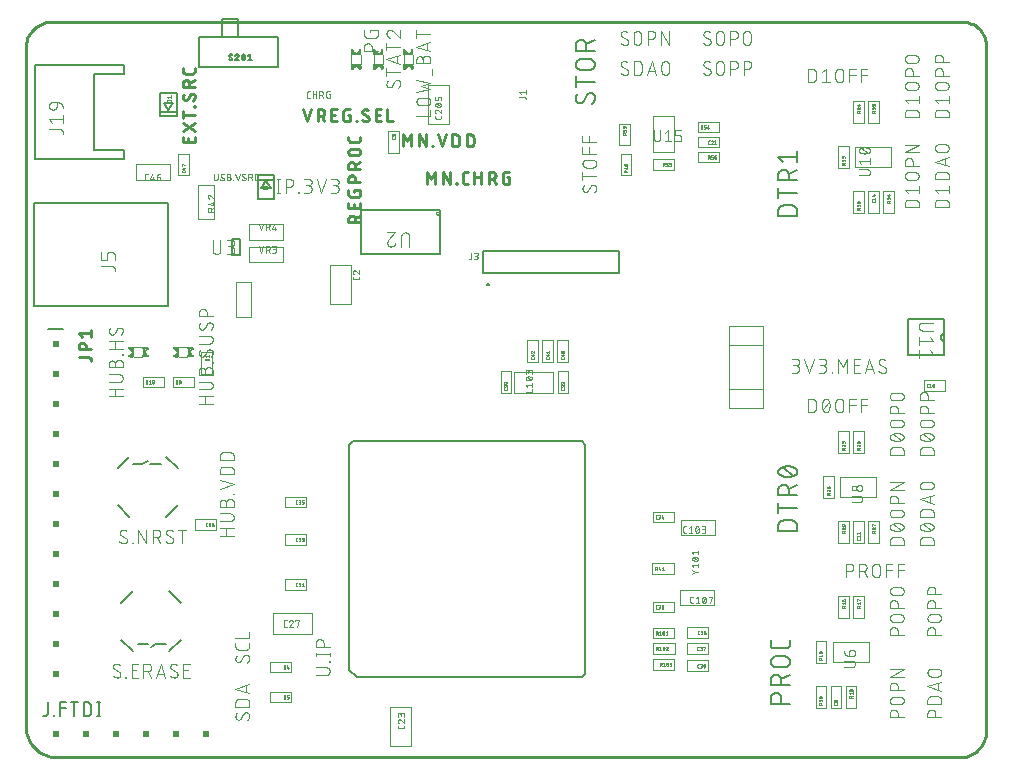
<source format=gbr>
G04 EAGLE Gerber RS-274X export*
G75*
%MOMM*%
%FSLAX34Y34*%
%LPD*%
%INReference Designators Top*%
%IPPOS*%
%AMOC8*
5,1,8,0,0,1.08239X$1,22.5*%
G01*
%ADD10C,0.152400*%
%ADD11C,0.050800*%
%ADD12C,0.203200*%
%ADD13C,0.101600*%
%ADD14C,0.050000*%
%ADD15C,0.025400*%
%ADD16C,0.076200*%
%ADD17C,0.000000*%
%ADD18C,0.254000*%
%ADD19R,1.400000X0.200000*%
%ADD20C,0.127000*%
%ADD21R,0.609600X0.609600*%
%ADD22C,0.100000*%
%ADD23C,0.140000*%
%ADD24C,0.010159*%
%ADD25C,0.005078*%
%ADD26R,0.200000X0.150000*%
%ADD27R,0.050000X0.050000*%
%ADD28R,0.050000X0.375000*%
%ADD29R,0.200000X0.300000*%
%ADD30R,0.900000X0.225000*%
%ADD31R,0.200000X0.500000*%
%ADD32R,0.550000X0.225000*%
%ADD33R,0.100000X0.100000*%
%ADD34R,0.150000X0.200000*%
%ADD35R,0.375000X0.050000*%
%ADD36R,0.300000X0.200000*%
%ADD37R,0.225000X0.900000*%
%ADD38R,0.500000X0.200000*%
%ADD39R,0.225000X0.550000*%
%ADD40R,0.508000X0.508000*%
%ADD41C,0.228600*%
%ADD42C,0.254000*%


D10*
X418338Y45212D02*
X402082Y45212D01*
X402082Y49728D01*
X402084Y49861D01*
X402090Y49993D01*
X402100Y50125D01*
X402113Y50257D01*
X402131Y50389D01*
X402152Y50519D01*
X402177Y50650D01*
X402206Y50779D01*
X402239Y50907D01*
X402275Y51035D01*
X402315Y51161D01*
X402359Y51286D01*
X402407Y51410D01*
X402458Y51532D01*
X402513Y51653D01*
X402571Y51772D01*
X402633Y51890D01*
X402698Y52005D01*
X402767Y52119D01*
X402838Y52230D01*
X402914Y52339D01*
X402992Y52446D01*
X403073Y52551D01*
X403158Y52653D01*
X403245Y52753D01*
X403335Y52850D01*
X403428Y52945D01*
X403524Y53036D01*
X403622Y53125D01*
X403723Y53211D01*
X403827Y53294D01*
X403933Y53374D01*
X404041Y53450D01*
X404151Y53524D01*
X404264Y53594D01*
X404378Y53661D01*
X404495Y53724D01*
X404613Y53784D01*
X404733Y53841D01*
X404855Y53894D01*
X404978Y53943D01*
X405102Y53989D01*
X405228Y54031D01*
X405355Y54069D01*
X405483Y54104D01*
X405612Y54135D01*
X405741Y54162D01*
X405872Y54185D01*
X406003Y54205D01*
X406135Y54220D01*
X406267Y54232D01*
X406399Y54240D01*
X406532Y54244D01*
X406664Y54244D01*
X406797Y54240D01*
X406929Y54232D01*
X407061Y54220D01*
X407193Y54205D01*
X407324Y54185D01*
X407455Y54162D01*
X407584Y54135D01*
X407713Y54104D01*
X407841Y54069D01*
X407968Y54031D01*
X408094Y53989D01*
X408218Y53943D01*
X408341Y53894D01*
X408463Y53841D01*
X408583Y53784D01*
X408701Y53724D01*
X408818Y53661D01*
X408932Y53594D01*
X409045Y53524D01*
X409155Y53450D01*
X409263Y53374D01*
X409369Y53294D01*
X409473Y53211D01*
X409574Y53125D01*
X409672Y53036D01*
X409768Y52945D01*
X409861Y52850D01*
X409951Y52753D01*
X410038Y52653D01*
X410123Y52551D01*
X410204Y52446D01*
X410282Y52339D01*
X410358Y52230D01*
X410429Y52119D01*
X410498Y52005D01*
X410563Y51890D01*
X410625Y51772D01*
X410683Y51653D01*
X410738Y51532D01*
X410789Y51410D01*
X410837Y51286D01*
X410881Y51161D01*
X410921Y51035D01*
X410957Y50907D01*
X410990Y50779D01*
X411019Y50650D01*
X411044Y50519D01*
X411065Y50389D01*
X411083Y50257D01*
X411096Y50125D01*
X411106Y49993D01*
X411112Y49861D01*
X411114Y49728D01*
X411113Y49728D02*
X411113Y45212D01*
X418338Y60724D02*
X402082Y60724D01*
X402082Y65239D01*
X402084Y65372D01*
X402090Y65504D01*
X402100Y65636D01*
X402113Y65768D01*
X402131Y65900D01*
X402152Y66030D01*
X402177Y66161D01*
X402206Y66290D01*
X402239Y66418D01*
X402275Y66546D01*
X402315Y66672D01*
X402359Y66797D01*
X402407Y66921D01*
X402458Y67043D01*
X402513Y67164D01*
X402571Y67283D01*
X402633Y67401D01*
X402698Y67516D01*
X402767Y67630D01*
X402838Y67741D01*
X402914Y67850D01*
X402992Y67957D01*
X403073Y68062D01*
X403158Y68164D01*
X403245Y68264D01*
X403335Y68361D01*
X403428Y68456D01*
X403524Y68547D01*
X403622Y68636D01*
X403723Y68722D01*
X403827Y68805D01*
X403933Y68885D01*
X404041Y68961D01*
X404151Y69035D01*
X404264Y69105D01*
X404378Y69172D01*
X404495Y69235D01*
X404613Y69295D01*
X404733Y69352D01*
X404855Y69405D01*
X404978Y69454D01*
X405102Y69500D01*
X405228Y69542D01*
X405355Y69580D01*
X405483Y69615D01*
X405612Y69646D01*
X405741Y69673D01*
X405872Y69696D01*
X406003Y69716D01*
X406135Y69731D01*
X406267Y69743D01*
X406399Y69751D01*
X406532Y69755D01*
X406664Y69755D01*
X406797Y69751D01*
X406929Y69743D01*
X407061Y69731D01*
X407193Y69716D01*
X407324Y69696D01*
X407455Y69673D01*
X407584Y69646D01*
X407713Y69615D01*
X407841Y69580D01*
X407968Y69542D01*
X408094Y69500D01*
X408218Y69454D01*
X408341Y69405D01*
X408463Y69352D01*
X408583Y69295D01*
X408701Y69235D01*
X408818Y69172D01*
X408932Y69105D01*
X409045Y69035D01*
X409155Y68961D01*
X409263Y68885D01*
X409369Y68805D01*
X409473Y68722D01*
X409574Y68636D01*
X409672Y68547D01*
X409768Y68456D01*
X409861Y68361D01*
X409951Y68264D01*
X410038Y68164D01*
X410123Y68062D01*
X410204Y67957D01*
X410282Y67850D01*
X410358Y67741D01*
X410429Y67630D01*
X410498Y67516D01*
X410563Y67401D01*
X410625Y67283D01*
X410683Y67164D01*
X410738Y67043D01*
X410789Y66921D01*
X410837Y66797D01*
X410881Y66672D01*
X410921Y66546D01*
X410957Y66418D01*
X410990Y66290D01*
X411019Y66161D01*
X411044Y66030D01*
X411065Y65900D01*
X411083Y65768D01*
X411096Y65636D01*
X411106Y65504D01*
X411112Y65372D01*
X411114Y65239D01*
X411113Y65239D02*
X411113Y60724D01*
X411113Y66143D02*
X418338Y69755D01*
X413822Y76264D02*
X406598Y76264D01*
X406598Y76263D02*
X406465Y76265D01*
X406333Y76271D01*
X406201Y76281D01*
X406069Y76294D01*
X405937Y76312D01*
X405807Y76333D01*
X405676Y76358D01*
X405547Y76387D01*
X405419Y76420D01*
X405291Y76456D01*
X405165Y76496D01*
X405040Y76540D01*
X404916Y76588D01*
X404794Y76639D01*
X404673Y76694D01*
X404554Y76752D01*
X404436Y76814D01*
X404321Y76879D01*
X404207Y76948D01*
X404096Y77019D01*
X403987Y77095D01*
X403880Y77173D01*
X403775Y77254D01*
X403673Y77339D01*
X403573Y77426D01*
X403476Y77516D01*
X403381Y77609D01*
X403290Y77705D01*
X403201Y77803D01*
X403115Y77904D01*
X403032Y78008D01*
X402952Y78114D01*
X402876Y78222D01*
X402802Y78332D01*
X402732Y78445D01*
X402665Y78559D01*
X402602Y78676D01*
X402542Y78794D01*
X402485Y78914D01*
X402432Y79036D01*
X402383Y79159D01*
X402337Y79283D01*
X402295Y79409D01*
X402257Y79536D01*
X402222Y79664D01*
X402191Y79793D01*
X402164Y79922D01*
X402141Y80053D01*
X402121Y80184D01*
X402106Y80316D01*
X402094Y80448D01*
X402086Y80580D01*
X402082Y80713D01*
X402082Y80845D01*
X402086Y80978D01*
X402094Y81110D01*
X402106Y81242D01*
X402121Y81374D01*
X402141Y81505D01*
X402164Y81636D01*
X402191Y81765D01*
X402222Y81894D01*
X402257Y82022D01*
X402295Y82149D01*
X402337Y82275D01*
X402383Y82399D01*
X402432Y82522D01*
X402485Y82644D01*
X402542Y82764D01*
X402602Y82882D01*
X402665Y82999D01*
X402732Y83113D01*
X402802Y83226D01*
X402876Y83336D01*
X402952Y83444D01*
X403032Y83550D01*
X403115Y83654D01*
X403201Y83755D01*
X403290Y83853D01*
X403381Y83949D01*
X403476Y84042D01*
X403573Y84132D01*
X403673Y84219D01*
X403775Y84304D01*
X403880Y84385D01*
X403987Y84463D01*
X404096Y84539D01*
X404207Y84610D01*
X404321Y84679D01*
X404436Y84744D01*
X404554Y84806D01*
X404673Y84864D01*
X404794Y84919D01*
X404916Y84970D01*
X405040Y85018D01*
X405165Y85062D01*
X405291Y85102D01*
X405419Y85138D01*
X405547Y85171D01*
X405676Y85200D01*
X405807Y85225D01*
X405937Y85246D01*
X406069Y85264D01*
X406201Y85277D01*
X406333Y85287D01*
X406465Y85293D01*
X406598Y85295D01*
X413822Y85295D01*
X413955Y85293D01*
X414087Y85287D01*
X414219Y85277D01*
X414351Y85264D01*
X414483Y85246D01*
X414613Y85225D01*
X414744Y85200D01*
X414873Y85171D01*
X415001Y85138D01*
X415129Y85102D01*
X415255Y85062D01*
X415380Y85018D01*
X415504Y84970D01*
X415626Y84919D01*
X415747Y84864D01*
X415866Y84806D01*
X415984Y84744D01*
X416099Y84679D01*
X416213Y84610D01*
X416324Y84539D01*
X416433Y84463D01*
X416540Y84385D01*
X416645Y84304D01*
X416747Y84219D01*
X416847Y84132D01*
X416944Y84042D01*
X417039Y83949D01*
X417130Y83853D01*
X417219Y83755D01*
X417305Y83654D01*
X417388Y83550D01*
X417468Y83444D01*
X417544Y83336D01*
X417618Y83226D01*
X417688Y83113D01*
X417755Y82999D01*
X417818Y82882D01*
X417878Y82764D01*
X417935Y82644D01*
X417988Y82522D01*
X418037Y82399D01*
X418083Y82275D01*
X418125Y82149D01*
X418163Y82022D01*
X418198Y81894D01*
X418229Y81765D01*
X418256Y81636D01*
X418279Y81505D01*
X418299Y81374D01*
X418314Y81242D01*
X418326Y81110D01*
X418334Y80978D01*
X418338Y80845D01*
X418338Y80713D01*
X418334Y80580D01*
X418326Y80448D01*
X418314Y80316D01*
X418299Y80184D01*
X418279Y80053D01*
X418256Y79922D01*
X418229Y79793D01*
X418198Y79664D01*
X418163Y79536D01*
X418125Y79409D01*
X418083Y79283D01*
X418037Y79159D01*
X417988Y79036D01*
X417935Y78914D01*
X417878Y78794D01*
X417818Y78676D01*
X417755Y78559D01*
X417688Y78445D01*
X417618Y78332D01*
X417544Y78222D01*
X417468Y78114D01*
X417388Y78008D01*
X417305Y77904D01*
X417219Y77803D01*
X417130Y77705D01*
X417039Y77609D01*
X416944Y77516D01*
X416847Y77426D01*
X416747Y77339D01*
X416645Y77254D01*
X416540Y77173D01*
X416433Y77095D01*
X416324Y77019D01*
X416213Y76948D01*
X416099Y76879D01*
X415984Y76814D01*
X415866Y76752D01*
X415747Y76694D01*
X415626Y76639D01*
X415504Y76588D01*
X415380Y76540D01*
X415255Y76496D01*
X415129Y76456D01*
X415001Y76420D01*
X414873Y76387D01*
X414744Y76358D01*
X414613Y76333D01*
X414483Y76312D01*
X414351Y76294D01*
X414219Y76281D01*
X414087Y76271D01*
X413955Y76265D01*
X413822Y76263D01*
X418338Y95468D02*
X418338Y99080D01*
X418338Y95468D02*
X418336Y95350D01*
X418330Y95232D01*
X418321Y95114D01*
X418307Y94997D01*
X418290Y94880D01*
X418269Y94763D01*
X418244Y94648D01*
X418215Y94533D01*
X418182Y94419D01*
X418146Y94307D01*
X418106Y94196D01*
X418063Y94086D01*
X418016Y93977D01*
X417966Y93870D01*
X417911Y93765D01*
X417854Y93662D01*
X417793Y93561D01*
X417729Y93461D01*
X417662Y93364D01*
X417592Y93269D01*
X417518Y93177D01*
X417442Y93086D01*
X417362Y92999D01*
X417280Y92914D01*
X417195Y92832D01*
X417108Y92752D01*
X417017Y92676D01*
X416925Y92602D01*
X416830Y92532D01*
X416733Y92465D01*
X416633Y92401D01*
X416532Y92340D01*
X416429Y92283D01*
X416324Y92228D01*
X416217Y92178D01*
X416108Y92131D01*
X415998Y92088D01*
X415887Y92048D01*
X415775Y92012D01*
X415661Y91979D01*
X415546Y91950D01*
X415431Y91925D01*
X415314Y91904D01*
X415197Y91887D01*
X415080Y91873D01*
X414962Y91864D01*
X414844Y91858D01*
X414726Y91856D01*
X414726Y91855D02*
X405694Y91855D01*
X405576Y91857D01*
X405458Y91863D01*
X405340Y91872D01*
X405222Y91886D01*
X405105Y91903D01*
X404989Y91924D01*
X404874Y91949D01*
X404759Y91978D01*
X404645Y92011D01*
X404533Y92047D01*
X404421Y92087D01*
X404311Y92130D01*
X404203Y92177D01*
X404096Y92228D01*
X403991Y92282D01*
X403888Y92339D01*
X403786Y92400D01*
X403687Y92464D01*
X403590Y92531D01*
X403495Y92602D01*
X403402Y92675D01*
X403312Y92752D01*
X403224Y92831D01*
X403139Y92913D01*
X403057Y92998D01*
X402978Y93086D01*
X402901Y93176D01*
X402828Y93269D01*
X402757Y93363D01*
X402690Y93461D01*
X402626Y93560D01*
X402565Y93661D01*
X402508Y93765D01*
X402454Y93870D01*
X402403Y93977D01*
X402356Y94085D01*
X402313Y94195D01*
X402273Y94307D01*
X402237Y94419D01*
X402204Y94533D01*
X402175Y94648D01*
X402150Y94763D01*
X402129Y94879D01*
X402112Y94996D01*
X402098Y95114D01*
X402089Y95232D01*
X402083Y95350D01*
X402081Y95468D01*
X402082Y95468D02*
X402082Y99080D01*
X408432Y191262D02*
X424688Y191262D01*
X408432Y191262D02*
X408432Y195778D01*
X408434Y195909D01*
X408440Y196041D01*
X408449Y196172D01*
X408463Y196302D01*
X408480Y196433D01*
X408501Y196562D01*
X408525Y196691D01*
X408554Y196819D01*
X408586Y196947D01*
X408622Y197073D01*
X408661Y197198D01*
X408704Y197323D01*
X408751Y197445D01*
X408801Y197567D01*
X408855Y197687D01*
X408912Y197805D01*
X408973Y197921D01*
X409037Y198036D01*
X409104Y198149D01*
X409175Y198260D01*
X409249Y198368D01*
X409326Y198475D01*
X409406Y198579D01*
X409489Y198681D01*
X409574Y198780D01*
X409663Y198877D01*
X409755Y198971D01*
X409849Y199063D01*
X409946Y199152D01*
X410045Y199237D01*
X410147Y199320D01*
X410251Y199400D01*
X410358Y199477D01*
X410466Y199551D01*
X410577Y199622D01*
X410690Y199689D01*
X410805Y199753D01*
X410921Y199814D01*
X411039Y199871D01*
X411159Y199925D01*
X411281Y199975D01*
X411403Y200022D01*
X411528Y200065D01*
X411653Y200104D01*
X411779Y200140D01*
X411907Y200172D01*
X412035Y200201D01*
X412164Y200225D01*
X412293Y200246D01*
X412424Y200263D01*
X412554Y200277D01*
X412685Y200286D01*
X412817Y200292D01*
X412948Y200294D01*
X412948Y200293D02*
X420172Y200293D01*
X420172Y200294D02*
X420303Y200292D01*
X420435Y200286D01*
X420566Y200277D01*
X420696Y200263D01*
X420827Y200246D01*
X420956Y200225D01*
X421085Y200201D01*
X421213Y200172D01*
X421341Y200140D01*
X421467Y200104D01*
X421592Y200065D01*
X421717Y200022D01*
X421839Y199975D01*
X421961Y199925D01*
X422081Y199871D01*
X422199Y199814D01*
X422315Y199753D01*
X422430Y199689D01*
X422543Y199622D01*
X422654Y199551D01*
X422762Y199477D01*
X422869Y199400D01*
X422973Y199320D01*
X423075Y199237D01*
X423174Y199152D01*
X423271Y199063D01*
X423365Y198971D01*
X423457Y198877D01*
X423546Y198780D01*
X423631Y198681D01*
X423714Y198579D01*
X423794Y198475D01*
X423871Y198368D01*
X423945Y198260D01*
X424016Y198149D01*
X424083Y198036D01*
X424147Y197921D01*
X424208Y197805D01*
X424265Y197687D01*
X424319Y197567D01*
X424369Y197445D01*
X424416Y197323D01*
X424459Y197198D01*
X424498Y197073D01*
X424534Y196947D01*
X424566Y196819D01*
X424595Y196691D01*
X424619Y196562D01*
X424640Y196432D01*
X424657Y196302D01*
X424671Y196172D01*
X424680Y196041D01*
X424686Y195909D01*
X424688Y195778D01*
X424688Y191262D01*
X424688Y210888D02*
X408432Y210888D01*
X408432Y215403D02*
X408432Y206372D01*
X408432Y221574D02*
X424688Y221574D01*
X408432Y221574D02*
X408432Y226090D01*
X408434Y226223D01*
X408440Y226355D01*
X408450Y226487D01*
X408463Y226619D01*
X408481Y226751D01*
X408502Y226881D01*
X408527Y227012D01*
X408556Y227141D01*
X408589Y227269D01*
X408625Y227397D01*
X408665Y227523D01*
X408709Y227648D01*
X408757Y227772D01*
X408808Y227894D01*
X408863Y228015D01*
X408921Y228134D01*
X408983Y228252D01*
X409048Y228367D01*
X409117Y228481D01*
X409188Y228592D01*
X409264Y228701D01*
X409342Y228808D01*
X409423Y228913D01*
X409508Y229015D01*
X409595Y229115D01*
X409685Y229212D01*
X409778Y229307D01*
X409874Y229398D01*
X409972Y229487D01*
X410073Y229573D01*
X410177Y229656D01*
X410283Y229736D01*
X410391Y229812D01*
X410501Y229886D01*
X410614Y229956D01*
X410728Y230023D01*
X410845Y230086D01*
X410963Y230146D01*
X411083Y230203D01*
X411205Y230256D01*
X411328Y230305D01*
X411452Y230351D01*
X411578Y230393D01*
X411705Y230431D01*
X411833Y230466D01*
X411962Y230497D01*
X412091Y230524D01*
X412222Y230547D01*
X412353Y230567D01*
X412485Y230582D01*
X412617Y230594D01*
X412749Y230602D01*
X412882Y230606D01*
X413014Y230606D01*
X413147Y230602D01*
X413279Y230594D01*
X413411Y230582D01*
X413543Y230567D01*
X413674Y230547D01*
X413805Y230524D01*
X413934Y230497D01*
X414063Y230466D01*
X414191Y230431D01*
X414318Y230393D01*
X414444Y230351D01*
X414568Y230305D01*
X414691Y230256D01*
X414813Y230203D01*
X414933Y230146D01*
X415051Y230086D01*
X415168Y230023D01*
X415282Y229956D01*
X415395Y229886D01*
X415505Y229812D01*
X415613Y229736D01*
X415719Y229656D01*
X415823Y229573D01*
X415924Y229487D01*
X416022Y229398D01*
X416118Y229307D01*
X416211Y229212D01*
X416301Y229115D01*
X416388Y229015D01*
X416473Y228913D01*
X416554Y228808D01*
X416632Y228701D01*
X416708Y228592D01*
X416779Y228481D01*
X416848Y228367D01*
X416913Y228252D01*
X416975Y228134D01*
X417033Y228015D01*
X417088Y227894D01*
X417139Y227772D01*
X417187Y227648D01*
X417231Y227523D01*
X417271Y227397D01*
X417307Y227269D01*
X417340Y227141D01*
X417369Y227012D01*
X417394Y226881D01*
X417415Y226751D01*
X417433Y226619D01*
X417446Y226487D01*
X417456Y226355D01*
X417462Y226223D01*
X417464Y226090D01*
X417463Y226090D02*
X417463Y221574D01*
X417463Y226993D02*
X424688Y230605D01*
X416560Y237114D02*
X416240Y237118D01*
X415921Y237129D01*
X415601Y237148D01*
X415283Y237175D01*
X414965Y237209D01*
X414648Y237251D01*
X414332Y237301D01*
X414017Y237358D01*
X413704Y237422D01*
X413392Y237494D01*
X413082Y237573D01*
X412775Y237660D01*
X412469Y237754D01*
X412166Y237855D01*
X411865Y237964D01*
X411567Y238079D01*
X411271Y238202D01*
X410979Y238332D01*
X410690Y238469D01*
X410689Y238469D02*
X410581Y238508D01*
X410474Y238551D01*
X410369Y238597D01*
X410266Y238647D01*
X410164Y238701D01*
X410064Y238758D01*
X409966Y238819D01*
X409870Y238883D01*
X409777Y238950D01*
X409686Y239020D01*
X409597Y239094D01*
X409511Y239170D01*
X409428Y239250D01*
X409347Y239332D01*
X409269Y239417D01*
X409195Y239504D01*
X409123Y239595D01*
X409054Y239687D01*
X408989Y239782D01*
X408927Y239879D01*
X408868Y239978D01*
X408813Y240079D01*
X408762Y240182D01*
X408714Y240287D01*
X408669Y240393D01*
X408628Y240500D01*
X408591Y240609D01*
X408558Y240720D01*
X408529Y240831D01*
X408503Y240943D01*
X408481Y241056D01*
X408464Y241170D01*
X408450Y241284D01*
X408440Y241399D01*
X408434Y241514D01*
X408432Y241629D01*
X408434Y241744D01*
X408440Y241859D01*
X408450Y241974D01*
X408464Y242088D01*
X408481Y242202D01*
X408503Y242315D01*
X408529Y242427D01*
X408558Y242539D01*
X408591Y242649D01*
X408628Y242758D01*
X408669Y242866D01*
X408714Y242972D01*
X408762Y243077D01*
X408813Y243179D01*
X408869Y243281D01*
X408927Y243380D01*
X408989Y243477D01*
X409055Y243572D01*
X409123Y243664D01*
X409195Y243754D01*
X409269Y243842D01*
X409347Y243927D01*
X409428Y244009D01*
X409511Y244088D01*
X409597Y244165D01*
X409686Y244238D01*
X409777Y244309D01*
X409871Y244376D01*
X409966Y244440D01*
X410064Y244501D01*
X410164Y244558D01*
X410266Y244611D01*
X410370Y244662D01*
X410475Y244708D01*
X410582Y244751D01*
X410690Y244790D01*
X410690Y244789D02*
X410979Y244926D01*
X411271Y245056D01*
X411567Y245179D01*
X411865Y245294D01*
X412166Y245403D01*
X412469Y245504D01*
X412775Y245598D01*
X413082Y245685D01*
X413392Y245764D01*
X413704Y245836D01*
X414017Y245900D01*
X414332Y245957D01*
X414648Y246007D01*
X414965Y246049D01*
X415283Y246083D01*
X415601Y246110D01*
X415921Y246129D01*
X416240Y246140D01*
X416560Y246144D01*
X416560Y237114D02*
X416880Y237118D01*
X417199Y237129D01*
X417519Y237148D01*
X417837Y237175D01*
X418155Y237209D01*
X418472Y237251D01*
X418788Y237301D01*
X419103Y237358D01*
X419416Y237422D01*
X419728Y237494D01*
X420038Y237573D01*
X420345Y237660D01*
X420651Y237754D01*
X420954Y237855D01*
X421255Y237964D01*
X421553Y238079D01*
X421849Y238202D01*
X422141Y238332D01*
X422430Y238469D01*
X422431Y238468D02*
X422539Y238507D01*
X422646Y238550D01*
X422751Y238596D01*
X422855Y238647D01*
X422957Y238700D01*
X423057Y238757D01*
X423155Y238818D01*
X423250Y238882D01*
X423344Y238949D01*
X423435Y239020D01*
X423524Y239093D01*
X423610Y239170D01*
X423693Y239249D01*
X423774Y239331D01*
X423852Y239416D01*
X423926Y239504D01*
X423998Y239594D01*
X424067Y239687D01*
X424132Y239781D01*
X424194Y239878D01*
X424252Y239978D01*
X424308Y240079D01*
X424359Y240181D01*
X424407Y240286D01*
X424452Y240392D01*
X424493Y240500D01*
X424530Y240609D01*
X424563Y240719D01*
X424592Y240831D01*
X424618Y240943D01*
X424640Y241056D01*
X424657Y241170D01*
X424671Y241284D01*
X424681Y241399D01*
X424687Y241514D01*
X424689Y241629D01*
X422430Y244789D02*
X422141Y244926D01*
X421849Y245056D01*
X421553Y245179D01*
X421255Y245294D01*
X420954Y245403D01*
X420651Y245504D01*
X420345Y245598D01*
X420038Y245685D01*
X419728Y245764D01*
X419416Y245836D01*
X419103Y245900D01*
X418788Y245957D01*
X418472Y246007D01*
X418155Y246049D01*
X417837Y246083D01*
X417519Y246110D01*
X417199Y246129D01*
X416880Y246140D01*
X416560Y246144D01*
X422430Y244790D02*
X422538Y244751D01*
X422645Y244708D01*
X422750Y244662D01*
X422854Y244611D01*
X422956Y244558D01*
X423056Y244501D01*
X423154Y244440D01*
X423249Y244376D01*
X423343Y244309D01*
X423434Y244238D01*
X423523Y244165D01*
X423609Y244088D01*
X423692Y244009D01*
X423773Y243927D01*
X423851Y243842D01*
X423925Y243754D01*
X423997Y243664D01*
X424066Y243571D01*
X424131Y243477D01*
X424193Y243380D01*
X424251Y243280D01*
X424307Y243179D01*
X424358Y243076D01*
X424406Y242972D01*
X424451Y242866D01*
X424492Y242758D01*
X424529Y242649D01*
X424562Y242539D01*
X424591Y242427D01*
X424617Y242315D01*
X424639Y242202D01*
X424656Y242088D01*
X424670Y241974D01*
X424680Y241859D01*
X424686Y241744D01*
X424688Y241629D01*
X421076Y238017D02*
X412044Y245242D01*
X408432Y457962D02*
X424688Y457962D01*
X408432Y457962D02*
X408432Y462478D01*
X408434Y462609D01*
X408440Y462741D01*
X408449Y462872D01*
X408463Y463002D01*
X408480Y463133D01*
X408501Y463262D01*
X408525Y463391D01*
X408554Y463519D01*
X408586Y463647D01*
X408622Y463773D01*
X408661Y463898D01*
X408704Y464023D01*
X408751Y464145D01*
X408801Y464267D01*
X408855Y464387D01*
X408912Y464505D01*
X408973Y464621D01*
X409037Y464736D01*
X409104Y464849D01*
X409175Y464960D01*
X409249Y465068D01*
X409326Y465175D01*
X409406Y465279D01*
X409489Y465381D01*
X409574Y465480D01*
X409663Y465577D01*
X409755Y465671D01*
X409849Y465763D01*
X409946Y465852D01*
X410045Y465937D01*
X410147Y466020D01*
X410251Y466100D01*
X410358Y466177D01*
X410466Y466251D01*
X410577Y466322D01*
X410690Y466389D01*
X410805Y466453D01*
X410921Y466514D01*
X411039Y466571D01*
X411159Y466625D01*
X411281Y466675D01*
X411403Y466722D01*
X411528Y466765D01*
X411653Y466804D01*
X411779Y466840D01*
X411907Y466872D01*
X412035Y466901D01*
X412164Y466925D01*
X412293Y466946D01*
X412424Y466963D01*
X412554Y466977D01*
X412685Y466986D01*
X412817Y466992D01*
X412948Y466994D01*
X412948Y466993D02*
X420172Y466993D01*
X420172Y466994D02*
X420303Y466992D01*
X420435Y466986D01*
X420566Y466977D01*
X420696Y466963D01*
X420827Y466946D01*
X420956Y466925D01*
X421085Y466901D01*
X421213Y466872D01*
X421341Y466840D01*
X421467Y466804D01*
X421592Y466765D01*
X421717Y466722D01*
X421839Y466675D01*
X421961Y466625D01*
X422081Y466571D01*
X422199Y466514D01*
X422315Y466453D01*
X422430Y466389D01*
X422543Y466322D01*
X422654Y466251D01*
X422762Y466177D01*
X422869Y466100D01*
X422973Y466020D01*
X423075Y465937D01*
X423174Y465852D01*
X423271Y465763D01*
X423365Y465671D01*
X423457Y465577D01*
X423546Y465480D01*
X423631Y465381D01*
X423714Y465279D01*
X423794Y465175D01*
X423871Y465068D01*
X423945Y464960D01*
X424016Y464849D01*
X424083Y464736D01*
X424147Y464621D01*
X424208Y464505D01*
X424265Y464387D01*
X424319Y464267D01*
X424369Y464145D01*
X424416Y464023D01*
X424459Y463898D01*
X424498Y463773D01*
X424534Y463647D01*
X424566Y463519D01*
X424595Y463391D01*
X424619Y463262D01*
X424640Y463132D01*
X424657Y463002D01*
X424671Y462872D01*
X424680Y462741D01*
X424686Y462609D01*
X424688Y462478D01*
X424688Y457962D01*
X424688Y477588D02*
X408432Y477588D01*
X408432Y482103D02*
X408432Y473072D01*
X408432Y488274D02*
X424688Y488274D01*
X408432Y488274D02*
X408432Y492790D01*
X408434Y492923D01*
X408440Y493055D01*
X408450Y493187D01*
X408463Y493319D01*
X408481Y493451D01*
X408502Y493581D01*
X408527Y493712D01*
X408556Y493841D01*
X408589Y493969D01*
X408625Y494097D01*
X408665Y494223D01*
X408709Y494348D01*
X408757Y494472D01*
X408808Y494594D01*
X408863Y494715D01*
X408921Y494834D01*
X408983Y494952D01*
X409048Y495067D01*
X409117Y495181D01*
X409188Y495292D01*
X409264Y495401D01*
X409342Y495508D01*
X409423Y495613D01*
X409508Y495715D01*
X409595Y495815D01*
X409685Y495912D01*
X409778Y496007D01*
X409874Y496098D01*
X409972Y496187D01*
X410073Y496273D01*
X410177Y496356D01*
X410283Y496436D01*
X410391Y496512D01*
X410501Y496586D01*
X410614Y496656D01*
X410728Y496723D01*
X410845Y496786D01*
X410963Y496846D01*
X411083Y496903D01*
X411205Y496956D01*
X411328Y497005D01*
X411452Y497051D01*
X411578Y497093D01*
X411705Y497131D01*
X411833Y497166D01*
X411962Y497197D01*
X412091Y497224D01*
X412222Y497247D01*
X412353Y497267D01*
X412485Y497282D01*
X412617Y497294D01*
X412749Y497302D01*
X412882Y497306D01*
X413014Y497306D01*
X413147Y497302D01*
X413279Y497294D01*
X413411Y497282D01*
X413543Y497267D01*
X413674Y497247D01*
X413805Y497224D01*
X413934Y497197D01*
X414063Y497166D01*
X414191Y497131D01*
X414318Y497093D01*
X414444Y497051D01*
X414568Y497005D01*
X414691Y496956D01*
X414813Y496903D01*
X414933Y496846D01*
X415051Y496786D01*
X415168Y496723D01*
X415282Y496656D01*
X415395Y496586D01*
X415505Y496512D01*
X415613Y496436D01*
X415719Y496356D01*
X415823Y496273D01*
X415924Y496187D01*
X416022Y496098D01*
X416118Y496007D01*
X416211Y495912D01*
X416301Y495815D01*
X416388Y495715D01*
X416473Y495613D01*
X416554Y495508D01*
X416632Y495401D01*
X416708Y495292D01*
X416779Y495181D01*
X416848Y495067D01*
X416913Y494952D01*
X416975Y494834D01*
X417033Y494715D01*
X417088Y494594D01*
X417139Y494472D01*
X417187Y494348D01*
X417231Y494223D01*
X417271Y494097D01*
X417307Y493969D01*
X417340Y493841D01*
X417369Y493712D01*
X417394Y493581D01*
X417415Y493451D01*
X417433Y493319D01*
X417446Y493187D01*
X417456Y493055D01*
X417462Y492923D01*
X417464Y492790D01*
X417463Y492790D02*
X417463Y488274D01*
X417463Y493693D02*
X424688Y497305D01*
X412044Y503814D02*
X408432Y508329D01*
X424688Y508329D01*
X424688Y503814D02*
X424688Y512845D01*
X253238Y558631D02*
X253236Y558749D01*
X253230Y558867D01*
X253221Y558985D01*
X253207Y559102D01*
X253190Y559219D01*
X253169Y559336D01*
X253144Y559451D01*
X253115Y559566D01*
X253082Y559680D01*
X253046Y559792D01*
X253006Y559903D01*
X252963Y560013D01*
X252916Y560122D01*
X252866Y560229D01*
X252811Y560334D01*
X252754Y560437D01*
X252693Y560538D01*
X252629Y560638D01*
X252562Y560735D01*
X252492Y560830D01*
X252418Y560922D01*
X252342Y561013D01*
X252262Y561100D01*
X252180Y561185D01*
X252095Y561267D01*
X252008Y561347D01*
X251917Y561423D01*
X251825Y561497D01*
X251730Y561567D01*
X251633Y561634D01*
X251533Y561698D01*
X251432Y561759D01*
X251329Y561816D01*
X251224Y561871D01*
X251117Y561921D01*
X251008Y561968D01*
X250898Y562011D01*
X250787Y562051D01*
X250675Y562087D01*
X250561Y562120D01*
X250446Y562149D01*
X250331Y562174D01*
X250214Y562195D01*
X250097Y562212D01*
X249980Y562226D01*
X249862Y562235D01*
X249744Y562241D01*
X249626Y562243D01*
X253238Y558631D02*
X253236Y558448D01*
X253229Y558266D01*
X253218Y558084D01*
X253203Y557902D01*
X253183Y557720D01*
X253160Y557539D01*
X253131Y557359D01*
X253099Y557179D01*
X253062Y557000D01*
X253021Y556823D01*
X252975Y556646D01*
X252926Y556470D01*
X252872Y556296D01*
X252814Y556122D01*
X252752Y555951D01*
X252686Y555781D01*
X252615Y555612D01*
X252541Y555445D01*
X252463Y555280D01*
X252381Y555117D01*
X252295Y554956D01*
X252205Y554797D01*
X252111Y554640D01*
X252014Y554486D01*
X251913Y554334D01*
X251808Y554184D01*
X251700Y554037D01*
X251589Y553893D01*
X251474Y553751D01*
X251355Y553612D01*
X251233Y553476D01*
X251108Y553343D01*
X250980Y553213D01*
X240594Y553664D02*
X240476Y553666D01*
X240358Y553672D01*
X240240Y553681D01*
X240123Y553695D01*
X240006Y553712D01*
X239889Y553733D01*
X239774Y553758D01*
X239659Y553787D01*
X239545Y553820D01*
X239433Y553856D01*
X239322Y553896D01*
X239212Y553939D01*
X239103Y553986D01*
X238996Y554036D01*
X238891Y554091D01*
X238788Y554148D01*
X238687Y554209D01*
X238587Y554273D01*
X238490Y554340D01*
X238395Y554410D01*
X238303Y554484D01*
X238212Y554560D01*
X238125Y554640D01*
X238040Y554722D01*
X237958Y554807D01*
X237878Y554894D01*
X237802Y554985D01*
X237728Y555077D01*
X237658Y555172D01*
X237591Y555269D01*
X237527Y555369D01*
X237466Y555470D01*
X237409Y555573D01*
X237354Y555678D01*
X237304Y555785D01*
X237257Y555894D01*
X237214Y556004D01*
X237174Y556115D01*
X237138Y556227D01*
X237105Y556341D01*
X237076Y556456D01*
X237051Y556571D01*
X237030Y556688D01*
X237013Y556805D01*
X236999Y556922D01*
X236990Y557040D01*
X236984Y557158D01*
X236982Y557276D01*
X236984Y557437D01*
X236990Y557599D01*
X236999Y557760D01*
X237013Y557921D01*
X237030Y558081D01*
X237051Y558241D01*
X237076Y558401D01*
X237105Y558560D01*
X237137Y558718D01*
X237173Y558875D01*
X237213Y559031D01*
X237257Y559187D01*
X237305Y559341D01*
X237356Y559494D01*
X237410Y559646D01*
X237469Y559797D01*
X237530Y559946D01*
X237596Y560093D01*
X237665Y560239D01*
X237737Y560384D01*
X237813Y560526D01*
X237892Y560667D01*
X237974Y560806D01*
X238060Y560942D01*
X238149Y561077D01*
X238241Y561210D01*
X238337Y561340D01*
X243755Y555469D02*
X243693Y555368D01*
X243628Y555268D01*
X243559Y555171D01*
X243487Y555076D01*
X243413Y554983D01*
X243335Y554893D01*
X243254Y554805D01*
X243171Y554720D01*
X243085Y554638D01*
X242996Y554559D01*
X242905Y554482D01*
X242811Y554409D01*
X242715Y554338D01*
X242617Y554271D01*
X242517Y554207D01*
X242414Y554146D01*
X242310Y554089D01*
X242204Y554035D01*
X242096Y553985D01*
X241987Y553938D01*
X241876Y553894D01*
X241764Y553854D01*
X241650Y553818D01*
X241536Y553786D01*
X241420Y553757D01*
X241304Y553732D01*
X241187Y553711D01*
X241069Y553694D01*
X240951Y553680D01*
X240832Y553671D01*
X240713Y553665D01*
X240594Y553663D01*
X246465Y560437D02*
X246527Y560538D01*
X246592Y560638D01*
X246661Y560735D01*
X246733Y560830D01*
X246807Y560923D01*
X246885Y561013D01*
X246966Y561101D01*
X247049Y561186D01*
X247135Y561268D01*
X247224Y561347D01*
X247315Y561424D01*
X247409Y561497D01*
X247505Y561568D01*
X247603Y561635D01*
X247703Y561699D01*
X247806Y561760D01*
X247910Y561817D01*
X248016Y561871D01*
X248124Y561921D01*
X248233Y561968D01*
X248344Y562012D01*
X248456Y562052D01*
X248570Y562088D01*
X248684Y562120D01*
X248800Y562149D01*
X248916Y562174D01*
X249033Y562195D01*
X249151Y562212D01*
X249269Y562226D01*
X249388Y562235D01*
X249507Y562241D01*
X249626Y562243D01*
X246465Y560437D02*
X243755Y555470D01*
X236982Y571796D02*
X253238Y571796D01*
X236982Y567280D02*
X236982Y576311D01*
X241498Y581869D02*
X248722Y581869D01*
X241498Y581869D02*
X241365Y581871D01*
X241233Y581877D01*
X241101Y581887D01*
X240969Y581900D01*
X240837Y581918D01*
X240707Y581939D01*
X240576Y581964D01*
X240447Y581993D01*
X240319Y582026D01*
X240191Y582062D01*
X240065Y582102D01*
X239940Y582146D01*
X239816Y582194D01*
X239694Y582245D01*
X239573Y582300D01*
X239454Y582358D01*
X239336Y582420D01*
X239221Y582485D01*
X239107Y582554D01*
X238996Y582625D01*
X238887Y582701D01*
X238780Y582779D01*
X238675Y582860D01*
X238573Y582945D01*
X238473Y583032D01*
X238376Y583122D01*
X238281Y583215D01*
X238190Y583311D01*
X238101Y583409D01*
X238015Y583510D01*
X237932Y583614D01*
X237852Y583720D01*
X237776Y583828D01*
X237702Y583938D01*
X237632Y584051D01*
X237565Y584165D01*
X237502Y584282D01*
X237442Y584400D01*
X237385Y584520D01*
X237332Y584642D01*
X237283Y584765D01*
X237237Y584889D01*
X237195Y585015D01*
X237157Y585142D01*
X237122Y585270D01*
X237091Y585399D01*
X237064Y585528D01*
X237041Y585659D01*
X237021Y585790D01*
X237006Y585922D01*
X236994Y586054D01*
X236986Y586186D01*
X236982Y586319D01*
X236982Y586451D01*
X236986Y586584D01*
X236994Y586716D01*
X237006Y586848D01*
X237021Y586980D01*
X237041Y587111D01*
X237064Y587242D01*
X237091Y587371D01*
X237122Y587500D01*
X237157Y587628D01*
X237195Y587755D01*
X237237Y587881D01*
X237283Y588005D01*
X237332Y588128D01*
X237385Y588250D01*
X237442Y588370D01*
X237502Y588488D01*
X237565Y588605D01*
X237632Y588719D01*
X237702Y588832D01*
X237776Y588942D01*
X237852Y589050D01*
X237932Y589156D01*
X238015Y589260D01*
X238101Y589361D01*
X238190Y589459D01*
X238281Y589555D01*
X238376Y589648D01*
X238473Y589738D01*
X238573Y589825D01*
X238675Y589910D01*
X238780Y589991D01*
X238887Y590069D01*
X238996Y590145D01*
X239107Y590216D01*
X239221Y590285D01*
X239336Y590350D01*
X239454Y590412D01*
X239573Y590470D01*
X239694Y590525D01*
X239816Y590576D01*
X239940Y590624D01*
X240065Y590668D01*
X240191Y590708D01*
X240319Y590744D01*
X240447Y590777D01*
X240576Y590806D01*
X240707Y590831D01*
X240837Y590852D01*
X240969Y590870D01*
X241101Y590883D01*
X241233Y590893D01*
X241365Y590899D01*
X241498Y590901D01*
X241498Y590900D02*
X248722Y590900D01*
X248722Y590901D02*
X248855Y590899D01*
X248987Y590893D01*
X249119Y590883D01*
X249251Y590870D01*
X249383Y590852D01*
X249513Y590831D01*
X249644Y590806D01*
X249773Y590777D01*
X249901Y590744D01*
X250029Y590708D01*
X250155Y590668D01*
X250280Y590624D01*
X250404Y590576D01*
X250526Y590525D01*
X250647Y590470D01*
X250766Y590412D01*
X250884Y590350D01*
X250999Y590285D01*
X251113Y590216D01*
X251224Y590145D01*
X251333Y590069D01*
X251440Y589991D01*
X251545Y589910D01*
X251647Y589825D01*
X251747Y589738D01*
X251844Y589648D01*
X251939Y589555D01*
X252030Y589459D01*
X252119Y589361D01*
X252205Y589260D01*
X252288Y589156D01*
X252368Y589050D01*
X252444Y588942D01*
X252518Y588832D01*
X252588Y588719D01*
X252655Y588605D01*
X252718Y588488D01*
X252778Y588370D01*
X252835Y588250D01*
X252888Y588128D01*
X252937Y588005D01*
X252983Y587881D01*
X253025Y587755D01*
X253063Y587628D01*
X253098Y587500D01*
X253129Y587371D01*
X253156Y587242D01*
X253179Y587111D01*
X253199Y586980D01*
X253214Y586848D01*
X253226Y586716D01*
X253234Y586584D01*
X253238Y586451D01*
X253238Y586319D01*
X253234Y586186D01*
X253226Y586054D01*
X253214Y585922D01*
X253199Y585790D01*
X253179Y585659D01*
X253156Y585528D01*
X253129Y585399D01*
X253098Y585270D01*
X253063Y585142D01*
X253025Y585015D01*
X252983Y584889D01*
X252937Y584765D01*
X252888Y584642D01*
X252835Y584520D01*
X252778Y584400D01*
X252718Y584282D01*
X252655Y584165D01*
X252588Y584051D01*
X252518Y583938D01*
X252444Y583828D01*
X252368Y583720D01*
X252288Y583614D01*
X252205Y583510D01*
X252119Y583409D01*
X252030Y583311D01*
X251939Y583215D01*
X251844Y583122D01*
X251747Y583032D01*
X251647Y582945D01*
X251545Y582860D01*
X251440Y582779D01*
X251333Y582701D01*
X251224Y582625D01*
X251113Y582554D01*
X250999Y582485D01*
X250884Y582420D01*
X250766Y582358D01*
X250647Y582300D01*
X250526Y582245D01*
X250404Y582194D01*
X250280Y582146D01*
X250155Y582102D01*
X250029Y582062D01*
X249901Y582026D01*
X249773Y581993D01*
X249644Y581964D01*
X249513Y581939D01*
X249383Y581918D01*
X249251Y581900D01*
X249119Y581887D01*
X248987Y581877D01*
X248855Y581871D01*
X248722Y581869D01*
X253238Y598113D02*
X236982Y598113D01*
X236982Y602629D01*
X236984Y602762D01*
X236990Y602894D01*
X237000Y603026D01*
X237013Y603158D01*
X237031Y603290D01*
X237052Y603420D01*
X237077Y603551D01*
X237106Y603680D01*
X237139Y603808D01*
X237175Y603936D01*
X237215Y604062D01*
X237259Y604187D01*
X237307Y604311D01*
X237358Y604433D01*
X237413Y604554D01*
X237471Y604673D01*
X237533Y604791D01*
X237598Y604906D01*
X237667Y605020D01*
X237738Y605131D01*
X237814Y605240D01*
X237892Y605347D01*
X237973Y605452D01*
X238058Y605554D01*
X238145Y605654D01*
X238235Y605751D01*
X238328Y605846D01*
X238424Y605937D01*
X238522Y606026D01*
X238623Y606112D01*
X238727Y606195D01*
X238833Y606275D01*
X238941Y606351D01*
X239051Y606425D01*
X239164Y606495D01*
X239278Y606562D01*
X239395Y606625D01*
X239513Y606685D01*
X239633Y606742D01*
X239755Y606795D01*
X239878Y606844D01*
X240002Y606890D01*
X240128Y606932D01*
X240255Y606970D01*
X240383Y607005D01*
X240512Y607036D01*
X240641Y607063D01*
X240772Y607086D01*
X240903Y607106D01*
X241035Y607121D01*
X241167Y607133D01*
X241299Y607141D01*
X241432Y607145D01*
X241564Y607145D01*
X241697Y607141D01*
X241829Y607133D01*
X241961Y607121D01*
X242093Y607106D01*
X242224Y607086D01*
X242355Y607063D01*
X242484Y607036D01*
X242613Y607005D01*
X242741Y606970D01*
X242868Y606932D01*
X242994Y606890D01*
X243118Y606844D01*
X243241Y606795D01*
X243363Y606742D01*
X243483Y606685D01*
X243601Y606625D01*
X243718Y606562D01*
X243832Y606495D01*
X243945Y606425D01*
X244055Y606351D01*
X244163Y606275D01*
X244269Y606195D01*
X244373Y606112D01*
X244474Y606026D01*
X244572Y605937D01*
X244668Y605846D01*
X244761Y605751D01*
X244851Y605654D01*
X244938Y605554D01*
X245023Y605452D01*
X245104Y605347D01*
X245182Y605240D01*
X245258Y605131D01*
X245329Y605020D01*
X245398Y604906D01*
X245463Y604791D01*
X245525Y604673D01*
X245583Y604554D01*
X245638Y604433D01*
X245689Y604311D01*
X245737Y604187D01*
X245781Y604062D01*
X245821Y603936D01*
X245857Y603808D01*
X245890Y603680D01*
X245919Y603551D01*
X245944Y603420D01*
X245965Y603290D01*
X245983Y603158D01*
X245996Y603026D01*
X246006Y602894D01*
X246012Y602762D01*
X246014Y602629D01*
X246013Y602629D02*
X246013Y598113D01*
X246013Y603532D02*
X253238Y607144D01*
D11*
X217922Y326246D02*
X184922Y326246D01*
X184922Y308246D01*
X217922Y308246D01*
X217922Y326246D01*
X200076Y309030D02*
X194488Y309030D01*
X200076Y309030D02*
X200076Y311513D01*
X195730Y313591D02*
X194488Y315143D01*
X200076Y315143D01*
X200076Y313591D02*
X200076Y316695D01*
X197282Y319077D02*
X197151Y319079D01*
X197021Y319084D01*
X196891Y319094D01*
X196761Y319107D01*
X196631Y319123D01*
X196502Y319143D01*
X196374Y319167D01*
X196247Y319195D01*
X196120Y319226D01*
X195994Y319261D01*
X195869Y319299D01*
X195745Y319341D01*
X195623Y319386D01*
X195502Y319435D01*
X195382Y319487D01*
X195264Y319543D01*
X195264Y319542D02*
X195204Y319565D01*
X195144Y319591D01*
X195087Y319620D01*
X195031Y319653D01*
X194977Y319689D01*
X194925Y319727D01*
X194875Y319769D01*
X194828Y319813D01*
X194783Y319860D01*
X194741Y319910D01*
X194702Y319961D01*
X194666Y320015D01*
X194633Y320071D01*
X194603Y320128D01*
X194576Y320187D01*
X194553Y320248D01*
X194533Y320309D01*
X194517Y320372D01*
X194504Y320436D01*
X194495Y320500D01*
X194490Y320564D01*
X194488Y320629D01*
X194490Y320694D01*
X194495Y320758D01*
X194504Y320822D01*
X194517Y320886D01*
X194533Y320949D01*
X194553Y321010D01*
X194576Y321071D01*
X194603Y321130D01*
X194633Y321187D01*
X194666Y321243D01*
X194702Y321297D01*
X194741Y321348D01*
X194783Y321398D01*
X194828Y321445D01*
X194875Y321489D01*
X194925Y321531D01*
X194977Y321569D01*
X195031Y321605D01*
X195087Y321638D01*
X195144Y321667D01*
X195204Y321693D01*
X195264Y321716D01*
X195382Y321772D01*
X195502Y321824D01*
X195623Y321873D01*
X195745Y321918D01*
X195869Y321960D01*
X195994Y321998D01*
X196120Y322033D01*
X196246Y322064D01*
X196374Y322092D01*
X196502Y322116D01*
X196631Y322136D01*
X196761Y322152D01*
X196891Y322165D01*
X197021Y322175D01*
X197151Y322180D01*
X197282Y322182D01*
X197282Y319077D02*
X197413Y319079D01*
X197543Y319084D01*
X197673Y319094D01*
X197803Y319107D01*
X197933Y319123D01*
X198062Y319143D01*
X198190Y319167D01*
X198317Y319195D01*
X198444Y319226D01*
X198570Y319261D01*
X198695Y319299D01*
X198819Y319341D01*
X198941Y319386D01*
X199062Y319435D01*
X199182Y319487D01*
X199300Y319543D01*
X199300Y319542D02*
X199360Y319565D01*
X199420Y319591D01*
X199477Y319620D01*
X199533Y319653D01*
X199587Y319689D01*
X199639Y319727D01*
X199689Y319769D01*
X199736Y319813D01*
X199781Y319860D01*
X199823Y319910D01*
X199862Y319961D01*
X199898Y320015D01*
X199931Y320071D01*
X199961Y320128D01*
X199988Y320187D01*
X200011Y320248D01*
X200031Y320309D01*
X200047Y320372D01*
X200060Y320436D01*
X200069Y320500D01*
X200074Y320564D01*
X200076Y320629D01*
X199300Y321716D02*
X199182Y321772D01*
X199062Y321824D01*
X198941Y321873D01*
X198819Y321918D01*
X198695Y321960D01*
X198570Y321998D01*
X198444Y322033D01*
X198318Y322064D01*
X198190Y322092D01*
X198062Y322116D01*
X197933Y322136D01*
X197803Y322152D01*
X197673Y322165D01*
X197543Y322175D01*
X197413Y322180D01*
X197282Y322182D01*
X199300Y321716D02*
X199360Y321693D01*
X199420Y321667D01*
X199477Y321638D01*
X199533Y321605D01*
X199587Y321569D01*
X199639Y321531D01*
X199689Y321489D01*
X199736Y321445D01*
X199781Y321398D01*
X199823Y321348D01*
X199862Y321297D01*
X199898Y321243D01*
X199931Y321187D01*
X199961Y321130D01*
X199988Y321071D01*
X200011Y321010D01*
X200031Y320949D01*
X200047Y320886D01*
X200060Y320822D01*
X200069Y320758D01*
X200074Y320694D01*
X200076Y320629D01*
X198834Y319388D02*
X195730Y321871D01*
X200076Y324564D02*
X200076Y326116D01*
X200074Y326193D01*
X200068Y326271D01*
X200059Y326347D01*
X200045Y326424D01*
X200028Y326499D01*
X200007Y326573D01*
X199982Y326647D01*
X199954Y326719D01*
X199922Y326789D01*
X199887Y326858D01*
X199848Y326925D01*
X199806Y326990D01*
X199761Y327053D01*
X199713Y327114D01*
X199662Y327172D01*
X199608Y327227D01*
X199551Y327280D01*
X199492Y327329D01*
X199430Y327376D01*
X199366Y327420D01*
X199300Y327460D01*
X199232Y327497D01*
X199162Y327531D01*
X199091Y327561D01*
X199018Y327587D01*
X198944Y327610D01*
X198869Y327629D01*
X198794Y327644D01*
X198717Y327656D01*
X198640Y327664D01*
X198563Y327668D01*
X198485Y327668D01*
X198408Y327664D01*
X198331Y327656D01*
X198254Y327644D01*
X198179Y327629D01*
X198104Y327610D01*
X198030Y327587D01*
X197957Y327561D01*
X197886Y327531D01*
X197816Y327497D01*
X197748Y327460D01*
X197682Y327420D01*
X197618Y327376D01*
X197556Y327329D01*
X197497Y327280D01*
X197440Y327227D01*
X197386Y327172D01*
X197335Y327114D01*
X197287Y327053D01*
X197242Y326990D01*
X197200Y326925D01*
X197161Y326858D01*
X197126Y326789D01*
X197094Y326719D01*
X197066Y326647D01*
X197041Y326573D01*
X197020Y326499D01*
X197003Y326424D01*
X196989Y326347D01*
X196980Y326271D01*
X196974Y326193D01*
X196972Y326116D01*
X194488Y326426D02*
X194488Y324564D01*
X194488Y326426D02*
X194490Y326496D01*
X194496Y326565D01*
X194506Y326634D01*
X194519Y326702D01*
X194537Y326770D01*
X194558Y326836D01*
X194583Y326901D01*
X194611Y326965D01*
X194643Y327027D01*
X194678Y327087D01*
X194717Y327145D01*
X194759Y327200D01*
X194804Y327254D01*
X194852Y327304D01*
X194902Y327352D01*
X194956Y327397D01*
X195011Y327439D01*
X195069Y327478D01*
X195129Y327513D01*
X195191Y327545D01*
X195255Y327573D01*
X195320Y327598D01*
X195386Y327619D01*
X195454Y327637D01*
X195522Y327650D01*
X195591Y327660D01*
X195660Y327666D01*
X195730Y327668D01*
X195800Y327666D01*
X195869Y327660D01*
X195938Y327650D01*
X196006Y327637D01*
X196074Y327619D01*
X196140Y327598D01*
X196205Y327573D01*
X196269Y327545D01*
X196331Y327513D01*
X196391Y327478D01*
X196449Y327439D01*
X196504Y327397D01*
X196558Y327352D01*
X196608Y327304D01*
X196656Y327254D01*
X196701Y327200D01*
X196743Y327145D01*
X196782Y327087D01*
X196817Y327027D01*
X196849Y326965D01*
X196877Y326901D01*
X196902Y326836D01*
X196923Y326770D01*
X196941Y326702D01*
X196954Y326634D01*
X196964Y326565D01*
X196970Y326496D01*
X196972Y326426D01*
X196972Y325184D01*
D12*
X245034Y264211D02*
X245034Y70561D01*
X241859Y67386D01*
X51384Y67386D01*
X45034Y73736D01*
X45034Y264211D01*
X48209Y267386D01*
X241859Y267386D01*
X245034Y264211D01*
D13*
X25390Y69474D02*
X16952Y69474D01*
X25390Y69474D02*
X25503Y69476D01*
X25616Y69482D01*
X25729Y69492D01*
X25842Y69506D01*
X25954Y69523D01*
X26065Y69545D01*
X26175Y69570D01*
X26285Y69600D01*
X26393Y69633D01*
X26500Y69670D01*
X26606Y69710D01*
X26710Y69755D01*
X26813Y69803D01*
X26914Y69854D01*
X27013Y69909D01*
X27110Y69967D01*
X27205Y70029D01*
X27298Y70094D01*
X27388Y70162D01*
X27476Y70233D01*
X27562Y70308D01*
X27645Y70385D01*
X27725Y70465D01*
X27802Y70548D01*
X27877Y70634D01*
X27948Y70722D01*
X28016Y70812D01*
X28081Y70905D01*
X28143Y71000D01*
X28201Y71097D01*
X28256Y71196D01*
X28307Y71297D01*
X28355Y71400D01*
X28400Y71504D01*
X28440Y71610D01*
X28477Y71717D01*
X28510Y71825D01*
X28540Y71935D01*
X28565Y72045D01*
X28587Y72156D01*
X28604Y72268D01*
X28618Y72381D01*
X28628Y72494D01*
X28634Y72607D01*
X28636Y72720D01*
X28634Y72833D01*
X28628Y72946D01*
X28618Y73059D01*
X28604Y73172D01*
X28587Y73284D01*
X28565Y73395D01*
X28540Y73505D01*
X28510Y73615D01*
X28477Y73723D01*
X28440Y73830D01*
X28400Y73936D01*
X28355Y74040D01*
X28307Y74143D01*
X28256Y74244D01*
X28201Y74343D01*
X28143Y74440D01*
X28081Y74535D01*
X28016Y74628D01*
X27948Y74718D01*
X27877Y74806D01*
X27802Y74892D01*
X27725Y74975D01*
X27645Y75055D01*
X27562Y75132D01*
X27476Y75207D01*
X27388Y75278D01*
X27298Y75346D01*
X27205Y75411D01*
X27110Y75473D01*
X27013Y75531D01*
X26914Y75586D01*
X26813Y75637D01*
X26710Y75685D01*
X26606Y75730D01*
X26500Y75770D01*
X26393Y75807D01*
X26285Y75840D01*
X26175Y75870D01*
X26065Y75895D01*
X25954Y75917D01*
X25842Y75934D01*
X25729Y75948D01*
X25616Y75958D01*
X25503Y75964D01*
X25390Y75966D01*
X25390Y75965D02*
X16952Y75965D01*
X27987Y80777D02*
X28636Y80777D01*
X27987Y80777D02*
X27987Y81426D01*
X28636Y81426D01*
X28636Y80777D01*
X28636Y86817D02*
X16952Y86817D01*
X28636Y85518D02*
X28636Y88115D01*
X16952Y88115D02*
X16952Y85518D01*
X16952Y93265D02*
X28636Y93265D01*
X16952Y93265D02*
X16952Y96511D01*
X16954Y96624D01*
X16960Y96737D01*
X16970Y96850D01*
X16984Y96963D01*
X17001Y97075D01*
X17023Y97186D01*
X17048Y97296D01*
X17078Y97406D01*
X17111Y97514D01*
X17148Y97621D01*
X17188Y97727D01*
X17233Y97831D01*
X17281Y97934D01*
X17332Y98035D01*
X17387Y98134D01*
X17445Y98231D01*
X17507Y98326D01*
X17572Y98419D01*
X17640Y98509D01*
X17711Y98597D01*
X17786Y98683D01*
X17863Y98766D01*
X17943Y98846D01*
X18026Y98923D01*
X18112Y98998D01*
X18200Y99069D01*
X18290Y99137D01*
X18383Y99202D01*
X18478Y99264D01*
X18575Y99322D01*
X18674Y99377D01*
X18775Y99428D01*
X18878Y99476D01*
X18982Y99521D01*
X19088Y99561D01*
X19195Y99598D01*
X19303Y99631D01*
X19413Y99661D01*
X19523Y99686D01*
X19634Y99708D01*
X19746Y99725D01*
X19859Y99739D01*
X19972Y99749D01*
X20085Y99755D01*
X20198Y99757D01*
X20311Y99755D01*
X20424Y99749D01*
X20537Y99739D01*
X20650Y99725D01*
X20762Y99708D01*
X20873Y99686D01*
X20983Y99661D01*
X21093Y99631D01*
X21201Y99598D01*
X21308Y99561D01*
X21414Y99521D01*
X21518Y99476D01*
X21621Y99428D01*
X21722Y99377D01*
X21821Y99322D01*
X21918Y99264D01*
X22013Y99202D01*
X22106Y99137D01*
X22196Y99069D01*
X22284Y98998D01*
X22370Y98923D01*
X22453Y98846D01*
X22533Y98766D01*
X22610Y98683D01*
X22685Y98597D01*
X22756Y98509D01*
X22824Y98419D01*
X22889Y98326D01*
X22951Y98231D01*
X23009Y98134D01*
X23064Y98035D01*
X23115Y97934D01*
X23163Y97831D01*
X23208Y97727D01*
X23248Y97621D01*
X23285Y97514D01*
X23318Y97406D01*
X23348Y97296D01*
X23373Y97186D01*
X23395Y97075D01*
X23412Y96963D01*
X23426Y96850D01*
X23436Y96737D01*
X23442Y96624D01*
X23444Y96511D01*
X23443Y96511D02*
X23443Y93265D01*
D14*
X320404Y82986D02*
X320404Y73986D01*
X302404Y73986D01*
X302404Y82986D01*
X320404Y82986D01*
D15*
X308181Y79772D02*
X308181Y76978D01*
X308181Y79772D02*
X308957Y79772D01*
X309012Y79770D01*
X309067Y79764D01*
X309122Y79754D01*
X309176Y79741D01*
X309228Y79723D01*
X309279Y79702D01*
X309329Y79677D01*
X309377Y79649D01*
X309422Y79617D01*
X309465Y79582D01*
X309506Y79545D01*
X309543Y79504D01*
X309578Y79461D01*
X309610Y79416D01*
X309638Y79368D01*
X309663Y79318D01*
X309684Y79267D01*
X309702Y79215D01*
X309715Y79161D01*
X309725Y79106D01*
X309731Y79051D01*
X309733Y78996D01*
X309731Y78941D01*
X309725Y78886D01*
X309715Y78831D01*
X309702Y78777D01*
X309684Y78725D01*
X309663Y78674D01*
X309638Y78624D01*
X309610Y78576D01*
X309578Y78531D01*
X309543Y78488D01*
X309506Y78447D01*
X309465Y78410D01*
X309422Y78375D01*
X309377Y78343D01*
X309329Y78315D01*
X309279Y78290D01*
X309228Y78269D01*
X309176Y78251D01*
X309122Y78238D01*
X309067Y78228D01*
X309012Y78222D01*
X308957Y78220D01*
X308181Y78220D01*
X309113Y78220D02*
X309733Y76978D01*
X310906Y79151D02*
X311682Y79772D01*
X311682Y76978D01*
X310906Y76978D02*
X312459Y76978D01*
X313649Y78375D02*
X313651Y78470D01*
X313657Y78565D01*
X313667Y78659D01*
X313680Y78753D01*
X313698Y78846D01*
X313719Y78939D01*
X313744Y79031D01*
X313773Y79121D01*
X313806Y79210D01*
X313842Y79298D01*
X313882Y79384D01*
X313883Y79384D02*
X313899Y79426D01*
X313918Y79466D01*
X313941Y79504D01*
X313966Y79541D01*
X313994Y79576D01*
X314024Y79608D01*
X314057Y79638D01*
X314092Y79665D01*
X314130Y79690D01*
X314169Y79711D01*
X314209Y79729D01*
X314251Y79745D01*
X314294Y79757D01*
X314337Y79765D01*
X314382Y79770D01*
X314426Y79772D01*
X314470Y79770D01*
X314515Y79765D01*
X314558Y79757D01*
X314601Y79745D01*
X314643Y79729D01*
X314683Y79711D01*
X314722Y79690D01*
X314760Y79665D01*
X314795Y79638D01*
X314828Y79608D01*
X314858Y79576D01*
X314886Y79541D01*
X314911Y79504D01*
X314934Y79466D01*
X314953Y79426D01*
X314969Y79384D01*
X314968Y79384D02*
X315008Y79298D01*
X315044Y79210D01*
X315077Y79121D01*
X315106Y79030D01*
X315131Y78939D01*
X315152Y78846D01*
X315170Y78753D01*
X315183Y78659D01*
X315193Y78565D01*
X315199Y78470D01*
X315201Y78375D01*
X313649Y78375D02*
X313651Y78280D01*
X313657Y78185D01*
X313667Y78091D01*
X313680Y77997D01*
X313698Y77904D01*
X313719Y77811D01*
X313744Y77720D01*
X313773Y77629D01*
X313806Y77540D01*
X313842Y77452D01*
X313882Y77366D01*
X313883Y77366D02*
X313899Y77324D01*
X313918Y77284D01*
X313941Y77246D01*
X313966Y77209D01*
X313994Y77174D01*
X314024Y77142D01*
X314057Y77112D01*
X314092Y77085D01*
X314130Y77060D01*
X314169Y77039D01*
X314209Y77021D01*
X314251Y77005D01*
X314294Y76993D01*
X314337Y76985D01*
X314382Y76980D01*
X314426Y76978D01*
X314969Y77366D02*
X315009Y77452D01*
X315045Y77540D01*
X315078Y77629D01*
X315107Y77719D01*
X315132Y77811D01*
X315153Y77904D01*
X315171Y77997D01*
X315184Y78091D01*
X315194Y78185D01*
X315200Y78280D01*
X315202Y78375D01*
X314969Y77366D02*
X314953Y77324D01*
X314934Y77284D01*
X314911Y77246D01*
X314886Y77209D01*
X314858Y77174D01*
X314828Y77142D01*
X314795Y77112D01*
X314760Y77085D01*
X314722Y77060D01*
X314683Y77039D01*
X314643Y77021D01*
X314601Y77005D01*
X314558Y76993D01*
X314515Y76985D01*
X314470Y76980D01*
X314426Y76978D01*
X313805Y77599D02*
X315047Y79151D01*
X316393Y76978D02*
X317169Y76978D01*
X317224Y76980D01*
X317279Y76986D01*
X317334Y76996D01*
X317388Y77009D01*
X317440Y77027D01*
X317491Y77048D01*
X317541Y77073D01*
X317589Y77101D01*
X317634Y77133D01*
X317677Y77168D01*
X317718Y77205D01*
X317755Y77246D01*
X317790Y77289D01*
X317822Y77334D01*
X317850Y77382D01*
X317875Y77432D01*
X317896Y77483D01*
X317914Y77535D01*
X317927Y77589D01*
X317937Y77644D01*
X317943Y77699D01*
X317945Y77754D01*
X317943Y77809D01*
X317937Y77864D01*
X317927Y77919D01*
X317914Y77973D01*
X317896Y78025D01*
X317875Y78076D01*
X317850Y78126D01*
X317822Y78174D01*
X317790Y78219D01*
X317755Y78262D01*
X317718Y78303D01*
X317677Y78340D01*
X317634Y78375D01*
X317589Y78407D01*
X317541Y78435D01*
X317491Y78460D01*
X317440Y78481D01*
X317388Y78499D01*
X317334Y78512D01*
X317279Y78522D01*
X317224Y78528D01*
X317169Y78530D01*
X317324Y79772D02*
X316393Y79772D01*
X317324Y79772D02*
X317373Y79770D01*
X317421Y79764D01*
X317469Y79755D01*
X317516Y79742D01*
X317562Y79725D01*
X317606Y79704D01*
X317648Y79680D01*
X317689Y79653D01*
X317727Y79623D01*
X317763Y79590D01*
X317796Y79554D01*
X317826Y79516D01*
X317853Y79475D01*
X317877Y79433D01*
X317898Y79389D01*
X317915Y79343D01*
X317928Y79296D01*
X317937Y79248D01*
X317943Y79200D01*
X317945Y79151D01*
X317943Y79102D01*
X317937Y79054D01*
X317928Y79006D01*
X317915Y78959D01*
X317898Y78913D01*
X317877Y78869D01*
X317853Y78827D01*
X317826Y78786D01*
X317796Y78748D01*
X317763Y78712D01*
X317727Y78679D01*
X317689Y78649D01*
X317648Y78622D01*
X317606Y78598D01*
X317562Y78577D01*
X317516Y78560D01*
X317469Y78547D01*
X317421Y78538D01*
X317373Y78532D01*
X317324Y78530D01*
X316703Y78530D01*
D16*
X354860Y188064D02*
X354860Y201064D01*
X354860Y188064D02*
X325860Y188064D01*
X325860Y201064D01*
X354860Y201064D01*
D11*
X330598Y189708D02*
X329356Y189708D01*
X329286Y189710D01*
X329217Y189716D01*
X329148Y189726D01*
X329080Y189739D01*
X329012Y189757D01*
X328946Y189778D01*
X328881Y189803D01*
X328817Y189831D01*
X328755Y189863D01*
X328695Y189898D01*
X328637Y189937D01*
X328582Y189979D01*
X328528Y190024D01*
X328478Y190072D01*
X328430Y190122D01*
X328385Y190176D01*
X328343Y190231D01*
X328304Y190289D01*
X328269Y190349D01*
X328237Y190411D01*
X328209Y190475D01*
X328184Y190540D01*
X328163Y190606D01*
X328145Y190674D01*
X328132Y190742D01*
X328122Y190811D01*
X328116Y190880D01*
X328114Y190950D01*
X328114Y194054D01*
X328116Y194124D01*
X328122Y194193D01*
X328132Y194262D01*
X328145Y194330D01*
X328163Y194398D01*
X328184Y194464D01*
X328209Y194529D01*
X328237Y194593D01*
X328269Y194655D01*
X328304Y194715D01*
X328343Y194773D01*
X328385Y194828D01*
X328430Y194882D01*
X328478Y194932D01*
X328528Y194980D01*
X328582Y195025D01*
X328637Y195067D01*
X328695Y195106D01*
X328755Y195141D01*
X328817Y195173D01*
X328881Y195201D01*
X328946Y195226D01*
X329012Y195247D01*
X329080Y195265D01*
X329148Y195278D01*
X329217Y195288D01*
X329286Y195294D01*
X329356Y195296D01*
X330598Y195296D01*
X332702Y194054D02*
X334254Y195296D01*
X334254Y189708D01*
X332702Y189708D02*
X335807Y189708D01*
X338189Y192502D02*
X338191Y192633D01*
X338196Y192763D01*
X338206Y192893D01*
X338219Y193023D01*
X338235Y193153D01*
X338255Y193282D01*
X338279Y193410D01*
X338307Y193537D01*
X338338Y193664D01*
X338373Y193790D01*
X338411Y193915D01*
X338453Y194039D01*
X338498Y194161D01*
X338547Y194282D01*
X338599Y194402D01*
X338655Y194520D01*
X338654Y194520D02*
X338677Y194580D01*
X338703Y194640D01*
X338732Y194697D01*
X338765Y194753D01*
X338801Y194807D01*
X338839Y194859D01*
X338881Y194909D01*
X338925Y194956D01*
X338972Y195001D01*
X339022Y195043D01*
X339073Y195082D01*
X339127Y195118D01*
X339183Y195151D01*
X339240Y195181D01*
X339299Y195208D01*
X339360Y195231D01*
X339421Y195251D01*
X339484Y195267D01*
X339548Y195280D01*
X339612Y195289D01*
X339676Y195294D01*
X339741Y195296D01*
X339806Y195294D01*
X339870Y195289D01*
X339934Y195280D01*
X339998Y195267D01*
X340061Y195251D01*
X340122Y195231D01*
X340183Y195208D01*
X340242Y195181D01*
X340299Y195151D01*
X340355Y195118D01*
X340409Y195082D01*
X340460Y195043D01*
X340510Y195001D01*
X340557Y194956D01*
X340601Y194909D01*
X340643Y194859D01*
X340681Y194807D01*
X340717Y194753D01*
X340750Y194697D01*
X340779Y194640D01*
X340805Y194580D01*
X340828Y194520D01*
X340827Y194520D02*
X340883Y194402D01*
X340935Y194282D01*
X340984Y194161D01*
X341029Y194039D01*
X341071Y193915D01*
X341109Y193790D01*
X341144Y193664D01*
X341175Y193538D01*
X341203Y193410D01*
X341227Y193282D01*
X341247Y193153D01*
X341263Y193023D01*
X341276Y192893D01*
X341286Y192763D01*
X341291Y192633D01*
X341293Y192502D01*
X338189Y192502D02*
X338191Y192371D01*
X338196Y192241D01*
X338206Y192111D01*
X338219Y191981D01*
X338235Y191851D01*
X338255Y191722D01*
X338279Y191594D01*
X338307Y191467D01*
X338338Y191340D01*
X338373Y191214D01*
X338411Y191089D01*
X338453Y190965D01*
X338498Y190843D01*
X338547Y190722D01*
X338599Y190602D01*
X338655Y190484D01*
X338654Y190484D02*
X338677Y190424D01*
X338703Y190364D01*
X338732Y190307D01*
X338765Y190251D01*
X338801Y190197D01*
X338839Y190145D01*
X338881Y190095D01*
X338925Y190048D01*
X338972Y190003D01*
X339022Y189961D01*
X339073Y189922D01*
X339127Y189886D01*
X339183Y189853D01*
X339240Y189823D01*
X339299Y189796D01*
X339360Y189773D01*
X339421Y189753D01*
X339484Y189737D01*
X339548Y189724D01*
X339612Y189715D01*
X339676Y189710D01*
X339741Y189708D01*
X340827Y190484D02*
X340883Y190602D01*
X340935Y190722D01*
X340984Y190843D01*
X341029Y190965D01*
X341071Y191089D01*
X341109Y191214D01*
X341144Y191340D01*
X341175Y191466D01*
X341203Y191594D01*
X341227Y191722D01*
X341247Y191851D01*
X341263Y191981D01*
X341276Y192111D01*
X341286Y192241D01*
X341291Y192371D01*
X341293Y192502D01*
X340828Y190484D02*
X340805Y190424D01*
X340779Y190364D01*
X340750Y190307D01*
X340717Y190251D01*
X340681Y190197D01*
X340643Y190145D01*
X340601Y190095D01*
X340557Y190048D01*
X340510Y190003D01*
X340460Y189961D01*
X340409Y189922D01*
X340355Y189886D01*
X340299Y189853D01*
X340242Y189823D01*
X340183Y189796D01*
X340122Y189773D01*
X340061Y189753D01*
X339998Y189737D01*
X339934Y189724D01*
X339870Y189715D01*
X339806Y189710D01*
X339741Y189708D01*
X338499Y190950D02*
X340983Y194054D01*
X343675Y189708D02*
X345227Y189708D01*
X345304Y189710D01*
X345382Y189716D01*
X345458Y189725D01*
X345535Y189739D01*
X345610Y189756D01*
X345684Y189777D01*
X345758Y189802D01*
X345830Y189830D01*
X345900Y189862D01*
X345969Y189897D01*
X346036Y189936D01*
X346101Y189978D01*
X346164Y190023D01*
X346225Y190071D01*
X346283Y190122D01*
X346338Y190176D01*
X346391Y190233D01*
X346440Y190292D01*
X346487Y190354D01*
X346531Y190418D01*
X346571Y190484D01*
X346608Y190552D01*
X346642Y190622D01*
X346672Y190693D01*
X346698Y190766D01*
X346721Y190840D01*
X346740Y190915D01*
X346755Y190990D01*
X346767Y191067D01*
X346775Y191144D01*
X346779Y191221D01*
X346779Y191299D01*
X346775Y191376D01*
X346767Y191453D01*
X346755Y191530D01*
X346740Y191605D01*
X346721Y191680D01*
X346698Y191754D01*
X346672Y191827D01*
X346642Y191898D01*
X346608Y191968D01*
X346571Y192036D01*
X346531Y192102D01*
X346487Y192166D01*
X346440Y192228D01*
X346391Y192287D01*
X346338Y192344D01*
X346283Y192398D01*
X346225Y192449D01*
X346164Y192497D01*
X346101Y192542D01*
X346036Y192584D01*
X345969Y192623D01*
X345900Y192658D01*
X345830Y192690D01*
X345758Y192718D01*
X345684Y192743D01*
X345610Y192764D01*
X345535Y192781D01*
X345458Y192795D01*
X345382Y192804D01*
X345304Y192810D01*
X345227Y192812D01*
X345538Y195296D02*
X343675Y195296D01*
X345538Y195296D02*
X345608Y195294D01*
X345677Y195288D01*
X345746Y195278D01*
X345814Y195265D01*
X345882Y195247D01*
X345948Y195226D01*
X346013Y195201D01*
X346077Y195173D01*
X346139Y195141D01*
X346199Y195106D01*
X346257Y195067D01*
X346312Y195025D01*
X346366Y194980D01*
X346416Y194932D01*
X346464Y194882D01*
X346509Y194828D01*
X346551Y194773D01*
X346590Y194715D01*
X346625Y194655D01*
X346657Y194593D01*
X346685Y194529D01*
X346710Y194464D01*
X346731Y194398D01*
X346749Y194330D01*
X346762Y194262D01*
X346772Y194193D01*
X346778Y194124D01*
X346780Y194054D01*
X346778Y193984D01*
X346772Y193915D01*
X346762Y193846D01*
X346749Y193778D01*
X346731Y193710D01*
X346710Y193644D01*
X346685Y193579D01*
X346657Y193515D01*
X346625Y193453D01*
X346590Y193393D01*
X346551Y193335D01*
X346509Y193280D01*
X346464Y193226D01*
X346416Y193176D01*
X346366Y193128D01*
X346312Y193083D01*
X346257Y193041D01*
X346199Y193002D01*
X346139Y192967D01*
X346077Y192935D01*
X346013Y192907D01*
X345948Y192882D01*
X345882Y192861D01*
X345814Y192843D01*
X345746Y192830D01*
X345677Y192820D01*
X345608Y192814D01*
X345538Y192812D01*
X344296Y192812D01*
D16*
X354352Y141628D02*
X354352Y128628D01*
X325352Y128628D01*
X325352Y141628D01*
X354352Y141628D01*
D11*
X336440Y130272D02*
X335198Y130272D01*
X335128Y130274D01*
X335059Y130280D01*
X334990Y130290D01*
X334922Y130303D01*
X334854Y130321D01*
X334788Y130342D01*
X334723Y130367D01*
X334659Y130395D01*
X334597Y130427D01*
X334537Y130462D01*
X334479Y130501D01*
X334424Y130543D01*
X334370Y130588D01*
X334320Y130636D01*
X334272Y130686D01*
X334227Y130740D01*
X334185Y130795D01*
X334146Y130853D01*
X334111Y130913D01*
X334079Y130975D01*
X334051Y131039D01*
X334026Y131104D01*
X334005Y131170D01*
X333987Y131238D01*
X333974Y131306D01*
X333964Y131375D01*
X333958Y131444D01*
X333956Y131514D01*
X333956Y134618D01*
X333958Y134688D01*
X333964Y134757D01*
X333974Y134826D01*
X333987Y134894D01*
X334005Y134962D01*
X334026Y135028D01*
X334051Y135093D01*
X334079Y135157D01*
X334111Y135219D01*
X334146Y135279D01*
X334185Y135337D01*
X334227Y135392D01*
X334272Y135446D01*
X334320Y135496D01*
X334370Y135544D01*
X334424Y135589D01*
X334479Y135631D01*
X334537Y135670D01*
X334597Y135705D01*
X334659Y135737D01*
X334723Y135765D01*
X334788Y135790D01*
X334854Y135811D01*
X334922Y135829D01*
X334990Y135842D01*
X335059Y135852D01*
X335128Y135858D01*
X335198Y135860D01*
X336440Y135860D01*
X338544Y134618D02*
X340096Y135860D01*
X340096Y130272D01*
X338544Y130272D02*
X341649Y130272D01*
X344031Y133066D02*
X344033Y133197D01*
X344038Y133327D01*
X344048Y133457D01*
X344061Y133587D01*
X344077Y133717D01*
X344097Y133846D01*
X344121Y133974D01*
X344149Y134101D01*
X344180Y134228D01*
X344215Y134354D01*
X344253Y134479D01*
X344295Y134603D01*
X344340Y134725D01*
X344389Y134846D01*
X344441Y134966D01*
X344497Y135084D01*
X344496Y135084D02*
X344519Y135144D01*
X344545Y135204D01*
X344574Y135261D01*
X344607Y135317D01*
X344643Y135371D01*
X344681Y135423D01*
X344723Y135473D01*
X344767Y135520D01*
X344814Y135565D01*
X344864Y135607D01*
X344915Y135646D01*
X344969Y135682D01*
X345025Y135715D01*
X345082Y135745D01*
X345141Y135772D01*
X345202Y135795D01*
X345263Y135815D01*
X345326Y135831D01*
X345390Y135844D01*
X345454Y135853D01*
X345518Y135858D01*
X345583Y135860D01*
X345648Y135858D01*
X345712Y135853D01*
X345776Y135844D01*
X345840Y135831D01*
X345903Y135815D01*
X345964Y135795D01*
X346025Y135772D01*
X346084Y135745D01*
X346141Y135715D01*
X346197Y135682D01*
X346251Y135646D01*
X346302Y135607D01*
X346352Y135565D01*
X346399Y135520D01*
X346443Y135473D01*
X346485Y135423D01*
X346523Y135371D01*
X346559Y135317D01*
X346592Y135261D01*
X346621Y135204D01*
X346647Y135144D01*
X346670Y135084D01*
X346669Y135084D02*
X346725Y134966D01*
X346777Y134846D01*
X346826Y134725D01*
X346871Y134603D01*
X346913Y134479D01*
X346951Y134354D01*
X346986Y134228D01*
X347017Y134102D01*
X347045Y133974D01*
X347069Y133846D01*
X347089Y133717D01*
X347105Y133587D01*
X347118Y133457D01*
X347128Y133327D01*
X347133Y133197D01*
X347135Y133066D01*
X344031Y133066D02*
X344033Y132935D01*
X344038Y132805D01*
X344048Y132675D01*
X344061Y132545D01*
X344077Y132415D01*
X344097Y132286D01*
X344121Y132158D01*
X344149Y132031D01*
X344180Y131904D01*
X344215Y131778D01*
X344253Y131653D01*
X344295Y131529D01*
X344340Y131407D01*
X344389Y131286D01*
X344441Y131166D01*
X344497Y131048D01*
X344496Y131048D02*
X344519Y130988D01*
X344545Y130928D01*
X344574Y130871D01*
X344607Y130815D01*
X344643Y130761D01*
X344681Y130709D01*
X344723Y130659D01*
X344767Y130612D01*
X344814Y130567D01*
X344864Y130525D01*
X344915Y130486D01*
X344969Y130450D01*
X345025Y130417D01*
X345082Y130387D01*
X345141Y130360D01*
X345202Y130337D01*
X345263Y130317D01*
X345326Y130301D01*
X345390Y130288D01*
X345454Y130279D01*
X345518Y130274D01*
X345583Y130272D01*
X346669Y131048D02*
X346725Y131166D01*
X346777Y131286D01*
X346826Y131407D01*
X346871Y131529D01*
X346913Y131653D01*
X346951Y131778D01*
X346986Y131904D01*
X347017Y132030D01*
X347045Y132158D01*
X347069Y132286D01*
X347089Y132415D01*
X347105Y132545D01*
X347118Y132675D01*
X347128Y132805D01*
X347133Y132935D01*
X347135Y133066D01*
X346670Y131048D02*
X346647Y130988D01*
X346621Y130928D01*
X346592Y130871D01*
X346559Y130815D01*
X346523Y130761D01*
X346485Y130709D01*
X346443Y130659D01*
X346399Y130612D01*
X346352Y130567D01*
X346302Y130525D01*
X346251Y130486D01*
X346197Y130450D01*
X346141Y130417D01*
X346084Y130387D01*
X346025Y130360D01*
X345964Y130337D01*
X345903Y130317D01*
X345840Y130301D01*
X345776Y130288D01*
X345712Y130279D01*
X345648Y130274D01*
X345583Y130272D01*
X344341Y131514D02*
X346825Y134618D01*
X349517Y135239D02*
X349517Y135860D01*
X352621Y135860D01*
X351069Y130272D01*
X335280Y154909D02*
X337919Y156772D01*
X335280Y158634D01*
X337919Y156772D02*
X340868Y156772D01*
X336522Y160706D02*
X335280Y162258D01*
X340868Y162258D01*
X340868Y160706D02*
X340868Y163810D01*
X338074Y166192D02*
X337943Y166194D01*
X337813Y166199D01*
X337683Y166209D01*
X337553Y166222D01*
X337423Y166238D01*
X337294Y166258D01*
X337166Y166282D01*
X337039Y166310D01*
X336912Y166341D01*
X336786Y166376D01*
X336661Y166414D01*
X336537Y166456D01*
X336415Y166501D01*
X336294Y166550D01*
X336174Y166602D01*
X336056Y166658D01*
X336056Y166657D02*
X335996Y166680D01*
X335936Y166706D01*
X335879Y166735D01*
X335823Y166768D01*
X335769Y166804D01*
X335717Y166842D01*
X335667Y166884D01*
X335620Y166928D01*
X335575Y166975D01*
X335533Y167025D01*
X335494Y167076D01*
X335458Y167130D01*
X335425Y167186D01*
X335395Y167243D01*
X335368Y167302D01*
X335345Y167363D01*
X335325Y167424D01*
X335309Y167487D01*
X335296Y167551D01*
X335287Y167615D01*
X335282Y167679D01*
X335280Y167744D01*
X335282Y167809D01*
X335287Y167873D01*
X335296Y167937D01*
X335309Y168001D01*
X335325Y168064D01*
X335345Y168125D01*
X335368Y168186D01*
X335395Y168245D01*
X335425Y168302D01*
X335458Y168358D01*
X335494Y168412D01*
X335533Y168463D01*
X335575Y168513D01*
X335620Y168560D01*
X335667Y168604D01*
X335717Y168646D01*
X335769Y168684D01*
X335823Y168720D01*
X335879Y168753D01*
X335936Y168782D01*
X335996Y168808D01*
X336056Y168831D01*
X336174Y168887D01*
X336294Y168939D01*
X336415Y168988D01*
X336537Y169033D01*
X336661Y169075D01*
X336786Y169113D01*
X336912Y169148D01*
X337038Y169179D01*
X337166Y169207D01*
X337294Y169231D01*
X337423Y169251D01*
X337553Y169267D01*
X337683Y169280D01*
X337813Y169290D01*
X337943Y169295D01*
X338074Y169297D01*
X338074Y166192D02*
X338205Y166194D01*
X338335Y166199D01*
X338465Y166209D01*
X338595Y166222D01*
X338725Y166238D01*
X338854Y166258D01*
X338982Y166282D01*
X339109Y166310D01*
X339236Y166341D01*
X339362Y166376D01*
X339487Y166414D01*
X339611Y166456D01*
X339733Y166501D01*
X339854Y166550D01*
X339974Y166602D01*
X340092Y166658D01*
X340092Y166657D02*
X340152Y166680D01*
X340212Y166706D01*
X340269Y166735D01*
X340325Y166768D01*
X340379Y166804D01*
X340431Y166842D01*
X340481Y166884D01*
X340528Y166928D01*
X340573Y166975D01*
X340615Y167025D01*
X340654Y167076D01*
X340690Y167130D01*
X340723Y167186D01*
X340753Y167243D01*
X340780Y167302D01*
X340803Y167363D01*
X340823Y167424D01*
X340839Y167487D01*
X340852Y167551D01*
X340861Y167615D01*
X340866Y167679D01*
X340868Y167744D01*
X340092Y168831D02*
X339974Y168887D01*
X339854Y168939D01*
X339733Y168988D01*
X339611Y169033D01*
X339487Y169075D01*
X339362Y169113D01*
X339236Y169148D01*
X339110Y169179D01*
X338982Y169207D01*
X338854Y169231D01*
X338725Y169251D01*
X338595Y169267D01*
X338465Y169280D01*
X338335Y169290D01*
X338205Y169295D01*
X338074Y169297D01*
X340092Y168831D02*
X340152Y168808D01*
X340212Y168782D01*
X340269Y168753D01*
X340325Y168720D01*
X340379Y168684D01*
X340431Y168646D01*
X340481Y168604D01*
X340528Y168560D01*
X340573Y168513D01*
X340615Y168463D01*
X340654Y168412D01*
X340690Y168358D01*
X340723Y168302D01*
X340753Y168245D01*
X340780Y168186D01*
X340803Y168125D01*
X340823Y168064D01*
X340839Y168001D01*
X340852Y167937D01*
X340861Y167873D01*
X340866Y167809D01*
X340868Y167744D01*
X339626Y166503D02*
X336522Y168986D01*
X336522Y171679D02*
X335280Y173231D01*
X340868Y173231D01*
X340868Y171679D02*
X340868Y174783D01*
D14*
X302404Y109402D02*
X302404Y100402D01*
X302404Y109402D02*
X320404Y109402D01*
X320404Y100402D01*
X302404Y100402D01*
D15*
X304863Y103616D02*
X304863Y106410D01*
X305639Y106410D01*
X305694Y106408D01*
X305749Y106402D01*
X305804Y106392D01*
X305858Y106379D01*
X305910Y106361D01*
X305961Y106340D01*
X306011Y106315D01*
X306059Y106287D01*
X306104Y106255D01*
X306147Y106220D01*
X306188Y106183D01*
X306225Y106142D01*
X306260Y106099D01*
X306292Y106054D01*
X306320Y106006D01*
X306345Y105956D01*
X306366Y105905D01*
X306384Y105853D01*
X306397Y105799D01*
X306407Y105744D01*
X306413Y105689D01*
X306415Y105634D01*
X306413Y105579D01*
X306407Y105524D01*
X306397Y105469D01*
X306384Y105415D01*
X306366Y105363D01*
X306345Y105312D01*
X306320Y105262D01*
X306292Y105214D01*
X306260Y105169D01*
X306225Y105126D01*
X306188Y105085D01*
X306147Y105048D01*
X306104Y105013D01*
X306059Y104981D01*
X306011Y104953D01*
X305961Y104928D01*
X305910Y104907D01*
X305858Y104889D01*
X305804Y104876D01*
X305749Y104866D01*
X305694Y104860D01*
X305639Y104858D01*
X304863Y104858D01*
X305794Y104858D02*
X306415Y103616D01*
X307588Y105789D02*
X308364Y106410D01*
X308364Y103616D01*
X307588Y103616D02*
X309140Y103616D01*
X310331Y105013D02*
X310333Y105108D01*
X310339Y105203D01*
X310349Y105297D01*
X310362Y105391D01*
X310380Y105484D01*
X310401Y105577D01*
X310426Y105669D01*
X310455Y105759D01*
X310488Y105848D01*
X310524Y105936D01*
X310564Y106022D01*
X310580Y106064D01*
X310599Y106104D01*
X310622Y106142D01*
X310647Y106179D01*
X310675Y106214D01*
X310705Y106246D01*
X310738Y106276D01*
X310773Y106303D01*
X310811Y106328D01*
X310850Y106349D01*
X310890Y106367D01*
X310932Y106383D01*
X310975Y106395D01*
X311018Y106403D01*
X311063Y106408D01*
X311107Y106410D01*
X311151Y106408D01*
X311196Y106403D01*
X311239Y106395D01*
X311282Y106383D01*
X311324Y106367D01*
X311364Y106349D01*
X311403Y106328D01*
X311441Y106303D01*
X311476Y106276D01*
X311509Y106246D01*
X311539Y106214D01*
X311567Y106179D01*
X311592Y106142D01*
X311615Y106104D01*
X311634Y106064D01*
X311650Y106022D01*
X311690Y105936D01*
X311726Y105848D01*
X311759Y105759D01*
X311788Y105668D01*
X311813Y105577D01*
X311834Y105484D01*
X311852Y105391D01*
X311865Y105297D01*
X311875Y105203D01*
X311881Y105108D01*
X311883Y105013D01*
X310331Y105013D02*
X310333Y104918D01*
X310339Y104823D01*
X310349Y104729D01*
X310362Y104635D01*
X310380Y104542D01*
X310401Y104449D01*
X310426Y104358D01*
X310455Y104267D01*
X310488Y104178D01*
X310524Y104090D01*
X310564Y104004D01*
X310580Y103962D01*
X310599Y103922D01*
X310622Y103884D01*
X310647Y103847D01*
X310675Y103812D01*
X310705Y103780D01*
X310738Y103750D01*
X310773Y103723D01*
X310811Y103698D01*
X310850Y103677D01*
X310890Y103659D01*
X310932Y103643D01*
X310975Y103631D01*
X311018Y103623D01*
X311063Y103618D01*
X311107Y103616D01*
X311651Y104004D02*
X311691Y104090D01*
X311727Y104178D01*
X311760Y104267D01*
X311789Y104357D01*
X311814Y104449D01*
X311835Y104542D01*
X311853Y104635D01*
X311866Y104729D01*
X311876Y104823D01*
X311882Y104918D01*
X311884Y105013D01*
X311650Y104004D02*
X311634Y103962D01*
X311615Y103922D01*
X311592Y103884D01*
X311567Y103847D01*
X311539Y103812D01*
X311509Y103780D01*
X311476Y103750D01*
X311441Y103723D01*
X311403Y103698D01*
X311364Y103677D01*
X311324Y103659D01*
X311282Y103643D01*
X311239Y103631D01*
X311196Y103623D01*
X311151Y103618D01*
X311107Y103616D01*
X310487Y104237D02*
X311728Y105789D01*
X313075Y105789D02*
X313851Y106410D01*
X313851Y103616D01*
X313075Y103616D02*
X314627Y103616D01*
D14*
X302658Y96448D02*
X302658Y87448D01*
X302658Y96448D02*
X320658Y96448D01*
X320658Y87448D01*
X302658Y87448D01*
D15*
X305117Y90662D02*
X305117Y93456D01*
X305893Y93456D01*
X305948Y93454D01*
X306003Y93448D01*
X306058Y93438D01*
X306112Y93425D01*
X306164Y93407D01*
X306215Y93386D01*
X306265Y93361D01*
X306313Y93333D01*
X306358Y93301D01*
X306401Y93266D01*
X306442Y93229D01*
X306479Y93188D01*
X306514Y93145D01*
X306546Y93100D01*
X306574Y93052D01*
X306599Y93002D01*
X306620Y92951D01*
X306638Y92899D01*
X306651Y92845D01*
X306661Y92790D01*
X306667Y92735D01*
X306669Y92680D01*
X306667Y92625D01*
X306661Y92570D01*
X306651Y92515D01*
X306638Y92461D01*
X306620Y92409D01*
X306599Y92358D01*
X306574Y92308D01*
X306546Y92260D01*
X306514Y92215D01*
X306479Y92172D01*
X306442Y92131D01*
X306401Y92094D01*
X306358Y92059D01*
X306313Y92027D01*
X306265Y91999D01*
X306215Y91974D01*
X306164Y91953D01*
X306112Y91935D01*
X306058Y91922D01*
X306003Y91912D01*
X305948Y91906D01*
X305893Y91904D01*
X305117Y91904D01*
X306048Y91904D02*
X306669Y90662D01*
X307842Y92835D02*
X308618Y93456D01*
X308618Y90662D01*
X307842Y90662D02*
X309394Y90662D01*
X310585Y92059D02*
X310587Y92154D01*
X310593Y92249D01*
X310603Y92343D01*
X310616Y92437D01*
X310634Y92530D01*
X310655Y92623D01*
X310680Y92715D01*
X310709Y92805D01*
X310742Y92894D01*
X310778Y92982D01*
X310818Y93068D01*
X310834Y93110D01*
X310853Y93150D01*
X310876Y93188D01*
X310901Y93225D01*
X310929Y93260D01*
X310959Y93292D01*
X310992Y93322D01*
X311027Y93349D01*
X311065Y93374D01*
X311104Y93395D01*
X311144Y93413D01*
X311186Y93429D01*
X311229Y93441D01*
X311272Y93449D01*
X311317Y93454D01*
X311361Y93456D01*
X311405Y93454D01*
X311450Y93449D01*
X311493Y93441D01*
X311536Y93429D01*
X311578Y93413D01*
X311618Y93395D01*
X311657Y93374D01*
X311695Y93349D01*
X311730Y93322D01*
X311763Y93292D01*
X311793Y93260D01*
X311821Y93225D01*
X311846Y93188D01*
X311869Y93150D01*
X311888Y93110D01*
X311904Y93068D01*
X311944Y92982D01*
X311980Y92894D01*
X312013Y92805D01*
X312042Y92714D01*
X312067Y92623D01*
X312088Y92530D01*
X312106Y92437D01*
X312119Y92343D01*
X312129Y92249D01*
X312135Y92154D01*
X312137Y92059D01*
X310585Y92059D02*
X310587Y91964D01*
X310593Y91869D01*
X310603Y91775D01*
X310616Y91681D01*
X310634Y91588D01*
X310655Y91495D01*
X310680Y91404D01*
X310709Y91313D01*
X310742Y91224D01*
X310778Y91136D01*
X310818Y91050D01*
X310834Y91008D01*
X310853Y90968D01*
X310876Y90930D01*
X310901Y90893D01*
X310929Y90858D01*
X310959Y90826D01*
X310992Y90796D01*
X311027Y90769D01*
X311065Y90744D01*
X311104Y90723D01*
X311144Y90705D01*
X311186Y90689D01*
X311229Y90677D01*
X311272Y90669D01*
X311317Y90664D01*
X311361Y90662D01*
X311905Y91050D02*
X311945Y91136D01*
X311981Y91224D01*
X312014Y91313D01*
X312043Y91403D01*
X312068Y91495D01*
X312089Y91588D01*
X312107Y91681D01*
X312120Y91775D01*
X312130Y91869D01*
X312136Y91964D01*
X312138Y92059D01*
X311904Y91050D02*
X311888Y91008D01*
X311869Y90968D01*
X311846Y90930D01*
X311821Y90893D01*
X311793Y90858D01*
X311763Y90826D01*
X311730Y90796D01*
X311695Y90769D01*
X311657Y90744D01*
X311618Y90723D01*
X311578Y90705D01*
X311536Y90689D01*
X311493Y90677D01*
X311450Y90669D01*
X311405Y90664D01*
X311361Y90662D01*
X310741Y91283D02*
X311982Y92835D01*
X314182Y93457D02*
X314232Y93455D01*
X314281Y93450D01*
X314331Y93441D01*
X314379Y93429D01*
X314426Y93413D01*
X314472Y93394D01*
X314517Y93371D01*
X314560Y93346D01*
X314601Y93318D01*
X314640Y93286D01*
X314676Y93252D01*
X314710Y93216D01*
X314742Y93177D01*
X314770Y93136D01*
X314795Y93093D01*
X314818Y93048D01*
X314837Y93002D01*
X314853Y92955D01*
X314865Y92907D01*
X314874Y92857D01*
X314879Y92808D01*
X314881Y92758D01*
X314182Y93456D02*
X314126Y93454D01*
X314069Y93449D01*
X314014Y93440D01*
X313959Y93428D01*
X313905Y93412D01*
X313852Y93393D01*
X313800Y93371D01*
X313750Y93345D01*
X313701Y93316D01*
X313654Y93284D01*
X313610Y93250D01*
X313568Y93213D01*
X313528Y93173D01*
X313490Y93130D01*
X313456Y93086D01*
X313424Y93039D01*
X313396Y92991D01*
X313370Y92940D01*
X313348Y92888D01*
X313329Y92835D01*
X314648Y92215D02*
X314684Y92251D01*
X314717Y92289D01*
X314747Y92330D01*
X314774Y92373D01*
X314799Y92417D01*
X314820Y92463D01*
X314839Y92510D01*
X314854Y92558D01*
X314866Y92607D01*
X314874Y92657D01*
X314879Y92707D01*
X314881Y92758D01*
X314648Y92214D02*
X313329Y90662D01*
X314881Y90662D01*
D10*
X116332Y463042D02*
X107696Y463042D01*
X92964Y463042D02*
X84836Y463042D01*
X70104Y463042D02*
X61468Y463042D01*
X73406Y425958D02*
X104394Y425958D01*
X122400Y463000D02*
X55400Y463000D01*
X55400Y426000D01*
X122400Y426000D01*
X122400Y463000D01*
D17*
X121158Y460502D02*
X121156Y460572D01*
X121150Y460642D01*
X121141Y460711D01*
X121127Y460780D01*
X121110Y460848D01*
X121089Y460914D01*
X121065Y460980D01*
X121037Y461044D01*
X121005Y461106D01*
X120970Y461167D01*
X120932Y461226D01*
X120890Y461282D01*
X120846Y461336D01*
X120798Y461388D01*
X120748Y461436D01*
X120695Y461482D01*
X120640Y461525D01*
X120583Y461565D01*
X120523Y461602D01*
X120461Y461635D01*
X120398Y461665D01*
X120333Y461691D01*
X120267Y461714D01*
X120200Y461733D01*
X120131Y461748D01*
X120062Y461760D01*
X119993Y461768D01*
X119923Y461772D01*
X119853Y461772D01*
X119783Y461768D01*
X119714Y461760D01*
X119645Y461748D01*
X119576Y461733D01*
X119509Y461714D01*
X119443Y461691D01*
X119378Y461665D01*
X119315Y461635D01*
X119253Y461602D01*
X119193Y461565D01*
X119136Y461525D01*
X119081Y461482D01*
X119028Y461436D01*
X118978Y461388D01*
X118930Y461336D01*
X118886Y461282D01*
X118844Y461226D01*
X118806Y461167D01*
X118771Y461106D01*
X118739Y461044D01*
X118711Y460980D01*
X118687Y460914D01*
X118666Y460848D01*
X118649Y460780D01*
X118635Y460711D01*
X118626Y460642D01*
X118620Y460572D01*
X118618Y460502D01*
X118620Y460432D01*
X118626Y460362D01*
X118635Y460293D01*
X118649Y460224D01*
X118666Y460156D01*
X118687Y460090D01*
X118711Y460024D01*
X118739Y459960D01*
X118771Y459898D01*
X118806Y459837D01*
X118844Y459778D01*
X118886Y459722D01*
X118930Y459668D01*
X118978Y459616D01*
X119028Y459568D01*
X119081Y459522D01*
X119136Y459479D01*
X119193Y459439D01*
X119253Y459402D01*
X119315Y459369D01*
X119378Y459339D01*
X119443Y459313D01*
X119509Y459290D01*
X119576Y459271D01*
X119645Y459256D01*
X119714Y459244D01*
X119783Y459236D01*
X119853Y459232D01*
X119923Y459232D01*
X119993Y459236D01*
X120062Y459244D01*
X120131Y459256D01*
X120200Y459271D01*
X120267Y459290D01*
X120333Y459313D01*
X120398Y459339D01*
X120461Y459369D01*
X120523Y459402D01*
X120583Y459439D01*
X120640Y459479D01*
X120695Y459522D01*
X120748Y459568D01*
X120798Y459616D01*
X120846Y459668D01*
X120890Y459722D01*
X120932Y459778D01*
X120970Y459837D01*
X121005Y459898D01*
X121037Y459960D01*
X121065Y460024D01*
X121089Y460090D01*
X121110Y460156D01*
X121127Y460224D01*
X121141Y460293D01*
X121150Y460362D01*
X121156Y460432D01*
X121158Y460502D01*
D16*
X95885Y440803D02*
X95885Y432181D01*
X95885Y440803D02*
X95883Y440917D01*
X95877Y441032D01*
X95867Y441146D01*
X95853Y441259D01*
X95836Y441373D01*
X95814Y441485D01*
X95789Y441597D01*
X95759Y441707D01*
X95726Y441817D01*
X95689Y441925D01*
X95649Y442032D01*
X95604Y442138D01*
X95557Y442242D01*
X95505Y442344D01*
X95450Y442444D01*
X95392Y442543D01*
X95330Y442639D01*
X95265Y442734D01*
X95197Y442825D01*
X95125Y442915D01*
X95051Y443002D01*
X94974Y443086D01*
X94893Y443168D01*
X94810Y443247D01*
X94725Y443323D01*
X94636Y443396D01*
X94546Y443465D01*
X94453Y443532D01*
X94357Y443595D01*
X94260Y443655D01*
X94160Y443712D01*
X94059Y443765D01*
X93956Y443815D01*
X93851Y443861D01*
X93745Y443904D01*
X93637Y443942D01*
X93528Y443977D01*
X93418Y444008D01*
X93307Y444036D01*
X93195Y444059D01*
X93082Y444079D01*
X92969Y444095D01*
X92855Y444107D01*
X92741Y444115D01*
X92626Y444119D01*
X92512Y444119D01*
X92397Y444115D01*
X92283Y444107D01*
X92169Y444095D01*
X92056Y444079D01*
X91943Y444059D01*
X91831Y444036D01*
X91720Y444008D01*
X91610Y443977D01*
X91501Y443942D01*
X91393Y443904D01*
X91287Y443861D01*
X91182Y443815D01*
X91079Y443765D01*
X90978Y443712D01*
X90878Y443655D01*
X90781Y443595D01*
X90685Y443532D01*
X90592Y443465D01*
X90502Y443396D01*
X90413Y443323D01*
X90328Y443247D01*
X90245Y443168D01*
X90164Y443086D01*
X90087Y443002D01*
X90013Y442915D01*
X89941Y442825D01*
X89873Y442734D01*
X89808Y442639D01*
X89746Y442543D01*
X89688Y442444D01*
X89633Y442344D01*
X89581Y442242D01*
X89534Y442138D01*
X89489Y442032D01*
X89449Y441925D01*
X89412Y441817D01*
X89379Y441707D01*
X89349Y441597D01*
X89324Y441485D01*
X89302Y441373D01*
X89285Y441259D01*
X89271Y441146D01*
X89261Y441032D01*
X89255Y440917D01*
X89253Y440803D01*
X89253Y432181D01*
X80426Y432181D02*
X80319Y432183D01*
X80213Y432189D01*
X80107Y432198D01*
X80001Y432211D01*
X79896Y432228D01*
X79791Y432249D01*
X79688Y432274D01*
X79585Y432302D01*
X79483Y432334D01*
X79383Y432369D01*
X79284Y432408D01*
X79186Y432451D01*
X79090Y432497D01*
X78995Y432546D01*
X78903Y432599D01*
X78812Y432655D01*
X78724Y432714D01*
X78637Y432776D01*
X78553Y432842D01*
X78471Y432910D01*
X78392Y432981D01*
X78315Y433055D01*
X78241Y433132D01*
X78170Y433211D01*
X78102Y433293D01*
X78036Y433377D01*
X77974Y433464D01*
X77915Y433552D01*
X77859Y433643D01*
X77806Y433735D01*
X77757Y433830D01*
X77711Y433926D01*
X77668Y434024D01*
X77629Y434123D01*
X77594Y434223D01*
X77562Y434325D01*
X77534Y434428D01*
X77509Y434531D01*
X77488Y434636D01*
X77471Y434741D01*
X77458Y434847D01*
X77449Y434953D01*
X77443Y435059D01*
X77441Y435166D01*
X80426Y432181D02*
X80547Y432183D01*
X80667Y432189D01*
X80787Y432198D01*
X80907Y432211D01*
X81026Y432228D01*
X81145Y432249D01*
X81263Y432273D01*
X81380Y432302D01*
X81496Y432333D01*
X81612Y432369D01*
X81726Y432408D01*
X81838Y432451D01*
X81950Y432497D01*
X82060Y432546D01*
X82168Y432600D01*
X82274Y432656D01*
X82379Y432716D01*
X82482Y432779D01*
X82582Y432845D01*
X82681Y432914D01*
X82777Y432987D01*
X82871Y433062D01*
X82963Y433140D01*
X83052Y433222D01*
X83139Y433306D01*
X83223Y433392D01*
X83304Y433481D01*
X83382Y433573D01*
X83457Y433667D01*
X83529Y433764D01*
X83599Y433862D01*
X83665Y433963D01*
X83728Y434066D01*
X83787Y434171D01*
X83844Y434277D01*
X83897Y434386D01*
X83946Y434495D01*
X83992Y434607D01*
X84035Y434720D01*
X84073Y434834D01*
X78436Y437488D02*
X78356Y437408D01*
X78278Y437326D01*
X78204Y437242D01*
X78132Y437154D01*
X78064Y437065D01*
X77998Y436972D01*
X77936Y436878D01*
X77878Y436782D01*
X77823Y436683D01*
X77771Y436583D01*
X77723Y436481D01*
X77678Y436377D01*
X77638Y436272D01*
X77601Y436165D01*
X77567Y436057D01*
X77538Y435948D01*
X77512Y435838D01*
X77491Y435727D01*
X77473Y435616D01*
X77459Y435504D01*
X77449Y435392D01*
X77443Y435279D01*
X77441Y435166D01*
X78437Y437487D02*
X84074Y444119D01*
X77442Y444119D01*
D11*
X29100Y416550D02*
X29100Y383550D01*
X47100Y383550D01*
X47100Y416550D01*
X29100Y416550D01*
X53772Y406787D02*
X53772Y405545D01*
X53770Y405475D01*
X53764Y405406D01*
X53754Y405337D01*
X53741Y405269D01*
X53723Y405201D01*
X53702Y405135D01*
X53677Y405070D01*
X53649Y405006D01*
X53617Y404944D01*
X53582Y404884D01*
X53543Y404826D01*
X53501Y404771D01*
X53456Y404717D01*
X53408Y404667D01*
X53358Y404619D01*
X53304Y404574D01*
X53249Y404532D01*
X53191Y404493D01*
X53131Y404458D01*
X53069Y404426D01*
X53005Y404398D01*
X52940Y404373D01*
X52874Y404352D01*
X52806Y404334D01*
X52738Y404321D01*
X52669Y404311D01*
X52600Y404305D01*
X52530Y404303D01*
X49426Y404303D01*
X49356Y404305D01*
X49287Y404311D01*
X49218Y404321D01*
X49150Y404334D01*
X49082Y404352D01*
X49016Y404373D01*
X48951Y404398D01*
X48887Y404426D01*
X48825Y404458D01*
X48765Y404493D01*
X48707Y404532D01*
X48652Y404574D01*
X48598Y404619D01*
X48548Y404667D01*
X48500Y404717D01*
X48455Y404771D01*
X48413Y404826D01*
X48374Y404884D01*
X48339Y404944D01*
X48307Y405006D01*
X48279Y405070D01*
X48254Y405135D01*
X48233Y405201D01*
X48215Y405269D01*
X48202Y405337D01*
X48192Y405406D01*
X48186Y405475D01*
X48184Y405545D01*
X48184Y406787D01*
X48184Y410599D02*
X48186Y410672D01*
X48192Y410745D01*
X48201Y410818D01*
X48215Y410889D01*
X48232Y410961D01*
X48252Y411031D01*
X48277Y411100D01*
X48305Y411167D01*
X48336Y411233D01*
X48371Y411298D01*
X48409Y411360D01*
X48451Y411420D01*
X48495Y411478D01*
X48543Y411534D01*
X48593Y411587D01*
X48646Y411637D01*
X48702Y411685D01*
X48760Y411729D01*
X48820Y411771D01*
X48883Y411809D01*
X48947Y411844D01*
X49013Y411875D01*
X49080Y411903D01*
X49149Y411928D01*
X49219Y411948D01*
X49291Y411965D01*
X49362Y411979D01*
X49435Y411988D01*
X49508Y411994D01*
X49581Y411996D01*
X48184Y410599D02*
X48186Y410515D01*
X48192Y410432D01*
X48201Y410349D01*
X48215Y410266D01*
X48232Y410185D01*
X48254Y410104D01*
X48279Y410024D01*
X48307Y409946D01*
X48339Y409868D01*
X48375Y409793D01*
X48414Y409719D01*
X48457Y409647D01*
X48503Y409577D01*
X48552Y409510D01*
X48605Y409444D01*
X48660Y409382D01*
X48718Y409322D01*
X48779Y409264D01*
X48842Y409210D01*
X48908Y409158D01*
X48976Y409110D01*
X49047Y409065D01*
X49119Y409023D01*
X49194Y408985D01*
X49270Y408950D01*
X49347Y408919D01*
X49426Y408891D01*
X50667Y411530D02*
X50614Y411584D01*
X50557Y411635D01*
X50498Y411683D01*
X50437Y411728D01*
X50374Y411769D01*
X50308Y411808D01*
X50241Y411843D01*
X50172Y411875D01*
X50101Y411903D01*
X50030Y411927D01*
X49957Y411948D01*
X49883Y411965D01*
X49808Y411979D01*
X49733Y411988D01*
X49657Y411994D01*
X49581Y411996D01*
X50668Y411530D02*
X53772Y408892D01*
X53772Y411996D01*
D18*
X54610Y452686D02*
X44450Y452686D01*
X44450Y455508D01*
X44452Y455614D01*
X44458Y455719D01*
X44468Y455824D01*
X44482Y455929D01*
X44499Y456033D01*
X44521Y456136D01*
X44546Y456238D01*
X44575Y456340D01*
X44608Y456440D01*
X44645Y456539D01*
X44685Y456636D01*
X44729Y456732D01*
X44777Y456827D01*
X44828Y456919D01*
X44883Y457009D01*
X44940Y457098D01*
X45001Y457184D01*
X45066Y457267D01*
X45133Y457349D01*
X45203Y457427D01*
X45277Y457503D01*
X45353Y457577D01*
X45431Y457647D01*
X45513Y457714D01*
X45596Y457779D01*
X45682Y457840D01*
X45771Y457897D01*
X45861Y457952D01*
X45953Y458003D01*
X46048Y458051D01*
X46144Y458095D01*
X46241Y458135D01*
X46340Y458172D01*
X46440Y458205D01*
X46542Y458234D01*
X46644Y458259D01*
X46747Y458281D01*
X46851Y458298D01*
X46956Y458312D01*
X47061Y458322D01*
X47166Y458328D01*
X47272Y458330D01*
X47378Y458328D01*
X47483Y458322D01*
X47588Y458312D01*
X47693Y458298D01*
X47797Y458281D01*
X47900Y458259D01*
X48002Y458234D01*
X48104Y458205D01*
X48204Y458172D01*
X48303Y458135D01*
X48400Y458095D01*
X48496Y458051D01*
X48591Y458003D01*
X48683Y457952D01*
X48773Y457897D01*
X48862Y457840D01*
X48948Y457779D01*
X49031Y457714D01*
X49113Y457647D01*
X49191Y457577D01*
X49267Y457503D01*
X49341Y457427D01*
X49411Y457349D01*
X49478Y457267D01*
X49543Y457184D01*
X49604Y457098D01*
X49661Y457009D01*
X49716Y456919D01*
X49767Y456827D01*
X49815Y456732D01*
X49859Y456636D01*
X49899Y456539D01*
X49936Y456440D01*
X49969Y456340D01*
X49998Y456238D01*
X50023Y456136D01*
X50045Y456033D01*
X50062Y455929D01*
X50076Y455824D01*
X50086Y455719D01*
X50092Y455614D01*
X50094Y455508D01*
X50094Y452686D01*
X50094Y456073D02*
X54610Y458331D01*
X54610Y464408D02*
X54610Y468923D01*
X54610Y464408D02*
X44450Y464408D01*
X44450Y468923D01*
X48966Y467795D02*
X48966Y464408D01*
X48966Y478225D02*
X48966Y479919D01*
X54610Y479919D01*
X54610Y476532D01*
X54608Y476439D01*
X54602Y476346D01*
X54593Y476253D01*
X54579Y476160D01*
X54562Y476069D01*
X54541Y475978D01*
X54516Y475888D01*
X54488Y475799D01*
X54456Y475711D01*
X54420Y475625D01*
X54381Y475540D01*
X54338Y475457D01*
X54292Y475376D01*
X54242Y475297D01*
X54190Y475220D01*
X54134Y475145D01*
X54075Y475073D01*
X54013Y475003D01*
X53949Y474935D01*
X53881Y474871D01*
X53811Y474809D01*
X53739Y474750D01*
X53664Y474694D01*
X53587Y474642D01*
X53508Y474592D01*
X53427Y474546D01*
X53344Y474503D01*
X53259Y474464D01*
X53173Y474428D01*
X53085Y474396D01*
X52996Y474368D01*
X52906Y474343D01*
X52815Y474322D01*
X52724Y474305D01*
X52631Y474291D01*
X52538Y474282D01*
X52445Y474276D01*
X52352Y474274D01*
X46708Y474274D01*
X46615Y474276D01*
X46522Y474282D01*
X46429Y474291D01*
X46336Y474305D01*
X46245Y474322D01*
X46154Y474343D01*
X46064Y474368D01*
X45975Y474396D01*
X45887Y474428D01*
X45801Y474464D01*
X45716Y474503D01*
X45633Y474546D01*
X45552Y474592D01*
X45473Y474642D01*
X45396Y474694D01*
X45321Y474750D01*
X45249Y474809D01*
X45179Y474871D01*
X45111Y474935D01*
X45047Y475003D01*
X44985Y475073D01*
X44926Y475145D01*
X44870Y475220D01*
X44818Y475297D01*
X44768Y475376D01*
X44722Y475457D01*
X44679Y475540D01*
X44640Y475625D01*
X44604Y475711D01*
X44572Y475799D01*
X44544Y475888D01*
X44519Y475978D01*
X44498Y476069D01*
X44481Y476160D01*
X44467Y476253D01*
X44458Y476345D01*
X44452Y476439D01*
X44450Y476532D01*
X44450Y479919D01*
X44450Y486763D02*
X54610Y486763D01*
X44450Y486763D02*
X44450Y489585D01*
X44452Y489691D01*
X44458Y489796D01*
X44468Y489901D01*
X44482Y490006D01*
X44499Y490110D01*
X44521Y490213D01*
X44546Y490315D01*
X44575Y490417D01*
X44608Y490517D01*
X44645Y490616D01*
X44685Y490713D01*
X44729Y490809D01*
X44777Y490904D01*
X44828Y490996D01*
X44883Y491086D01*
X44940Y491175D01*
X45001Y491261D01*
X45066Y491344D01*
X45133Y491426D01*
X45203Y491504D01*
X45277Y491580D01*
X45353Y491654D01*
X45431Y491724D01*
X45513Y491791D01*
X45596Y491856D01*
X45682Y491917D01*
X45771Y491974D01*
X45861Y492029D01*
X45953Y492080D01*
X46048Y492128D01*
X46144Y492172D01*
X46241Y492212D01*
X46340Y492249D01*
X46440Y492282D01*
X46542Y492311D01*
X46644Y492336D01*
X46747Y492358D01*
X46851Y492375D01*
X46956Y492389D01*
X47061Y492399D01*
X47166Y492405D01*
X47272Y492407D01*
X47378Y492405D01*
X47483Y492399D01*
X47588Y492389D01*
X47693Y492375D01*
X47797Y492358D01*
X47900Y492336D01*
X48002Y492311D01*
X48104Y492282D01*
X48204Y492249D01*
X48303Y492212D01*
X48400Y492172D01*
X48496Y492128D01*
X48591Y492080D01*
X48683Y492029D01*
X48773Y491974D01*
X48862Y491917D01*
X48948Y491856D01*
X49031Y491791D01*
X49113Y491724D01*
X49191Y491654D01*
X49267Y491580D01*
X49341Y491504D01*
X49411Y491426D01*
X49478Y491344D01*
X49543Y491261D01*
X49604Y491175D01*
X49661Y491086D01*
X49716Y490996D01*
X49767Y490904D01*
X49815Y490809D01*
X49859Y490713D01*
X49899Y490616D01*
X49936Y490517D01*
X49969Y490417D01*
X49998Y490315D01*
X50023Y490213D01*
X50045Y490110D01*
X50062Y490006D01*
X50076Y489901D01*
X50086Y489796D01*
X50092Y489691D01*
X50094Y489585D01*
X50094Y486763D01*
X54610Y498025D02*
X44450Y498025D01*
X44450Y500847D01*
X44452Y500953D01*
X44458Y501058D01*
X44468Y501163D01*
X44482Y501268D01*
X44499Y501372D01*
X44521Y501475D01*
X44546Y501577D01*
X44575Y501679D01*
X44608Y501779D01*
X44645Y501878D01*
X44685Y501975D01*
X44729Y502071D01*
X44777Y502166D01*
X44828Y502258D01*
X44883Y502348D01*
X44940Y502437D01*
X45001Y502523D01*
X45066Y502606D01*
X45133Y502688D01*
X45203Y502766D01*
X45277Y502842D01*
X45353Y502916D01*
X45431Y502986D01*
X45513Y503053D01*
X45596Y503118D01*
X45682Y503179D01*
X45771Y503236D01*
X45861Y503291D01*
X45953Y503342D01*
X46048Y503390D01*
X46144Y503434D01*
X46241Y503474D01*
X46340Y503511D01*
X46440Y503544D01*
X46542Y503573D01*
X46644Y503598D01*
X46747Y503620D01*
X46851Y503637D01*
X46956Y503651D01*
X47061Y503661D01*
X47166Y503667D01*
X47272Y503669D01*
X47378Y503667D01*
X47483Y503661D01*
X47588Y503651D01*
X47693Y503637D01*
X47797Y503620D01*
X47900Y503598D01*
X48002Y503573D01*
X48104Y503544D01*
X48204Y503511D01*
X48303Y503474D01*
X48400Y503434D01*
X48496Y503390D01*
X48591Y503342D01*
X48683Y503291D01*
X48773Y503236D01*
X48862Y503179D01*
X48948Y503118D01*
X49031Y503053D01*
X49113Y502986D01*
X49191Y502916D01*
X49267Y502842D01*
X49341Y502766D01*
X49411Y502688D01*
X49478Y502606D01*
X49543Y502523D01*
X49604Y502437D01*
X49661Y502348D01*
X49716Y502258D01*
X49767Y502166D01*
X49815Y502071D01*
X49859Y501975D01*
X49899Y501878D01*
X49936Y501779D01*
X49969Y501679D01*
X49998Y501577D01*
X50023Y501475D01*
X50045Y501372D01*
X50062Y501268D01*
X50076Y501163D01*
X50086Y501058D01*
X50092Y500953D01*
X50094Y500847D01*
X50094Y498025D01*
X50094Y501412D02*
X54610Y503670D01*
X51788Y509326D02*
X47272Y509326D01*
X47272Y509327D02*
X47166Y509329D01*
X47061Y509335D01*
X46956Y509345D01*
X46851Y509359D01*
X46747Y509376D01*
X46644Y509398D01*
X46542Y509423D01*
X46440Y509452D01*
X46340Y509485D01*
X46241Y509522D01*
X46144Y509562D01*
X46048Y509606D01*
X45953Y509654D01*
X45861Y509705D01*
X45771Y509760D01*
X45682Y509817D01*
X45596Y509878D01*
X45513Y509943D01*
X45431Y510010D01*
X45353Y510080D01*
X45277Y510154D01*
X45203Y510230D01*
X45133Y510308D01*
X45066Y510390D01*
X45001Y510473D01*
X44940Y510559D01*
X44883Y510648D01*
X44828Y510738D01*
X44777Y510830D01*
X44729Y510925D01*
X44685Y511021D01*
X44645Y511118D01*
X44608Y511217D01*
X44575Y511317D01*
X44546Y511419D01*
X44521Y511521D01*
X44499Y511624D01*
X44482Y511728D01*
X44468Y511833D01*
X44458Y511938D01*
X44452Y512043D01*
X44450Y512149D01*
X44452Y512255D01*
X44458Y512360D01*
X44468Y512465D01*
X44482Y512570D01*
X44499Y512674D01*
X44521Y512777D01*
X44546Y512879D01*
X44575Y512981D01*
X44608Y513081D01*
X44645Y513180D01*
X44685Y513277D01*
X44729Y513373D01*
X44777Y513468D01*
X44828Y513560D01*
X44883Y513650D01*
X44940Y513739D01*
X45001Y513825D01*
X45066Y513908D01*
X45133Y513990D01*
X45203Y514068D01*
X45277Y514144D01*
X45353Y514218D01*
X45431Y514288D01*
X45513Y514355D01*
X45596Y514420D01*
X45682Y514481D01*
X45771Y514538D01*
X45861Y514593D01*
X45953Y514644D01*
X46048Y514692D01*
X46144Y514736D01*
X46241Y514776D01*
X46340Y514813D01*
X46440Y514846D01*
X46542Y514875D01*
X46644Y514900D01*
X46747Y514922D01*
X46851Y514939D01*
X46956Y514953D01*
X47061Y514963D01*
X47166Y514969D01*
X47272Y514971D01*
X51788Y514971D01*
X51894Y514969D01*
X51999Y514963D01*
X52104Y514953D01*
X52209Y514939D01*
X52313Y514922D01*
X52416Y514900D01*
X52518Y514875D01*
X52620Y514846D01*
X52720Y514813D01*
X52819Y514776D01*
X52916Y514736D01*
X53012Y514692D01*
X53107Y514644D01*
X53199Y514593D01*
X53289Y514538D01*
X53378Y514481D01*
X53464Y514420D01*
X53547Y514355D01*
X53629Y514288D01*
X53707Y514218D01*
X53783Y514144D01*
X53857Y514068D01*
X53927Y513990D01*
X53994Y513908D01*
X54059Y513825D01*
X54120Y513739D01*
X54177Y513650D01*
X54232Y513560D01*
X54283Y513468D01*
X54331Y513373D01*
X54375Y513277D01*
X54415Y513180D01*
X54452Y513081D01*
X54485Y512981D01*
X54514Y512879D01*
X54539Y512777D01*
X54561Y512674D01*
X54578Y512570D01*
X54592Y512465D01*
X54602Y512360D01*
X54608Y512255D01*
X54610Y512149D01*
X54608Y512043D01*
X54602Y511938D01*
X54592Y511833D01*
X54578Y511728D01*
X54561Y511624D01*
X54539Y511521D01*
X54514Y511419D01*
X54485Y511317D01*
X54452Y511217D01*
X54415Y511118D01*
X54375Y511021D01*
X54331Y510925D01*
X54283Y510830D01*
X54232Y510738D01*
X54177Y510648D01*
X54120Y510559D01*
X54059Y510473D01*
X53994Y510390D01*
X53927Y510308D01*
X53857Y510230D01*
X53783Y510154D01*
X53707Y510080D01*
X53629Y510010D01*
X53547Y509943D01*
X53464Y509878D01*
X53378Y509817D01*
X53289Y509760D01*
X53199Y509705D01*
X53107Y509654D01*
X53012Y509606D01*
X52916Y509562D01*
X52819Y509522D01*
X52720Y509485D01*
X52620Y509452D01*
X52518Y509423D01*
X52416Y509398D01*
X52313Y509376D01*
X52209Y509359D01*
X52104Y509345D01*
X51999Y509335D01*
X51894Y509329D01*
X51788Y509327D01*
X54610Y522956D02*
X54610Y525214D01*
X54610Y522956D02*
X54608Y522863D01*
X54602Y522770D01*
X54593Y522677D01*
X54579Y522584D01*
X54562Y522493D01*
X54541Y522402D01*
X54516Y522312D01*
X54488Y522223D01*
X54456Y522135D01*
X54420Y522049D01*
X54381Y521964D01*
X54338Y521881D01*
X54292Y521800D01*
X54242Y521721D01*
X54190Y521644D01*
X54134Y521569D01*
X54075Y521497D01*
X54013Y521427D01*
X53949Y521359D01*
X53881Y521295D01*
X53811Y521233D01*
X53739Y521174D01*
X53664Y521118D01*
X53587Y521066D01*
X53508Y521016D01*
X53427Y520970D01*
X53344Y520927D01*
X53259Y520888D01*
X53173Y520852D01*
X53085Y520820D01*
X52996Y520792D01*
X52906Y520767D01*
X52815Y520746D01*
X52724Y520729D01*
X52631Y520715D01*
X52538Y520706D01*
X52445Y520700D01*
X52352Y520698D01*
X46708Y520698D01*
X46615Y520700D01*
X46522Y520706D01*
X46429Y520715D01*
X46336Y520729D01*
X46245Y520746D01*
X46154Y520767D01*
X46064Y520792D01*
X45975Y520820D01*
X45887Y520852D01*
X45801Y520888D01*
X45716Y520927D01*
X45633Y520970D01*
X45552Y521016D01*
X45473Y521066D01*
X45396Y521118D01*
X45321Y521174D01*
X45249Y521233D01*
X45179Y521295D01*
X45111Y521359D01*
X45047Y521427D01*
X44985Y521497D01*
X44926Y521569D01*
X44870Y521644D01*
X44818Y521721D01*
X44768Y521800D01*
X44722Y521881D01*
X44679Y521964D01*
X44640Y522049D01*
X44604Y522135D01*
X44572Y522223D01*
X44544Y522312D01*
X44519Y522402D01*
X44498Y522493D01*
X44481Y522584D01*
X44467Y522677D01*
X44458Y522769D01*
X44452Y522863D01*
X44450Y522956D01*
X44450Y525214D01*
D11*
X129650Y535950D02*
X129650Y568950D01*
X111650Y568950D01*
X111650Y535950D01*
X129650Y535950D01*
X123266Y541746D02*
X123266Y542988D01*
X123266Y541746D02*
X123264Y541676D01*
X123258Y541607D01*
X123248Y541538D01*
X123235Y541470D01*
X123217Y541402D01*
X123196Y541336D01*
X123171Y541271D01*
X123143Y541207D01*
X123111Y541145D01*
X123076Y541085D01*
X123037Y541027D01*
X122995Y540972D01*
X122950Y540918D01*
X122902Y540868D01*
X122852Y540820D01*
X122798Y540775D01*
X122743Y540733D01*
X122685Y540694D01*
X122625Y540659D01*
X122563Y540627D01*
X122499Y540599D01*
X122434Y540574D01*
X122368Y540553D01*
X122300Y540535D01*
X122232Y540522D01*
X122163Y540512D01*
X122094Y540506D01*
X122024Y540504D01*
X118920Y540504D01*
X118850Y540506D01*
X118781Y540512D01*
X118712Y540522D01*
X118644Y540535D01*
X118576Y540553D01*
X118510Y540574D01*
X118445Y540599D01*
X118381Y540627D01*
X118319Y540659D01*
X118259Y540694D01*
X118201Y540733D01*
X118146Y540775D01*
X118092Y540820D01*
X118042Y540868D01*
X117994Y540918D01*
X117949Y540972D01*
X117907Y541027D01*
X117868Y541085D01*
X117833Y541145D01*
X117801Y541207D01*
X117773Y541271D01*
X117748Y541336D01*
X117727Y541402D01*
X117709Y541470D01*
X117696Y541538D01*
X117686Y541607D01*
X117680Y541676D01*
X117678Y541746D01*
X117678Y542988D01*
X117678Y546800D02*
X117680Y546873D01*
X117686Y546946D01*
X117695Y547019D01*
X117709Y547090D01*
X117726Y547162D01*
X117746Y547232D01*
X117771Y547301D01*
X117799Y547368D01*
X117830Y547434D01*
X117865Y547499D01*
X117903Y547561D01*
X117945Y547621D01*
X117989Y547679D01*
X118037Y547735D01*
X118087Y547788D01*
X118140Y547838D01*
X118196Y547886D01*
X118254Y547930D01*
X118314Y547972D01*
X118377Y548010D01*
X118441Y548045D01*
X118507Y548076D01*
X118574Y548104D01*
X118643Y548129D01*
X118713Y548149D01*
X118785Y548166D01*
X118856Y548180D01*
X118929Y548189D01*
X119002Y548195D01*
X119075Y548197D01*
X117678Y546800D02*
X117680Y546716D01*
X117686Y546633D01*
X117695Y546550D01*
X117709Y546467D01*
X117726Y546386D01*
X117748Y546305D01*
X117773Y546225D01*
X117801Y546147D01*
X117833Y546069D01*
X117869Y545994D01*
X117908Y545920D01*
X117951Y545848D01*
X117997Y545778D01*
X118046Y545711D01*
X118099Y545645D01*
X118154Y545583D01*
X118212Y545523D01*
X118273Y545465D01*
X118336Y545411D01*
X118402Y545359D01*
X118470Y545311D01*
X118541Y545266D01*
X118613Y545224D01*
X118688Y545186D01*
X118764Y545151D01*
X118841Y545120D01*
X118920Y545092D01*
X120161Y547730D02*
X120108Y547784D01*
X120051Y547835D01*
X119992Y547883D01*
X119931Y547928D01*
X119868Y547969D01*
X119802Y548008D01*
X119735Y548043D01*
X119666Y548075D01*
X119595Y548103D01*
X119524Y548127D01*
X119451Y548148D01*
X119377Y548165D01*
X119302Y548179D01*
X119227Y548188D01*
X119151Y548194D01*
X119075Y548196D01*
X120162Y547731D02*
X123266Y545092D01*
X123266Y548197D01*
X120472Y550579D02*
X120341Y550581D01*
X120211Y550586D01*
X120081Y550596D01*
X119951Y550609D01*
X119821Y550625D01*
X119692Y550645D01*
X119564Y550669D01*
X119437Y550697D01*
X119310Y550728D01*
X119184Y550763D01*
X119059Y550801D01*
X118935Y550843D01*
X118813Y550888D01*
X118692Y550937D01*
X118572Y550989D01*
X118454Y551045D01*
X118454Y551044D02*
X118394Y551067D01*
X118334Y551093D01*
X118277Y551122D01*
X118221Y551155D01*
X118167Y551191D01*
X118115Y551229D01*
X118065Y551271D01*
X118018Y551315D01*
X117973Y551362D01*
X117931Y551412D01*
X117892Y551463D01*
X117856Y551517D01*
X117823Y551573D01*
X117793Y551630D01*
X117766Y551689D01*
X117743Y551750D01*
X117723Y551811D01*
X117707Y551874D01*
X117694Y551938D01*
X117685Y552002D01*
X117680Y552066D01*
X117678Y552131D01*
X117680Y552196D01*
X117685Y552260D01*
X117694Y552324D01*
X117707Y552388D01*
X117723Y552451D01*
X117743Y552512D01*
X117766Y552573D01*
X117793Y552632D01*
X117823Y552689D01*
X117856Y552745D01*
X117892Y552799D01*
X117931Y552850D01*
X117973Y552900D01*
X118018Y552947D01*
X118065Y552991D01*
X118115Y553033D01*
X118167Y553071D01*
X118221Y553107D01*
X118277Y553140D01*
X118334Y553169D01*
X118394Y553195D01*
X118454Y553218D01*
X118454Y553217D02*
X118572Y553273D01*
X118692Y553325D01*
X118813Y553374D01*
X118935Y553419D01*
X119059Y553461D01*
X119184Y553499D01*
X119310Y553534D01*
X119436Y553565D01*
X119564Y553593D01*
X119692Y553617D01*
X119821Y553637D01*
X119951Y553653D01*
X120081Y553666D01*
X120211Y553676D01*
X120341Y553681D01*
X120472Y553683D01*
X120472Y550579D02*
X120603Y550581D01*
X120733Y550586D01*
X120863Y550596D01*
X120993Y550609D01*
X121123Y550625D01*
X121252Y550645D01*
X121380Y550669D01*
X121507Y550697D01*
X121634Y550728D01*
X121760Y550763D01*
X121885Y550801D01*
X122009Y550843D01*
X122131Y550888D01*
X122252Y550937D01*
X122372Y550989D01*
X122490Y551045D01*
X122490Y551044D02*
X122550Y551067D01*
X122610Y551093D01*
X122667Y551122D01*
X122723Y551155D01*
X122777Y551191D01*
X122829Y551229D01*
X122879Y551271D01*
X122926Y551315D01*
X122971Y551362D01*
X123013Y551412D01*
X123052Y551463D01*
X123088Y551517D01*
X123121Y551573D01*
X123151Y551630D01*
X123178Y551689D01*
X123201Y551750D01*
X123221Y551811D01*
X123237Y551874D01*
X123250Y551938D01*
X123259Y552002D01*
X123264Y552066D01*
X123266Y552131D01*
X122490Y553217D02*
X122372Y553273D01*
X122252Y553325D01*
X122131Y553374D01*
X122009Y553419D01*
X121885Y553461D01*
X121760Y553499D01*
X121634Y553534D01*
X121508Y553565D01*
X121380Y553593D01*
X121252Y553617D01*
X121123Y553637D01*
X120993Y553653D01*
X120863Y553666D01*
X120733Y553676D01*
X120603Y553681D01*
X120472Y553683D01*
X122490Y553218D02*
X122550Y553195D01*
X122610Y553169D01*
X122667Y553140D01*
X122723Y553107D01*
X122777Y553071D01*
X122829Y553033D01*
X122879Y552991D01*
X122926Y552947D01*
X122971Y552900D01*
X123013Y552850D01*
X123052Y552799D01*
X123088Y552745D01*
X123121Y552689D01*
X123151Y552632D01*
X123178Y552573D01*
X123201Y552512D01*
X123221Y552451D01*
X123237Y552388D01*
X123250Y552324D01*
X123259Y552260D01*
X123264Y552196D01*
X123266Y552131D01*
X122024Y550889D02*
X118920Y553373D01*
X123266Y556065D02*
X123266Y557928D01*
X123264Y557998D01*
X123258Y558067D01*
X123248Y558136D01*
X123235Y558204D01*
X123217Y558272D01*
X123196Y558338D01*
X123171Y558403D01*
X123143Y558467D01*
X123111Y558529D01*
X123076Y558589D01*
X123037Y558647D01*
X122995Y558702D01*
X122950Y558756D01*
X122902Y558806D01*
X122852Y558854D01*
X122798Y558899D01*
X122743Y558941D01*
X122685Y558980D01*
X122625Y559015D01*
X122563Y559047D01*
X122499Y559075D01*
X122434Y559100D01*
X122368Y559121D01*
X122300Y559139D01*
X122232Y559152D01*
X122163Y559162D01*
X122094Y559168D01*
X122024Y559170D01*
X122024Y559169D02*
X121403Y559169D01*
X121403Y559170D02*
X121333Y559168D01*
X121264Y559162D01*
X121195Y559152D01*
X121127Y559139D01*
X121059Y559121D01*
X120993Y559100D01*
X120928Y559075D01*
X120864Y559047D01*
X120802Y559015D01*
X120742Y558980D01*
X120684Y558941D01*
X120629Y558899D01*
X120575Y558854D01*
X120525Y558806D01*
X120477Y558756D01*
X120432Y558702D01*
X120390Y558647D01*
X120351Y558589D01*
X120316Y558529D01*
X120284Y558467D01*
X120256Y558403D01*
X120231Y558338D01*
X120210Y558272D01*
X120192Y558204D01*
X120179Y558136D01*
X120169Y558067D01*
X120163Y557998D01*
X120161Y557928D01*
X120162Y557928D02*
X120162Y556065D01*
X117678Y556065D01*
X117678Y559169D01*
D14*
X87050Y529700D02*
X78050Y529700D01*
X87050Y529700D02*
X87050Y511700D01*
X78050Y511700D01*
X78050Y529700D01*
D15*
X84058Y524636D02*
X84058Y524016D01*
X84056Y523967D01*
X84050Y523919D01*
X84041Y523871D01*
X84028Y523824D01*
X84011Y523778D01*
X83990Y523734D01*
X83966Y523692D01*
X83939Y523651D01*
X83909Y523613D01*
X83876Y523577D01*
X83840Y523544D01*
X83802Y523514D01*
X83761Y523487D01*
X83719Y523463D01*
X83675Y523442D01*
X83629Y523425D01*
X83582Y523412D01*
X83534Y523403D01*
X83486Y523397D01*
X83437Y523395D01*
X81885Y523395D01*
X81836Y523397D01*
X81788Y523403D01*
X81740Y523412D01*
X81693Y523425D01*
X81647Y523442D01*
X81603Y523463D01*
X81561Y523486D01*
X81520Y523514D01*
X81482Y523544D01*
X81446Y523577D01*
X81413Y523613D01*
X81383Y523651D01*
X81356Y523691D01*
X81332Y523734D01*
X81311Y523778D01*
X81294Y523824D01*
X81281Y523871D01*
X81272Y523919D01*
X81266Y523967D01*
X81264Y524016D01*
X81264Y524636D01*
X84058Y525689D02*
X84058Y526465D01*
X84056Y526520D01*
X84050Y526575D01*
X84040Y526630D01*
X84027Y526684D01*
X84009Y526736D01*
X83988Y526787D01*
X83963Y526837D01*
X83935Y526885D01*
X83903Y526930D01*
X83868Y526973D01*
X83831Y527014D01*
X83790Y527051D01*
X83747Y527086D01*
X83702Y527118D01*
X83654Y527146D01*
X83604Y527171D01*
X83553Y527192D01*
X83501Y527210D01*
X83447Y527223D01*
X83392Y527233D01*
X83337Y527239D01*
X83282Y527241D01*
X83227Y527239D01*
X83172Y527233D01*
X83117Y527223D01*
X83063Y527210D01*
X83011Y527192D01*
X82960Y527171D01*
X82910Y527146D01*
X82862Y527118D01*
X82817Y527086D01*
X82774Y527051D01*
X82733Y527014D01*
X82696Y526973D01*
X82661Y526930D01*
X82629Y526885D01*
X82601Y526837D01*
X82576Y526787D01*
X82555Y526736D01*
X82537Y526684D01*
X82524Y526630D01*
X82514Y526575D01*
X82508Y526520D01*
X82506Y526465D01*
X81264Y526620D02*
X81264Y525689D01*
X81264Y526620D02*
X81266Y526669D01*
X81272Y526717D01*
X81281Y526765D01*
X81294Y526812D01*
X81311Y526858D01*
X81332Y526902D01*
X81356Y526944D01*
X81383Y526985D01*
X81413Y527023D01*
X81446Y527059D01*
X81482Y527092D01*
X81520Y527122D01*
X81561Y527149D01*
X81603Y527173D01*
X81647Y527194D01*
X81693Y527211D01*
X81740Y527224D01*
X81788Y527233D01*
X81836Y527239D01*
X81885Y527241D01*
X81934Y527239D01*
X81982Y527233D01*
X82030Y527224D01*
X82077Y527211D01*
X82123Y527194D01*
X82167Y527173D01*
X82209Y527149D01*
X82250Y527122D01*
X82288Y527092D01*
X82324Y527059D01*
X82357Y527023D01*
X82387Y526985D01*
X82414Y526944D01*
X82438Y526902D01*
X82459Y526858D01*
X82476Y526812D01*
X82489Y526765D01*
X82498Y526717D01*
X82504Y526669D01*
X82506Y526620D01*
X82506Y525999D01*
D17*
X366522Y311658D02*
X395478Y311658D01*
X366522Y311658D02*
X366522Y295656D01*
X395478Y295656D02*
X395478Y311658D01*
X395478Y348742D02*
X366522Y348742D01*
X395478Y348742D02*
X395478Y364744D01*
X366522Y364744D02*
X366522Y348742D01*
X395478Y348742D02*
X395478Y311658D01*
X395478Y364744D02*
X366522Y364744D01*
X366522Y348742D02*
X366522Y311658D01*
X366522Y295656D02*
X395478Y295656D01*
D18*
X90876Y516890D02*
X90876Y527050D01*
X94262Y521406D01*
X97649Y527050D01*
X97649Y516890D01*
X104394Y516890D02*
X104394Y527050D01*
X110038Y516890D01*
X110038Y527050D01*
X115316Y517454D02*
X115316Y516890D01*
X115316Y517454D02*
X115880Y517454D01*
X115880Y516890D01*
X115316Y516890D01*
X123599Y516890D02*
X120213Y527050D01*
X126986Y527050D02*
X123599Y516890D01*
X132588Y516890D02*
X132588Y527050D01*
X135410Y527050D01*
X135516Y527048D01*
X135621Y527042D01*
X135726Y527032D01*
X135831Y527018D01*
X135935Y527001D01*
X136038Y526979D01*
X136140Y526954D01*
X136242Y526925D01*
X136342Y526892D01*
X136441Y526855D01*
X136539Y526815D01*
X136634Y526771D01*
X136729Y526723D01*
X136821Y526672D01*
X136911Y526617D01*
X137000Y526560D01*
X137086Y526499D01*
X137169Y526434D01*
X137251Y526367D01*
X137329Y526297D01*
X137405Y526223D01*
X137479Y526147D01*
X137549Y526069D01*
X137616Y525987D01*
X137681Y525904D01*
X137742Y525818D01*
X137799Y525729D01*
X137854Y525639D01*
X137905Y525547D01*
X137953Y525452D01*
X137997Y525356D01*
X138037Y525259D01*
X138074Y525160D01*
X138107Y525060D01*
X138136Y524958D01*
X138161Y524856D01*
X138183Y524753D01*
X138200Y524649D01*
X138214Y524544D01*
X138224Y524439D01*
X138230Y524333D01*
X138232Y524228D01*
X138232Y519712D01*
X138230Y519606D01*
X138224Y519501D01*
X138214Y519396D01*
X138200Y519291D01*
X138183Y519187D01*
X138161Y519084D01*
X138136Y518982D01*
X138107Y518880D01*
X138074Y518780D01*
X138037Y518681D01*
X137997Y518584D01*
X137953Y518488D01*
X137905Y518393D01*
X137854Y518301D01*
X137799Y518211D01*
X137742Y518122D01*
X137681Y518036D01*
X137616Y517953D01*
X137549Y517871D01*
X137479Y517793D01*
X137405Y517717D01*
X137329Y517643D01*
X137251Y517573D01*
X137170Y517506D01*
X137086Y517441D01*
X137000Y517380D01*
X136911Y517323D01*
X136821Y517268D01*
X136729Y517217D01*
X136634Y517169D01*
X136539Y517125D01*
X136441Y517085D01*
X136342Y517048D01*
X136242Y517015D01*
X136140Y516986D01*
X136038Y516961D01*
X135935Y516939D01*
X135831Y516922D01*
X135726Y516908D01*
X135621Y516898D01*
X135516Y516892D01*
X135410Y516890D01*
X132588Y516890D01*
X144780Y516890D02*
X144780Y527050D01*
X147602Y527050D01*
X147708Y527048D01*
X147813Y527042D01*
X147918Y527032D01*
X148023Y527018D01*
X148127Y527001D01*
X148230Y526979D01*
X148332Y526954D01*
X148434Y526925D01*
X148534Y526892D01*
X148633Y526855D01*
X148731Y526815D01*
X148826Y526771D01*
X148921Y526723D01*
X149013Y526672D01*
X149103Y526617D01*
X149192Y526560D01*
X149278Y526499D01*
X149361Y526434D01*
X149443Y526367D01*
X149521Y526297D01*
X149597Y526223D01*
X149671Y526147D01*
X149741Y526069D01*
X149808Y525987D01*
X149873Y525904D01*
X149934Y525818D01*
X149991Y525729D01*
X150046Y525639D01*
X150097Y525547D01*
X150145Y525452D01*
X150189Y525356D01*
X150229Y525259D01*
X150266Y525160D01*
X150299Y525060D01*
X150328Y524958D01*
X150353Y524856D01*
X150375Y524753D01*
X150392Y524649D01*
X150406Y524544D01*
X150416Y524439D01*
X150422Y524333D01*
X150424Y524228D01*
X150424Y519712D01*
X150422Y519606D01*
X150416Y519501D01*
X150406Y519396D01*
X150392Y519291D01*
X150375Y519187D01*
X150353Y519084D01*
X150328Y518982D01*
X150299Y518880D01*
X150266Y518780D01*
X150229Y518681D01*
X150189Y518584D01*
X150145Y518488D01*
X150097Y518393D01*
X150046Y518301D01*
X149991Y518211D01*
X149934Y518122D01*
X149873Y518036D01*
X149808Y517953D01*
X149741Y517871D01*
X149671Y517793D01*
X149597Y517717D01*
X149521Y517643D01*
X149443Y517573D01*
X149362Y517506D01*
X149278Y517441D01*
X149192Y517380D01*
X149103Y517323D01*
X149013Y517268D01*
X148921Y517217D01*
X148826Y517169D01*
X148731Y517125D01*
X148633Y517085D01*
X148534Y517048D01*
X148434Y517015D01*
X148332Y516986D01*
X148230Y516961D01*
X148127Y516939D01*
X148023Y516922D01*
X147918Y516908D01*
X147813Y516898D01*
X147708Y516892D01*
X147602Y516890D01*
X144780Y516890D01*
D10*
X517900Y371100D02*
X517900Y340100D01*
X548900Y340100D01*
X548900Y352552D01*
X548900Y358648D01*
X548900Y371100D01*
X517900Y371100D01*
X548900Y358648D02*
X548791Y358646D01*
X548683Y358640D01*
X548574Y358631D01*
X548466Y358617D01*
X548359Y358600D01*
X548252Y358578D01*
X548146Y358553D01*
X548041Y358525D01*
X547937Y358492D01*
X547835Y358456D01*
X547734Y358416D01*
X547634Y358373D01*
X547536Y358326D01*
X547439Y358275D01*
X547345Y358221D01*
X547252Y358164D01*
X547162Y358104D01*
X547073Y358040D01*
X546987Y357973D01*
X546904Y357904D01*
X546823Y357831D01*
X546745Y357755D01*
X546669Y357677D01*
X546596Y357596D01*
X546527Y357513D01*
X546460Y357427D01*
X546396Y357338D01*
X546336Y357248D01*
X546279Y357155D01*
X546225Y357061D01*
X546174Y356964D01*
X546127Y356866D01*
X546084Y356766D01*
X546044Y356665D01*
X546008Y356563D01*
X545975Y356459D01*
X545947Y356354D01*
X545922Y356248D01*
X545900Y356141D01*
X545883Y356034D01*
X545869Y355926D01*
X545860Y355817D01*
X545854Y355709D01*
X545852Y355600D01*
X545854Y355491D01*
X545860Y355383D01*
X545869Y355274D01*
X545883Y355166D01*
X545900Y355059D01*
X545922Y354952D01*
X545947Y354846D01*
X545975Y354741D01*
X546008Y354637D01*
X546044Y354535D01*
X546084Y354434D01*
X546127Y354334D01*
X546174Y354236D01*
X546225Y354139D01*
X546279Y354045D01*
X546336Y353952D01*
X546396Y353862D01*
X546460Y353773D01*
X546527Y353687D01*
X546596Y353604D01*
X546669Y353523D01*
X546745Y353445D01*
X546823Y353369D01*
X546904Y353296D01*
X546987Y353227D01*
X547073Y353160D01*
X547162Y353096D01*
X547252Y353036D01*
X547345Y352979D01*
X547439Y352925D01*
X547536Y352874D01*
X547634Y352827D01*
X547734Y352784D01*
X547835Y352744D01*
X547937Y352708D01*
X548041Y352675D01*
X548146Y352647D01*
X548252Y352622D01*
X548359Y352600D01*
X548466Y352583D01*
X548574Y352569D01*
X548683Y352560D01*
X548791Y352554D01*
X548900Y352552D01*
D16*
X539369Y367665D02*
X530747Y367665D01*
X530633Y367663D01*
X530518Y367657D01*
X530404Y367647D01*
X530291Y367633D01*
X530177Y367616D01*
X530065Y367594D01*
X529953Y367569D01*
X529843Y367539D01*
X529733Y367506D01*
X529625Y367469D01*
X529518Y367429D01*
X529412Y367384D01*
X529308Y367337D01*
X529206Y367285D01*
X529106Y367230D01*
X529007Y367172D01*
X528911Y367110D01*
X528816Y367045D01*
X528725Y366977D01*
X528635Y366905D01*
X528548Y366831D01*
X528464Y366754D01*
X528382Y366673D01*
X528303Y366590D01*
X528227Y366505D01*
X528154Y366416D01*
X528085Y366326D01*
X528018Y366233D01*
X527955Y366137D01*
X527895Y366040D01*
X527838Y365940D01*
X527785Y365839D01*
X527735Y365736D01*
X527689Y365631D01*
X527646Y365525D01*
X527608Y365417D01*
X527573Y365308D01*
X527542Y365198D01*
X527514Y365087D01*
X527491Y364975D01*
X527471Y364862D01*
X527455Y364749D01*
X527443Y364635D01*
X527435Y364521D01*
X527431Y364406D01*
X527431Y364292D01*
X527435Y364177D01*
X527443Y364063D01*
X527455Y363949D01*
X527471Y363836D01*
X527491Y363723D01*
X527514Y363611D01*
X527542Y363500D01*
X527573Y363390D01*
X527608Y363281D01*
X527646Y363173D01*
X527689Y363067D01*
X527735Y362962D01*
X527785Y362859D01*
X527838Y362758D01*
X527895Y362658D01*
X527955Y362561D01*
X528018Y362465D01*
X528085Y362372D01*
X528154Y362282D01*
X528227Y362193D01*
X528303Y362108D01*
X528382Y362025D01*
X528464Y361944D01*
X528548Y361867D01*
X528635Y361793D01*
X528725Y361721D01*
X528816Y361653D01*
X528911Y361588D01*
X529007Y361526D01*
X529106Y361468D01*
X529206Y361413D01*
X529308Y361361D01*
X529412Y361314D01*
X529518Y361269D01*
X529625Y361229D01*
X529733Y361192D01*
X529843Y361159D01*
X529953Y361129D01*
X530065Y361104D01*
X530177Y361082D01*
X530291Y361065D01*
X530404Y361051D01*
X530518Y361041D01*
X530633Y361035D01*
X530747Y361033D01*
X539369Y361033D01*
X536716Y355854D02*
X539369Y352538D01*
X527431Y352538D01*
X527431Y355854D02*
X527431Y349222D01*
X536716Y344424D02*
X539369Y341108D01*
X527431Y341108D01*
X527431Y344424D02*
X527431Y337792D01*
D14*
X531512Y319206D02*
X531512Y310206D01*
X531512Y319206D02*
X549512Y319206D01*
X549512Y310206D01*
X531512Y310206D01*
D15*
X534592Y313420D02*
X535213Y313420D01*
X534592Y313420D02*
X534543Y313422D01*
X534495Y313428D01*
X534447Y313437D01*
X534400Y313450D01*
X534354Y313467D01*
X534310Y313488D01*
X534268Y313512D01*
X534227Y313539D01*
X534189Y313569D01*
X534153Y313602D01*
X534120Y313638D01*
X534090Y313676D01*
X534063Y313717D01*
X534039Y313759D01*
X534018Y313803D01*
X534001Y313849D01*
X533988Y313896D01*
X533979Y313944D01*
X533973Y313992D01*
X533971Y314041D01*
X533971Y315593D01*
X533973Y315642D01*
X533979Y315690D01*
X533988Y315738D01*
X534001Y315785D01*
X534018Y315831D01*
X534039Y315875D01*
X534063Y315917D01*
X534090Y315958D01*
X534120Y315996D01*
X534153Y316032D01*
X534189Y316065D01*
X534227Y316095D01*
X534268Y316122D01*
X534310Y316146D01*
X534354Y316167D01*
X534400Y316184D01*
X534447Y316197D01*
X534495Y316206D01*
X534543Y316212D01*
X534592Y316214D01*
X535213Y316214D01*
X536265Y315593D02*
X537041Y316214D01*
X537041Y313420D01*
X536265Y313420D02*
X537817Y313420D01*
X539008Y314972D02*
X539940Y314972D01*
X539989Y314970D01*
X540037Y314964D01*
X540085Y314955D01*
X540132Y314942D01*
X540178Y314925D01*
X540222Y314904D01*
X540264Y314880D01*
X540305Y314853D01*
X540343Y314823D01*
X540379Y314790D01*
X540412Y314754D01*
X540442Y314716D01*
X540469Y314675D01*
X540493Y314633D01*
X540514Y314589D01*
X540531Y314543D01*
X540544Y314496D01*
X540553Y314448D01*
X540559Y314400D01*
X540561Y314351D01*
X540561Y314196D01*
X540560Y314196D02*
X540558Y314141D01*
X540552Y314086D01*
X540542Y314031D01*
X540529Y313977D01*
X540511Y313925D01*
X540490Y313874D01*
X540465Y313824D01*
X540437Y313776D01*
X540405Y313731D01*
X540370Y313688D01*
X540333Y313647D01*
X540292Y313610D01*
X540249Y313575D01*
X540204Y313543D01*
X540156Y313515D01*
X540106Y313490D01*
X540055Y313469D01*
X540003Y313451D01*
X539949Y313438D01*
X539894Y313428D01*
X539839Y313422D01*
X539784Y313420D01*
X539729Y313422D01*
X539674Y313428D01*
X539619Y313438D01*
X539565Y313451D01*
X539513Y313469D01*
X539462Y313490D01*
X539412Y313515D01*
X539364Y313543D01*
X539319Y313575D01*
X539276Y313610D01*
X539235Y313647D01*
X539198Y313688D01*
X539163Y313731D01*
X539131Y313776D01*
X539103Y313824D01*
X539078Y313874D01*
X539057Y313925D01*
X539039Y313977D01*
X539026Y314031D01*
X539016Y314086D01*
X539010Y314141D01*
X539008Y314196D01*
X539008Y314972D01*
X539010Y315042D01*
X539016Y315111D01*
X539026Y315180D01*
X539039Y315248D01*
X539057Y315316D01*
X539078Y315382D01*
X539103Y315447D01*
X539131Y315511D01*
X539163Y315573D01*
X539198Y315633D01*
X539237Y315691D01*
X539279Y315746D01*
X539324Y315800D01*
X539372Y315850D01*
X539422Y315898D01*
X539476Y315943D01*
X539531Y315985D01*
X539589Y316024D01*
X539649Y316059D01*
X539711Y316091D01*
X539775Y316119D01*
X539840Y316144D01*
X539906Y316165D01*
X539974Y316183D01*
X540042Y316196D01*
X540111Y316206D01*
X540180Y316212D01*
X540250Y316214D01*
D11*
X193322Y558742D02*
X188976Y558742D01*
X193322Y558742D02*
X193392Y558740D01*
X193461Y558734D01*
X193530Y558724D01*
X193598Y558711D01*
X193666Y558693D01*
X193732Y558672D01*
X193797Y558647D01*
X193861Y558619D01*
X193923Y558587D01*
X193983Y558552D01*
X194041Y558513D01*
X194096Y558471D01*
X194150Y558426D01*
X194200Y558378D01*
X194248Y558328D01*
X194293Y558274D01*
X194335Y558219D01*
X194374Y558161D01*
X194409Y558101D01*
X194441Y558039D01*
X194469Y557975D01*
X194494Y557910D01*
X194515Y557844D01*
X194533Y557776D01*
X194546Y557708D01*
X194556Y557639D01*
X194562Y557570D01*
X194564Y557500D01*
X194564Y556879D01*
X190218Y561284D02*
X188976Y562836D01*
X194564Y562836D01*
X194564Y561284D02*
X194564Y564388D01*
D14*
X-3700Y80700D02*
X-3700Y71700D01*
X-21700Y71700D01*
X-21700Y80700D01*
X-3700Y80700D01*
D15*
X-10436Y77486D02*
X-10436Y74692D01*
X-10436Y77486D02*
X-9660Y77486D01*
X-9605Y77484D01*
X-9550Y77478D01*
X-9495Y77468D01*
X-9441Y77455D01*
X-9389Y77437D01*
X-9338Y77416D01*
X-9288Y77391D01*
X-9240Y77363D01*
X-9195Y77331D01*
X-9152Y77296D01*
X-9111Y77259D01*
X-9074Y77218D01*
X-9039Y77175D01*
X-9007Y77130D01*
X-8979Y77082D01*
X-8954Y77032D01*
X-8933Y76981D01*
X-8915Y76929D01*
X-8902Y76875D01*
X-8892Y76820D01*
X-8886Y76765D01*
X-8884Y76710D01*
X-8886Y76655D01*
X-8892Y76600D01*
X-8902Y76545D01*
X-8915Y76491D01*
X-8933Y76439D01*
X-8954Y76388D01*
X-8979Y76338D01*
X-9007Y76290D01*
X-9039Y76245D01*
X-9074Y76202D01*
X-9111Y76161D01*
X-9152Y76124D01*
X-9195Y76089D01*
X-9240Y76057D01*
X-9288Y76029D01*
X-9338Y76004D01*
X-9389Y75983D01*
X-9441Y75965D01*
X-9495Y75952D01*
X-9550Y75942D01*
X-9605Y75936D01*
X-9660Y75934D01*
X-10436Y75934D01*
X-9505Y75934D02*
X-8884Y74692D01*
X-7711Y75313D02*
X-7090Y77486D01*
X-7711Y75313D02*
X-6159Y75313D01*
X-6625Y75934D02*
X-6625Y74692D01*
D14*
X-3700Y55300D02*
X-3700Y46300D01*
X-21700Y46300D01*
X-21700Y55300D01*
X-3700Y55300D01*
D15*
X-10436Y52086D02*
X-10436Y49292D01*
X-10436Y52086D02*
X-9660Y52086D01*
X-9605Y52084D01*
X-9550Y52078D01*
X-9495Y52068D01*
X-9441Y52055D01*
X-9389Y52037D01*
X-9338Y52016D01*
X-9288Y51991D01*
X-9240Y51963D01*
X-9195Y51931D01*
X-9152Y51896D01*
X-9111Y51859D01*
X-9074Y51818D01*
X-9039Y51775D01*
X-9007Y51730D01*
X-8979Y51682D01*
X-8954Y51632D01*
X-8933Y51581D01*
X-8915Y51529D01*
X-8902Y51475D01*
X-8892Y51420D01*
X-8886Y51365D01*
X-8884Y51310D01*
X-8886Y51255D01*
X-8892Y51200D01*
X-8902Y51145D01*
X-8915Y51091D01*
X-8933Y51039D01*
X-8954Y50988D01*
X-8979Y50938D01*
X-9007Y50890D01*
X-9039Y50845D01*
X-9074Y50802D01*
X-9111Y50761D01*
X-9152Y50724D01*
X-9195Y50689D01*
X-9240Y50657D01*
X-9288Y50629D01*
X-9338Y50604D01*
X-9389Y50583D01*
X-9441Y50565D01*
X-9495Y50552D01*
X-9550Y50542D01*
X-9605Y50536D01*
X-9660Y50534D01*
X-10436Y50534D01*
X-9505Y50534D02*
X-8884Y49292D01*
X-7711Y49292D02*
X-6780Y49292D01*
X-6731Y49294D01*
X-6683Y49300D01*
X-6635Y49309D01*
X-6588Y49322D01*
X-6542Y49339D01*
X-6498Y49360D01*
X-6456Y49383D01*
X-6415Y49411D01*
X-6377Y49441D01*
X-6341Y49474D01*
X-6308Y49510D01*
X-6278Y49548D01*
X-6251Y49588D01*
X-6227Y49631D01*
X-6206Y49675D01*
X-6189Y49721D01*
X-6176Y49768D01*
X-6167Y49816D01*
X-6161Y49864D01*
X-6159Y49913D01*
X-6159Y50223D01*
X-6161Y50272D01*
X-6167Y50320D01*
X-6176Y50368D01*
X-6189Y50415D01*
X-6206Y50461D01*
X-6227Y50505D01*
X-6251Y50547D01*
X-6278Y50588D01*
X-6308Y50626D01*
X-6341Y50662D01*
X-6377Y50695D01*
X-6415Y50725D01*
X-6456Y50753D01*
X-6498Y50776D01*
X-6542Y50797D01*
X-6588Y50814D01*
X-6635Y50827D01*
X-6683Y50836D01*
X-6731Y50842D01*
X-6780Y50844D01*
X-7711Y50844D01*
X-7711Y52086D01*
X-6159Y52086D01*
D12*
X-220500Y506100D02*
X-220500Y586100D01*
X-145500Y586100D01*
X-145500Y506100D02*
X-220500Y506100D01*
X-170500Y514100D02*
X-170500Y578100D01*
X-170500Y514100D02*
X-145500Y514100D01*
X-145500Y506100D01*
X-145500Y578100D02*
X-145500Y586100D01*
X-145500Y578100D02*
X-170500Y578100D01*
D13*
X-199954Y531453D02*
X-209042Y531453D01*
X-199954Y531452D02*
X-199855Y531450D01*
X-199755Y531444D01*
X-199656Y531435D01*
X-199558Y531422D01*
X-199460Y531405D01*
X-199362Y531384D01*
X-199266Y531359D01*
X-199171Y531331D01*
X-199077Y531299D01*
X-198984Y531264D01*
X-198892Y531225D01*
X-198802Y531182D01*
X-198714Y531137D01*
X-198627Y531087D01*
X-198543Y531035D01*
X-198460Y530979D01*
X-198380Y530921D01*
X-198302Y530859D01*
X-198227Y530794D01*
X-198154Y530726D01*
X-198084Y530656D01*
X-198016Y530583D01*
X-197951Y530508D01*
X-197889Y530430D01*
X-197831Y530350D01*
X-197775Y530267D01*
X-197723Y530183D01*
X-197673Y530096D01*
X-197628Y530008D01*
X-197585Y529918D01*
X-197546Y529826D01*
X-197511Y529733D01*
X-197479Y529639D01*
X-197451Y529544D01*
X-197426Y529448D01*
X-197405Y529350D01*
X-197388Y529252D01*
X-197375Y529154D01*
X-197366Y529055D01*
X-197360Y528955D01*
X-197358Y528856D01*
X-197358Y527558D01*
X-206446Y536726D02*
X-209042Y539972D01*
X-197358Y539972D01*
X-197358Y543217D02*
X-197358Y536726D01*
X-202551Y550752D02*
X-202551Y554647D01*
X-202551Y550752D02*
X-202553Y550653D01*
X-202559Y550553D01*
X-202568Y550454D01*
X-202581Y550356D01*
X-202598Y550258D01*
X-202619Y550160D01*
X-202644Y550064D01*
X-202672Y549969D01*
X-202704Y549875D01*
X-202739Y549782D01*
X-202778Y549690D01*
X-202821Y549600D01*
X-202866Y549512D01*
X-202916Y549425D01*
X-202968Y549341D01*
X-203024Y549258D01*
X-203082Y549178D01*
X-203144Y549100D01*
X-203209Y549025D01*
X-203277Y548952D01*
X-203347Y548882D01*
X-203420Y548814D01*
X-203495Y548749D01*
X-203573Y548687D01*
X-203653Y548629D01*
X-203736Y548573D01*
X-203820Y548521D01*
X-203907Y548471D01*
X-203995Y548426D01*
X-204085Y548383D01*
X-204177Y548344D01*
X-204270Y548309D01*
X-204364Y548277D01*
X-204459Y548249D01*
X-204555Y548224D01*
X-204653Y548203D01*
X-204751Y548186D01*
X-204849Y548173D01*
X-204948Y548164D01*
X-205048Y548158D01*
X-205147Y548156D01*
X-205796Y548156D01*
X-205909Y548158D01*
X-206022Y548164D01*
X-206135Y548174D01*
X-206248Y548188D01*
X-206360Y548205D01*
X-206471Y548227D01*
X-206581Y548252D01*
X-206691Y548282D01*
X-206799Y548315D01*
X-206906Y548352D01*
X-207012Y548392D01*
X-207116Y548437D01*
X-207219Y548485D01*
X-207320Y548536D01*
X-207419Y548591D01*
X-207516Y548649D01*
X-207611Y548711D01*
X-207704Y548776D01*
X-207794Y548844D01*
X-207882Y548915D01*
X-207968Y548990D01*
X-208051Y549067D01*
X-208131Y549147D01*
X-208208Y549230D01*
X-208283Y549316D01*
X-208354Y549404D01*
X-208422Y549494D01*
X-208487Y549587D01*
X-208549Y549682D01*
X-208607Y549779D01*
X-208662Y549878D01*
X-208713Y549979D01*
X-208761Y550082D01*
X-208806Y550186D01*
X-208846Y550292D01*
X-208883Y550399D01*
X-208916Y550507D01*
X-208946Y550617D01*
X-208971Y550727D01*
X-208993Y550838D01*
X-209010Y550950D01*
X-209024Y551063D01*
X-209034Y551176D01*
X-209040Y551289D01*
X-209042Y551402D01*
X-209040Y551515D01*
X-209034Y551628D01*
X-209024Y551741D01*
X-209010Y551854D01*
X-208993Y551966D01*
X-208971Y552077D01*
X-208946Y552187D01*
X-208916Y552297D01*
X-208883Y552405D01*
X-208846Y552512D01*
X-208806Y552618D01*
X-208761Y552722D01*
X-208713Y552825D01*
X-208662Y552926D01*
X-208607Y553025D01*
X-208549Y553122D01*
X-208487Y553217D01*
X-208422Y553310D01*
X-208354Y553400D01*
X-208283Y553488D01*
X-208208Y553574D01*
X-208131Y553657D01*
X-208051Y553737D01*
X-207968Y553814D01*
X-207882Y553889D01*
X-207794Y553960D01*
X-207704Y554028D01*
X-207611Y554093D01*
X-207516Y554155D01*
X-207419Y554213D01*
X-207320Y554268D01*
X-207219Y554319D01*
X-207116Y554367D01*
X-207012Y554412D01*
X-206906Y554452D01*
X-206799Y554489D01*
X-206691Y554522D01*
X-206581Y554552D01*
X-206471Y554577D01*
X-206360Y554599D01*
X-206248Y554616D01*
X-206135Y554630D01*
X-206022Y554640D01*
X-205909Y554646D01*
X-205796Y554648D01*
X-205796Y554647D02*
X-202551Y554647D01*
X-202408Y554645D01*
X-202265Y554639D01*
X-202122Y554629D01*
X-201980Y554615D01*
X-201838Y554598D01*
X-201696Y554576D01*
X-201555Y554551D01*
X-201415Y554521D01*
X-201276Y554488D01*
X-201138Y554451D01*
X-201001Y554410D01*
X-200865Y554366D01*
X-200730Y554317D01*
X-200597Y554265D01*
X-200465Y554210D01*
X-200335Y554150D01*
X-200206Y554087D01*
X-200079Y554021D01*
X-199955Y553951D01*
X-199832Y553878D01*
X-199711Y553801D01*
X-199592Y553721D01*
X-199476Y553638D01*
X-199361Y553552D01*
X-199250Y553463D01*
X-199140Y553370D01*
X-199034Y553275D01*
X-198930Y553176D01*
X-198829Y553075D01*
X-198730Y552971D01*
X-198635Y552865D01*
X-198542Y552755D01*
X-198453Y552644D01*
X-198367Y552529D01*
X-198284Y552413D01*
X-198204Y552294D01*
X-198127Y552173D01*
X-198054Y552051D01*
X-197984Y551926D01*
X-197918Y551799D01*
X-197855Y551670D01*
X-197795Y551540D01*
X-197740Y551408D01*
X-197688Y551275D01*
X-197639Y551140D01*
X-197595Y551004D01*
X-197554Y550867D01*
X-197517Y550729D01*
X-197484Y550590D01*
X-197454Y550450D01*
X-197429Y550309D01*
X-197407Y550167D01*
X-197390Y550025D01*
X-197376Y549883D01*
X-197366Y549740D01*
X-197360Y549597D01*
X-197358Y549454D01*
D10*
X-114950Y542450D02*
X-114950Y562450D01*
X-100950Y562450D01*
X-100950Y542450D01*
X-114950Y542450D01*
X-107950Y547450D02*
X-111950Y553450D01*
X-103950Y553450D01*
X-107950Y547450D01*
D19*
X-107950Y546450D03*
D15*
X-109187Y554277D02*
X-105377Y554277D01*
X-109187Y554277D02*
X-109187Y555335D01*
X-109185Y555399D01*
X-109179Y555463D01*
X-109170Y555526D01*
X-109156Y555588D01*
X-109139Y555650D01*
X-109118Y555710D01*
X-109094Y555769D01*
X-109066Y555827D01*
X-109034Y555882D01*
X-109000Y555936D01*
X-108962Y555987D01*
X-108921Y556037D01*
X-108877Y556083D01*
X-108831Y556127D01*
X-108781Y556168D01*
X-108730Y556206D01*
X-108676Y556240D01*
X-108621Y556272D01*
X-108563Y556300D01*
X-108504Y556324D01*
X-108444Y556345D01*
X-108382Y556362D01*
X-108320Y556376D01*
X-108257Y556385D01*
X-108193Y556391D01*
X-108129Y556393D01*
X-108129Y556394D02*
X-106435Y556394D01*
X-106435Y556393D02*
X-106371Y556391D01*
X-106307Y556385D01*
X-106244Y556376D01*
X-106182Y556362D01*
X-106120Y556345D01*
X-106060Y556324D01*
X-106001Y556300D01*
X-105943Y556272D01*
X-105888Y556240D01*
X-105834Y556206D01*
X-105783Y556168D01*
X-105733Y556127D01*
X-105687Y556083D01*
X-105643Y556037D01*
X-105602Y555987D01*
X-105564Y555936D01*
X-105530Y555882D01*
X-105498Y555827D01*
X-105470Y555769D01*
X-105446Y555710D01*
X-105425Y555650D01*
X-105408Y555588D01*
X-105394Y555526D01*
X-105385Y555463D01*
X-105379Y555399D01*
X-105377Y555335D01*
X-105377Y554277D01*
X-108340Y558057D02*
X-109187Y559115D01*
X-105377Y559115D01*
X-105377Y558057D02*
X-105377Y560173D01*
D20*
X-81760Y583900D02*
X-81760Y609900D01*
X-81760Y583900D02*
X-14760Y583900D01*
X-14760Y609900D01*
X-49260Y609900D01*
X-62260Y609900D01*
X-81760Y609900D01*
X-49260Y609900D02*
X-49260Y624900D01*
X-62260Y624900D01*
X-62260Y609900D01*
X-53788Y591241D02*
X-53790Y591176D01*
X-53796Y591112D01*
X-53806Y591048D01*
X-53819Y590984D01*
X-53837Y590922D01*
X-53858Y590861D01*
X-53882Y590801D01*
X-53911Y590743D01*
X-53943Y590686D01*
X-53978Y590632D01*
X-54016Y590580D01*
X-54058Y590530D01*
X-54102Y590483D01*
X-54149Y590439D01*
X-54199Y590397D01*
X-54251Y590359D01*
X-54305Y590324D01*
X-54362Y590292D01*
X-54420Y590263D01*
X-54480Y590239D01*
X-54541Y590218D01*
X-54603Y590200D01*
X-54667Y590187D01*
X-54731Y590177D01*
X-54795Y590171D01*
X-54860Y590169D01*
X-54954Y590171D01*
X-55048Y590177D01*
X-55142Y590187D01*
X-55235Y590200D01*
X-55327Y590218D01*
X-55419Y590239D01*
X-55510Y590264D01*
X-55600Y590293D01*
X-55688Y590326D01*
X-55775Y590362D01*
X-55860Y590402D01*
X-55944Y590445D01*
X-56025Y590492D01*
X-56105Y590542D01*
X-56183Y590595D01*
X-56258Y590652D01*
X-56331Y590711D01*
X-56401Y590774D01*
X-56469Y590839D01*
X-56334Y593923D02*
X-56332Y593988D01*
X-56326Y594052D01*
X-56316Y594116D01*
X-56303Y594180D01*
X-56285Y594242D01*
X-56264Y594303D01*
X-56240Y594363D01*
X-56211Y594421D01*
X-56179Y594478D01*
X-56144Y594532D01*
X-56106Y594584D01*
X-56064Y594634D01*
X-56020Y594681D01*
X-55973Y594725D01*
X-55923Y594767D01*
X-55871Y594805D01*
X-55817Y594840D01*
X-55760Y594872D01*
X-55702Y594901D01*
X-55642Y594925D01*
X-55581Y594946D01*
X-55519Y594964D01*
X-55455Y594977D01*
X-55391Y594987D01*
X-55327Y594993D01*
X-55262Y594995D01*
X-55176Y594993D01*
X-55090Y594988D01*
X-55004Y594978D01*
X-54919Y594965D01*
X-54834Y594949D01*
X-54750Y594929D01*
X-54667Y594905D01*
X-54585Y594878D01*
X-54505Y594847D01*
X-54425Y594813D01*
X-54348Y594775D01*
X-54272Y594734D01*
X-54198Y594690D01*
X-54125Y594643D01*
X-54055Y594593D01*
X-55798Y592985D02*
X-55851Y593018D01*
X-55902Y593055D01*
X-55951Y593094D01*
X-55998Y593136D01*
X-56042Y593181D01*
X-56083Y593228D01*
X-56122Y593277D01*
X-56158Y593329D01*
X-56191Y593383D01*
X-56220Y593438D01*
X-56246Y593495D01*
X-56269Y593554D01*
X-56289Y593613D01*
X-56305Y593674D01*
X-56318Y593735D01*
X-56327Y593798D01*
X-56332Y593860D01*
X-56334Y593923D01*
X-54324Y592179D02*
X-54271Y592146D01*
X-54220Y592109D01*
X-54171Y592070D01*
X-54124Y592028D01*
X-54080Y591983D01*
X-54039Y591936D01*
X-54000Y591887D01*
X-53964Y591835D01*
X-53931Y591781D01*
X-53902Y591726D01*
X-53876Y591669D01*
X-53853Y591610D01*
X-53833Y591551D01*
X-53817Y591490D01*
X-53804Y591429D01*
X-53795Y591366D01*
X-53790Y591304D01*
X-53788Y591241D01*
X-54324Y592180D02*
X-55798Y592984D01*
X-49691Y594995D02*
X-49623Y594993D01*
X-49556Y594987D01*
X-49489Y594978D01*
X-49422Y594965D01*
X-49357Y594948D01*
X-49292Y594927D01*
X-49229Y594903D01*
X-49167Y594875D01*
X-49107Y594844D01*
X-49049Y594810D01*
X-48993Y594772D01*
X-48938Y594732D01*
X-48887Y594688D01*
X-48838Y594641D01*
X-48791Y594592D01*
X-48747Y594541D01*
X-48707Y594486D01*
X-48669Y594430D01*
X-48635Y594372D01*
X-48604Y594312D01*
X-48576Y594250D01*
X-48552Y594187D01*
X-48531Y594122D01*
X-48514Y594057D01*
X-48501Y593990D01*
X-48492Y593923D01*
X-48486Y593856D01*
X-48484Y593788D01*
X-49691Y594995D02*
X-49769Y594993D01*
X-49847Y594987D01*
X-49924Y594977D01*
X-50001Y594964D01*
X-50077Y594946D01*
X-50152Y594925D01*
X-50226Y594900D01*
X-50298Y594871D01*
X-50369Y594839D01*
X-50438Y594803D01*
X-50506Y594764D01*
X-50571Y594721D01*
X-50634Y594675D01*
X-50695Y594626D01*
X-50753Y594574D01*
X-50808Y594519D01*
X-50861Y594462D01*
X-50910Y594402D01*
X-50957Y594339D01*
X-51000Y594274D01*
X-51040Y594208D01*
X-51077Y594139D01*
X-51110Y594068D01*
X-51140Y593996D01*
X-51166Y593922D01*
X-48886Y592850D02*
X-48837Y592899D01*
X-48790Y592951D01*
X-48747Y593006D01*
X-48706Y593063D01*
X-48668Y593122D01*
X-48634Y593183D01*
X-48603Y593246D01*
X-48575Y593310D01*
X-48551Y593376D01*
X-48531Y593442D01*
X-48514Y593510D01*
X-48501Y593579D01*
X-48492Y593648D01*
X-48486Y593718D01*
X-48484Y593788D01*
X-48886Y592850D02*
X-51165Y590169D01*
X-48484Y590169D01*
X-45679Y592582D02*
X-45677Y592702D01*
X-45672Y592822D01*
X-45663Y592942D01*
X-45650Y593062D01*
X-45634Y593181D01*
X-45614Y593300D01*
X-45590Y593418D01*
X-45563Y593535D01*
X-45533Y593651D01*
X-45499Y593766D01*
X-45461Y593881D01*
X-45420Y593994D01*
X-45376Y594105D01*
X-45328Y594216D01*
X-45277Y594325D01*
X-45276Y594325D02*
X-45255Y594382D01*
X-45229Y594438D01*
X-45201Y594493D01*
X-45169Y594545D01*
X-45133Y594596D01*
X-45095Y594644D01*
X-45054Y594690D01*
X-45010Y594733D01*
X-44964Y594773D01*
X-44915Y594810D01*
X-44863Y594844D01*
X-44810Y594875D01*
X-44755Y594903D01*
X-44699Y594927D01*
X-44641Y594948D01*
X-44582Y594965D01*
X-44522Y594978D01*
X-44461Y594987D01*
X-44399Y594993D01*
X-44338Y594995D01*
X-44277Y594993D01*
X-44215Y594987D01*
X-44154Y594978D01*
X-44094Y594965D01*
X-44035Y594948D01*
X-43977Y594927D01*
X-43921Y594903D01*
X-43866Y594875D01*
X-43813Y594844D01*
X-43761Y594810D01*
X-43713Y594773D01*
X-43666Y594733D01*
X-43622Y594690D01*
X-43581Y594644D01*
X-43543Y594596D01*
X-43507Y594545D01*
X-43475Y594493D01*
X-43447Y594438D01*
X-43421Y594382D01*
X-43400Y594325D01*
X-43349Y594216D01*
X-43301Y594105D01*
X-43257Y593994D01*
X-43216Y593881D01*
X-43178Y593766D01*
X-43144Y593651D01*
X-43114Y593535D01*
X-43087Y593418D01*
X-43063Y593300D01*
X-43043Y593181D01*
X-43027Y593062D01*
X-43014Y592942D01*
X-43005Y592822D01*
X-43000Y592702D01*
X-42998Y592582D01*
X-45679Y592582D02*
X-45677Y592462D01*
X-45672Y592342D01*
X-45663Y592222D01*
X-45650Y592102D01*
X-45634Y591983D01*
X-45614Y591864D01*
X-45590Y591746D01*
X-45563Y591629D01*
X-45533Y591513D01*
X-45499Y591398D01*
X-45461Y591283D01*
X-45420Y591170D01*
X-45376Y591059D01*
X-45328Y590948D01*
X-45277Y590839D01*
X-45276Y590839D02*
X-45255Y590782D01*
X-45229Y590726D01*
X-45201Y590671D01*
X-45169Y590619D01*
X-45133Y590568D01*
X-45095Y590520D01*
X-45054Y590474D01*
X-45010Y590431D01*
X-44964Y590391D01*
X-44915Y590354D01*
X-44863Y590320D01*
X-44810Y590289D01*
X-44755Y590261D01*
X-44699Y590237D01*
X-44641Y590216D01*
X-44582Y590199D01*
X-44522Y590186D01*
X-44461Y590177D01*
X-44399Y590171D01*
X-44338Y590169D01*
X-43400Y590839D02*
X-43349Y590948D01*
X-43301Y591059D01*
X-43257Y591170D01*
X-43216Y591283D01*
X-43178Y591398D01*
X-43144Y591513D01*
X-43114Y591629D01*
X-43087Y591746D01*
X-43063Y591864D01*
X-43043Y591983D01*
X-43027Y592102D01*
X-43014Y592222D01*
X-43005Y592342D01*
X-43000Y592462D01*
X-42998Y592582D01*
X-43400Y590839D02*
X-43421Y590782D01*
X-43447Y590726D01*
X-43475Y590671D01*
X-43507Y590619D01*
X-43543Y590568D01*
X-43581Y590520D01*
X-43622Y590474D01*
X-43666Y590431D01*
X-43713Y590391D01*
X-43761Y590354D01*
X-43813Y590320D01*
X-43866Y590289D01*
X-43921Y590261D01*
X-43977Y590237D01*
X-44035Y590216D01*
X-44094Y590199D01*
X-44154Y590186D01*
X-44215Y590177D01*
X-44277Y590171D01*
X-44338Y590169D01*
X-45411Y591241D02*
X-43266Y593923D01*
X-40192Y593923D02*
X-38852Y594995D01*
X-38852Y590169D01*
X-40192Y590169D02*
X-37511Y590169D01*
D18*
X111323Y495300D02*
X111323Y485140D01*
X114709Y489656D02*
X111323Y495300D01*
X114709Y489656D02*
X118096Y495300D01*
X118096Y485140D01*
X124841Y485140D02*
X124841Y495300D01*
X130485Y485140D01*
X130485Y495300D01*
X135763Y485704D02*
X135763Y485140D01*
X135763Y485704D02*
X136327Y485704D01*
X136327Y485140D01*
X135763Y485140D01*
X143424Y485140D02*
X145681Y485140D01*
X143424Y485140D02*
X143331Y485142D01*
X143238Y485148D01*
X143145Y485157D01*
X143052Y485171D01*
X142961Y485188D01*
X142870Y485209D01*
X142780Y485234D01*
X142691Y485262D01*
X142603Y485294D01*
X142517Y485330D01*
X142432Y485369D01*
X142349Y485412D01*
X142268Y485458D01*
X142189Y485508D01*
X142112Y485560D01*
X142037Y485616D01*
X141965Y485675D01*
X141895Y485737D01*
X141827Y485801D01*
X141763Y485869D01*
X141701Y485939D01*
X141642Y486011D01*
X141586Y486086D01*
X141534Y486163D01*
X141484Y486242D01*
X141438Y486323D01*
X141395Y486406D01*
X141356Y486491D01*
X141320Y486577D01*
X141288Y486665D01*
X141260Y486754D01*
X141235Y486844D01*
X141214Y486935D01*
X141197Y487026D01*
X141183Y487119D01*
X141174Y487212D01*
X141168Y487305D01*
X141166Y487398D01*
X141166Y493042D01*
X141168Y493135D01*
X141174Y493228D01*
X141183Y493321D01*
X141197Y493414D01*
X141214Y493505D01*
X141235Y493596D01*
X141260Y493686D01*
X141288Y493775D01*
X141320Y493863D01*
X141356Y493949D01*
X141395Y494034D01*
X141438Y494117D01*
X141484Y494198D01*
X141534Y494277D01*
X141586Y494354D01*
X141642Y494429D01*
X141701Y494501D01*
X141763Y494571D01*
X141827Y494639D01*
X141895Y494703D01*
X141965Y494765D01*
X142037Y494824D01*
X142112Y494880D01*
X142189Y494932D01*
X142268Y494982D01*
X142349Y495028D01*
X142432Y495071D01*
X142517Y495110D01*
X142603Y495146D01*
X142691Y495178D01*
X142780Y495206D01*
X142870Y495231D01*
X142961Y495252D01*
X143052Y495269D01*
X143145Y495283D01*
X143238Y495292D01*
X143331Y495298D01*
X143424Y495300D01*
X145681Y495300D01*
X151130Y495300D02*
X151130Y485140D01*
X151130Y490784D02*
X156774Y490784D01*
X156774Y495300D02*
X156774Y485140D01*
X163451Y485140D02*
X163451Y495300D01*
X166273Y495300D01*
X166379Y495298D01*
X166484Y495292D01*
X166589Y495282D01*
X166694Y495268D01*
X166798Y495251D01*
X166901Y495229D01*
X167003Y495204D01*
X167105Y495175D01*
X167205Y495142D01*
X167304Y495105D01*
X167401Y495065D01*
X167497Y495021D01*
X167592Y494973D01*
X167684Y494922D01*
X167774Y494867D01*
X167863Y494810D01*
X167949Y494749D01*
X168032Y494684D01*
X168114Y494617D01*
X168192Y494547D01*
X168268Y494473D01*
X168342Y494397D01*
X168412Y494319D01*
X168479Y494237D01*
X168544Y494154D01*
X168605Y494068D01*
X168662Y493979D01*
X168717Y493889D01*
X168768Y493797D01*
X168816Y493702D01*
X168860Y493606D01*
X168900Y493509D01*
X168937Y493410D01*
X168970Y493310D01*
X168999Y493208D01*
X169024Y493106D01*
X169046Y493003D01*
X169063Y492899D01*
X169077Y492794D01*
X169087Y492689D01*
X169093Y492584D01*
X169095Y492478D01*
X169093Y492372D01*
X169087Y492267D01*
X169077Y492162D01*
X169063Y492057D01*
X169046Y491953D01*
X169024Y491850D01*
X168999Y491748D01*
X168970Y491646D01*
X168937Y491546D01*
X168900Y491447D01*
X168860Y491350D01*
X168816Y491254D01*
X168768Y491159D01*
X168717Y491067D01*
X168662Y490977D01*
X168605Y490888D01*
X168544Y490802D01*
X168479Y490719D01*
X168412Y490637D01*
X168342Y490559D01*
X168268Y490483D01*
X168192Y490409D01*
X168114Y490339D01*
X168032Y490272D01*
X167949Y490207D01*
X167863Y490146D01*
X167774Y490089D01*
X167684Y490034D01*
X167592Y489983D01*
X167497Y489935D01*
X167401Y489891D01*
X167304Y489851D01*
X167205Y489814D01*
X167105Y489781D01*
X167003Y489752D01*
X166901Y489727D01*
X166798Y489705D01*
X166694Y489688D01*
X166589Y489674D01*
X166484Y489664D01*
X166379Y489658D01*
X166273Y489656D01*
X163451Y489656D01*
X166837Y489656D02*
X169095Y485140D01*
X179084Y490784D02*
X180777Y490784D01*
X180777Y485140D01*
X177391Y485140D01*
X177298Y485142D01*
X177205Y485148D01*
X177112Y485157D01*
X177019Y485171D01*
X176928Y485188D01*
X176837Y485209D01*
X176747Y485234D01*
X176658Y485262D01*
X176570Y485294D01*
X176484Y485330D01*
X176399Y485369D01*
X176316Y485412D01*
X176235Y485458D01*
X176156Y485508D01*
X176079Y485560D01*
X176004Y485616D01*
X175932Y485675D01*
X175862Y485737D01*
X175794Y485801D01*
X175730Y485869D01*
X175668Y485939D01*
X175609Y486011D01*
X175553Y486086D01*
X175501Y486163D01*
X175451Y486242D01*
X175405Y486323D01*
X175362Y486406D01*
X175323Y486491D01*
X175287Y486577D01*
X175255Y486665D01*
X175227Y486754D01*
X175202Y486844D01*
X175181Y486935D01*
X175164Y487026D01*
X175150Y487119D01*
X175141Y487212D01*
X175135Y487305D01*
X175133Y487398D01*
X175133Y493042D01*
X175135Y493135D01*
X175141Y493228D01*
X175150Y493321D01*
X175164Y493414D01*
X175181Y493505D01*
X175202Y493596D01*
X175227Y493686D01*
X175255Y493775D01*
X175287Y493863D01*
X175323Y493949D01*
X175362Y494034D01*
X175405Y494117D01*
X175451Y494198D01*
X175501Y494277D01*
X175553Y494354D01*
X175609Y494429D01*
X175668Y494501D01*
X175730Y494571D01*
X175794Y494639D01*
X175862Y494703D01*
X175932Y494765D01*
X176004Y494824D01*
X176079Y494880D01*
X176156Y494932D01*
X176235Y494982D01*
X176316Y495028D01*
X176399Y495071D01*
X176484Y495110D01*
X176570Y495146D01*
X176658Y495178D01*
X176747Y495206D01*
X176837Y495231D01*
X176928Y495252D01*
X177019Y495269D01*
X177112Y495283D01*
X177205Y495292D01*
X177298Y495298D01*
X177391Y495300D01*
X180777Y495300D01*
X9336Y538226D02*
X5949Y548386D01*
X12723Y548386D02*
X9336Y538226D01*
X18454Y538226D02*
X18454Y548386D01*
X21276Y548386D01*
X21382Y548384D01*
X21487Y548378D01*
X21592Y548368D01*
X21697Y548354D01*
X21801Y548337D01*
X21904Y548315D01*
X22006Y548290D01*
X22108Y548261D01*
X22208Y548228D01*
X22307Y548191D01*
X22404Y548151D01*
X22500Y548107D01*
X22595Y548059D01*
X22687Y548008D01*
X22777Y547953D01*
X22866Y547896D01*
X22952Y547835D01*
X23035Y547770D01*
X23117Y547703D01*
X23195Y547633D01*
X23271Y547559D01*
X23345Y547483D01*
X23415Y547405D01*
X23482Y547323D01*
X23547Y547240D01*
X23608Y547154D01*
X23665Y547065D01*
X23720Y546975D01*
X23771Y546883D01*
X23819Y546788D01*
X23863Y546692D01*
X23903Y546595D01*
X23940Y546496D01*
X23973Y546396D01*
X24002Y546294D01*
X24027Y546192D01*
X24049Y546089D01*
X24066Y545985D01*
X24080Y545880D01*
X24090Y545775D01*
X24096Y545670D01*
X24098Y545564D01*
X24096Y545458D01*
X24090Y545353D01*
X24080Y545248D01*
X24066Y545143D01*
X24049Y545039D01*
X24027Y544936D01*
X24002Y544834D01*
X23973Y544732D01*
X23940Y544632D01*
X23903Y544533D01*
X23863Y544436D01*
X23819Y544340D01*
X23771Y544245D01*
X23720Y544153D01*
X23665Y544063D01*
X23608Y543974D01*
X23547Y543888D01*
X23482Y543805D01*
X23415Y543723D01*
X23345Y543645D01*
X23271Y543569D01*
X23195Y543495D01*
X23117Y543425D01*
X23035Y543358D01*
X22952Y543293D01*
X22866Y543232D01*
X22777Y543175D01*
X22687Y543120D01*
X22595Y543069D01*
X22500Y543021D01*
X22404Y542977D01*
X22307Y542937D01*
X22208Y542900D01*
X22108Y542867D01*
X22006Y542838D01*
X21904Y542813D01*
X21801Y542791D01*
X21697Y542774D01*
X21592Y542760D01*
X21487Y542750D01*
X21382Y542744D01*
X21276Y542742D01*
X18454Y542742D01*
X21840Y542742D02*
X24098Y538226D01*
X30175Y538226D02*
X34691Y538226D01*
X30175Y538226D02*
X30175Y548386D01*
X34691Y548386D01*
X33562Y543870D02*
X30175Y543870D01*
X43993Y543870D02*
X45686Y543870D01*
X45686Y538226D01*
X42299Y538226D01*
X42206Y538228D01*
X42113Y538234D01*
X42020Y538243D01*
X41927Y538257D01*
X41836Y538274D01*
X41745Y538295D01*
X41655Y538320D01*
X41566Y538348D01*
X41478Y538380D01*
X41392Y538416D01*
X41307Y538455D01*
X41224Y538498D01*
X41143Y538544D01*
X41064Y538594D01*
X40987Y538646D01*
X40912Y538702D01*
X40840Y538761D01*
X40770Y538823D01*
X40702Y538887D01*
X40638Y538955D01*
X40576Y539025D01*
X40517Y539097D01*
X40461Y539172D01*
X40409Y539249D01*
X40359Y539328D01*
X40313Y539409D01*
X40270Y539492D01*
X40231Y539577D01*
X40195Y539663D01*
X40163Y539751D01*
X40135Y539840D01*
X40110Y539930D01*
X40089Y540021D01*
X40072Y540112D01*
X40058Y540205D01*
X40049Y540298D01*
X40043Y540391D01*
X40041Y540484D01*
X40042Y540484D02*
X40042Y546128D01*
X40041Y546128D02*
X40043Y546221D01*
X40049Y546314D01*
X40058Y546407D01*
X40072Y546500D01*
X40089Y546591D01*
X40110Y546682D01*
X40135Y546772D01*
X40163Y546861D01*
X40195Y546949D01*
X40231Y547035D01*
X40270Y547120D01*
X40313Y547203D01*
X40359Y547284D01*
X40409Y547363D01*
X40461Y547440D01*
X40517Y547515D01*
X40576Y547587D01*
X40638Y547657D01*
X40702Y547725D01*
X40770Y547789D01*
X40840Y547851D01*
X40912Y547910D01*
X40987Y547966D01*
X41064Y548018D01*
X41143Y548068D01*
X41224Y548114D01*
X41307Y548157D01*
X41392Y548196D01*
X41478Y548232D01*
X41566Y548264D01*
X41655Y548292D01*
X41745Y548317D01*
X41836Y548338D01*
X41927Y548355D01*
X42020Y548369D01*
X42113Y548378D01*
X42206Y548384D01*
X42299Y548386D01*
X45686Y548386D01*
X50964Y538790D02*
X50964Y538226D01*
X50964Y538790D02*
X51528Y538790D01*
X51528Y538226D01*
X50964Y538226D01*
X59430Y538226D02*
X59523Y538228D01*
X59616Y538234D01*
X59709Y538243D01*
X59802Y538257D01*
X59893Y538274D01*
X59984Y538295D01*
X60074Y538320D01*
X60163Y538348D01*
X60251Y538380D01*
X60337Y538416D01*
X60422Y538455D01*
X60505Y538498D01*
X60586Y538544D01*
X60665Y538594D01*
X60742Y538646D01*
X60817Y538702D01*
X60889Y538761D01*
X60959Y538823D01*
X61027Y538887D01*
X61091Y538955D01*
X61153Y539025D01*
X61212Y539097D01*
X61268Y539172D01*
X61320Y539249D01*
X61370Y539328D01*
X61416Y539409D01*
X61459Y539492D01*
X61498Y539577D01*
X61534Y539663D01*
X61566Y539751D01*
X61594Y539840D01*
X61619Y539930D01*
X61640Y540021D01*
X61657Y540112D01*
X61671Y540205D01*
X61680Y540298D01*
X61686Y540391D01*
X61688Y540484D01*
X59430Y538226D02*
X59296Y538228D01*
X59161Y538234D01*
X59027Y538243D01*
X58893Y538256D01*
X58760Y538273D01*
X58627Y538294D01*
X58495Y538319D01*
X58363Y538347D01*
X58232Y538379D01*
X58103Y538414D01*
X57974Y538454D01*
X57847Y538497D01*
X57720Y538543D01*
X57595Y538593D01*
X57472Y538646D01*
X57350Y538703D01*
X57230Y538764D01*
X57111Y538827D01*
X56995Y538894D01*
X56880Y538965D01*
X56768Y539038D01*
X56657Y539115D01*
X56549Y539195D01*
X56443Y539277D01*
X56339Y539363D01*
X56238Y539452D01*
X56139Y539543D01*
X56043Y539637D01*
X56326Y546128D02*
X56328Y546221D01*
X56334Y546314D01*
X56343Y546407D01*
X56357Y546500D01*
X56374Y546591D01*
X56395Y546682D01*
X56420Y546772D01*
X56448Y546861D01*
X56480Y546949D01*
X56516Y547035D01*
X56555Y547120D01*
X56598Y547203D01*
X56644Y547284D01*
X56694Y547363D01*
X56746Y547440D01*
X56802Y547515D01*
X56861Y547587D01*
X56923Y547657D01*
X56987Y547725D01*
X57055Y547789D01*
X57125Y547851D01*
X57197Y547910D01*
X57272Y547966D01*
X57349Y548018D01*
X57428Y548068D01*
X57509Y548114D01*
X57592Y548157D01*
X57677Y548196D01*
X57763Y548232D01*
X57851Y548264D01*
X57940Y548292D01*
X58030Y548317D01*
X58121Y548338D01*
X58212Y548355D01*
X58305Y548369D01*
X58398Y548378D01*
X58491Y548384D01*
X58584Y548386D01*
X58714Y548384D01*
X58843Y548378D01*
X58973Y548368D01*
X59102Y548354D01*
X59230Y548336D01*
X59358Y548315D01*
X59485Y548289D01*
X59611Y548259D01*
X59737Y548226D01*
X59861Y548189D01*
X59984Y548148D01*
X60106Y548103D01*
X60226Y548055D01*
X60345Y548002D01*
X60462Y547947D01*
X60577Y547887D01*
X60691Y547825D01*
X60802Y547758D01*
X60912Y547689D01*
X61019Y547616D01*
X61124Y547539D01*
X57455Y544153D02*
X57374Y544203D01*
X57295Y544256D01*
X57218Y544312D01*
X57144Y544372D01*
X57073Y544435D01*
X57004Y544501D01*
X56937Y544569D01*
X56874Y544640D01*
X56814Y544714D01*
X56757Y544790D01*
X56703Y544869D01*
X56652Y544949D01*
X56605Y545032D01*
X56561Y545117D01*
X56521Y545203D01*
X56484Y545291D01*
X56451Y545380D01*
X56422Y545471D01*
X56397Y545563D01*
X56375Y545655D01*
X56358Y545749D01*
X56344Y545843D01*
X56334Y545938D01*
X56328Y546033D01*
X56326Y546128D01*
X60559Y542460D02*
X60640Y542409D01*
X60719Y542356D01*
X60796Y542300D01*
X60870Y542240D01*
X60941Y542177D01*
X61010Y542111D01*
X61077Y542043D01*
X61140Y541972D01*
X61200Y541898D01*
X61257Y541822D01*
X61311Y541743D01*
X61362Y541663D01*
X61409Y541580D01*
X61453Y541495D01*
X61493Y541409D01*
X61530Y541321D01*
X61563Y541232D01*
X61592Y541141D01*
X61617Y541050D01*
X61639Y540957D01*
X61656Y540863D01*
X61670Y540769D01*
X61680Y540674D01*
X61686Y540579D01*
X61688Y540484D01*
X60559Y542459D02*
X57455Y544153D01*
X67513Y538226D02*
X72029Y538226D01*
X67513Y538226D02*
X67513Y548386D01*
X72029Y548386D01*
X70900Y543870D02*
X67513Y543870D01*
X77419Y548386D02*
X77419Y538226D01*
X81935Y538226D01*
D11*
X79900Y41900D02*
X79900Y8900D01*
X97900Y8900D01*
X97900Y41900D01*
X79900Y41900D01*
X91872Y26651D02*
X91872Y25409D01*
X91870Y25339D01*
X91864Y25270D01*
X91854Y25201D01*
X91841Y25133D01*
X91823Y25065D01*
X91802Y24999D01*
X91777Y24934D01*
X91749Y24870D01*
X91717Y24808D01*
X91682Y24748D01*
X91643Y24690D01*
X91601Y24635D01*
X91556Y24581D01*
X91508Y24531D01*
X91458Y24483D01*
X91404Y24438D01*
X91349Y24396D01*
X91291Y24357D01*
X91231Y24322D01*
X91169Y24290D01*
X91105Y24262D01*
X91040Y24237D01*
X90974Y24216D01*
X90906Y24198D01*
X90838Y24185D01*
X90769Y24175D01*
X90700Y24169D01*
X90630Y24167D01*
X87526Y24167D01*
X87456Y24169D01*
X87387Y24175D01*
X87318Y24185D01*
X87250Y24198D01*
X87182Y24216D01*
X87116Y24237D01*
X87051Y24262D01*
X86987Y24290D01*
X86925Y24322D01*
X86865Y24357D01*
X86807Y24396D01*
X86752Y24438D01*
X86698Y24483D01*
X86648Y24531D01*
X86600Y24581D01*
X86555Y24635D01*
X86513Y24690D01*
X86474Y24748D01*
X86439Y24808D01*
X86407Y24870D01*
X86379Y24934D01*
X86354Y24999D01*
X86333Y25065D01*
X86315Y25133D01*
X86302Y25201D01*
X86292Y25270D01*
X86286Y25339D01*
X86284Y25409D01*
X86284Y26651D01*
X86284Y30463D02*
X86286Y30536D01*
X86292Y30609D01*
X86301Y30682D01*
X86315Y30753D01*
X86332Y30825D01*
X86352Y30895D01*
X86377Y30964D01*
X86405Y31031D01*
X86436Y31097D01*
X86471Y31162D01*
X86509Y31224D01*
X86551Y31284D01*
X86595Y31342D01*
X86643Y31398D01*
X86693Y31451D01*
X86746Y31501D01*
X86802Y31549D01*
X86860Y31593D01*
X86920Y31635D01*
X86983Y31673D01*
X87047Y31708D01*
X87113Y31739D01*
X87180Y31767D01*
X87249Y31792D01*
X87319Y31812D01*
X87391Y31829D01*
X87462Y31843D01*
X87535Y31852D01*
X87608Y31858D01*
X87681Y31860D01*
X86284Y30463D02*
X86286Y30379D01*
X86292Y30296D01*
X86301Y30213D01*
X86315Y30130D01*
X86332Y30049D01*
X86354Y29968D01*
X86379Y29888D01*
X86407Y29810D01*
X86439Y29732D01*
X86475Y29657D01*
X86514Y29583D01*
X86557Y29511D01*
X86603Y29441D01*
X86652Y29374D01*
X86705Y29308D01*
X86760Y29246D01*
X86818Y29186D01*
X86879Y29128D01*
X86942Y29074D01*
X87008Y29022D01*
X87076Y28974D01*
X87147Y28929D01*
X87219Y28887D01*
X87294Y28849D01*
X87370Y28814D01*
X87447Y28783D01*
X87526Y28755D01*
X88767Y31393D02*
X88714Y31447D01*
X88657Y31498D01*
X88598Y31546D01*
X88537Y31591D01*
X88474Y31632D01*
X88408Y31671D01*
X88341Y31706D01*
X88272Y31738D01*
X88201Y31766D01*
X88130Y31790D01*
X88057Y31811D01*
X87983Y31828D01*
X87908Y31842D01*
X87833Y31851D01*
X87757Y31857D01*
X87681Y31859D01*
X88768Y31394D02*
X91872Y28755D01*
X91872Y31860D01*
X91872Y34242D02*
X91872Y35794D01*
X91870Y35871D01*
X91864Y35949D01*
X91855Y36025D01*
X91841Y36102D01*
X91824Y36177D01*
X91803Y36251D01*
X91778Y36325D01*
X91750Y36397D01*
X91718Y36467D01*
X91683Y36536D01*
X91644Y36603D01*
X91602Y36668D01*
X91557Y36731D01*
X91509Y36792D01*
X91458Y36850D01*
X91404Y36905D01*
X91347Y36958D01*
X91288Y37007D01*
X91226Y37054D01*
X91162Y37098D01*
X91096Y37138D01*
X91028Y37175D01*
X90958Y37209D01*
X90887Y37239D01*
X90814Y37265D01*
X90740Y37288D01*
X90665Y37307D01*
X90590Y37322D01*
X90513Y37334D01*
X90436Y37342D01*
X90359Y37346D01*
X90281Y37346D01*
X90204Y37342D01*
X90127Y37334D01*
X90050Y37322D01*
X89975Y37307D01*
X89900Y37288D01*
X89826Y37265D01*
X89753Y37239D01*
X89682Y37209D01*
X89612Y37175D01*
X89544Y37138D01*
X89478Y37098D01*
X89414Y37054D01*
X89352Y37007D01*
X89293Y36958D01*
X89236Y36905D01*
X89182Y36850D01*
X89131Y36792D01*
X89083Y36731D01*
X89038Y36668D01*
X88996Y36603D01*
X88957Y36536D01*
X88922Y36467D01*
X88890Y36397D01*
X88862Y36325D01*
X88837Y36251D01*
X88816Y36177D01*
X88799Y36102D01*
X88785Y36025D01*
X88776Y35949D01*
X88770Y35871D01*
X88768Y35794D01*
X86284Y36104D02*
X86284Y34242D01*
X86284Y36104D02*
X86286Y36174D01*
X86292Y36243D01*
X86302Y36312D01*
X86315Y36380D01*
X86333Y36448D01*
X86354Y36514D01*
X86379Y36579D01*
X86407Y36643D01*
X86439Y36705D01*
X86474Y36765D01*
X86513Y36823D01*
X86555Y36878D01*
X86600Y36932D01*
X86648Y36982D01*
X86698Y37030D01*
X86752Y37075D01*
X86807Y37117D01*
X86865Y37156D01*
X86925Y37191D01*
X86987Y37223D01*
X87051Y37251D01*
X87116Y37276D01*
X87182Y37297D01*
X87250Y37315D01*
X87318Y37328D01*
X87387Y37338D01*
X87456Y37344D01*
X87526Y37346D01*
X87596Y37344D01*
X87665Y37338D01*
X87734Y37328D01*
X87802Y37315D01*
X87870Y37297D01*
X87936Y37276D01*
X88001Y37251D01*
X88065Y37223D01*
X88127Y37191D01*
X88187Y37156D01*
X88245Y37117D01*
X88300Y37075D01*
X88354Y37030D01*
X88404Y36982D01*
X88452Y36932D01*
X88497Y36878D01*
X88539Y36823D01*
X88578Y36765D01*
X88613Y36705D01*
X88645Y36643D01*
X88673Y36579D01*
X88698Y36514D01*
X88719Y36448D01*
X88737Y36380D01*
X88750Y36312D01*
X88760Y36243D01*
X88766Y36174D01*
X88768Y36104D01*
X88768Y34862D01*
X13706Y122284D02*
X-19294Y122284D01*
X-19294Y104284D01*
X13706Y104284D01*
X13706Y122284D01*
X-7894Y110312D02*
X-9135Y110312D01*
X-9205Y110314D01*
X-9274Y110320D01*
X-9343Y110330D01*
X-9411Y110343D01*
X-9479Y110361D01*
X-9545Y110382D01*
X-9610Y110407D01*
X-9674Y110435D01*
X-9736Y110467D01*
X-9796Y110502D01*
X-9854Y110541D01*
X-9909Y110583D01*
X-9963Y110628D01*
X-10013Y110676D01*
X-10061Y110726D01*
X-10106Y110780D01*
X-10148Y110835D01*
X-10187Y110893D01*
X-10222Y110953D01*
X-10254Y111015D01*
X-10282Y111079D01*
X-10307Y111144D01*
X-10328Y111210D01*
X-10346Y111278D01*
X-10359Y111346D01*
X-10369Y111415D01*
X-10375Y111484D01*
X-10377Y111554D01*
X-10377Y114658D01*
X-10375Y114728D01*
X-10369Y114797D01*
X-10359Y114866D01*
X-10346Y114934D01*
X-10328Y115002D01*
X-10307Y115068D01*
X-10282Y115133D01*
X-10254Y115197D01*
X-10222Y115259D01*
X-10187Y115319D01*
X-10148Y115377D01*
X-10106Y115432D01*
X-10061Y115486D01*
X-10013Y115536D01*
X-9963Y115584D01*
X-9909Y115629D01*
X-9854Y115671D01*
X-9796Y115710D01*
X-9736Y115745D01*
X-9674Y115777D01*
X-9610Y115805D01*
X-9545Y115830D01*
X-9479Y115851D01*
X-9411Y115869D01*
X-9343Y115882D01*
X-9274Y115892D01*
X-9205Y115898D01*
X-9135Y115900D01*
X-7894Y115900D01*
X-4081Y115900D02*
X-4008Y115898D01*
X-3935Y115892D01*
X-3862Y115883D01*
X-3791Y115869D01*
X-3719Y115852D01*
X-3649Y115832D01*
X-3580Y115807D01*
X-3513Y115779D01*
X-3447Y115748D01*
X-3382Y115713D01*
X-3320Y115675D01*
X-3260Y115633D01*
X-3202Y115589D01*
X-3146Y115541D01*
X-3093Y115491D01*
X-3043Y115438D01*
X-2995Y115382D01*
X-2951Y115324D01*
X-2909Y115264D01*
X-2871Y115202D01*
X-2836Y115137D01*
X-2805Y115071D01*
X-2777Y115004D01*
X-2752Y114935D01*
X-2732Y114865D01*
X-2715Y114793D01*
X-2701Y114722D01*
X-2692Y114649D01*
X-2686Y114576D01*
X-2684Y114503D01*
X-4081Y115900D02*
X-4165Y115898D01*
X-4248Y115892D01*
X-4331Y115883D01*
X-4413Y115869D01*
X-4495Y115852D01*
X-4576Y115830D01*
X-4656Y115805D01*
X-4734Y115777D01*
X-4812Y115745D01*
X-4887Y115709D01*
X-4961Y115670D01*
X-5033Y115627D01*
X-5103Y115581D01*
X-5170Y115532D01*
X-5236Y115479D01*
X-5298Y115424D01*
X-5358Y115366D01*
X-5416Y115305D01*
X-5470Y115242D01*
X-5522Y115176D01*
X-5570Y115108D01*
X-5615Y115037D01*
X-5657Y114965D01*
X-5695Y114890D01*
X-5730Y114814D01*
X-5761Y114737D01*
X-5789Y114658D01*
X-3151Y113417D02*
X-3097Y113470D01*
X-3046Y113527D01*
X-2998Y113586D01*
X-2953Y113647D01*
X-2912Y113710D01*
X-2873Y113776D01*
X-2838Y113843D01*
X-2806Y113912D01*
X-2778Y113983D01*
X-2754Y114054D01*
X-2733Y114127D01*
X-2716Y114201D01*
X-2702Y114276D01*
X-2693Y114351D01*
X-2687Y114427D01*
X-2685Y114503D01*
X-3150Y113416D02*
X-5789Y110312D01*
X-2684Y110312D01*
X-302Y115279D02*
X-302Y115900D01*
X2802Y115900D01*
X1250Y110312D01*
D14*
X221560Y308500D02*
X230560Y308500D01*
X221560Y308500D02*
X221560Y326500D01*
X230560Y326500D01*
X230560Y308500D01*
D15*
X227346Y311580D02*
X227346Y312201D01*
X227346Y311580D02*
X227344Y311531D01*
X227338Y311483D01*
X227329Y311435D01*
X227316Y311388D01*
X227299Y311342D01*
X227278Y311298D01*
X227254Y311256D01*
X227227Y311215D01*
X227197Y311177D01*
X227164Y311141D01*
X227128Y311108D01*
X227090Y311078D01*
X227049Y311051D01*
X227007Y311027D01*
X226963Y311006D01*
X226917Y310989D01*
X226870Y310976D01*
X226822Y310967D01*
X226774Y310961D01*
X226725Y310959D01*
X225173Y310959D01*
X225124Y310961D01*
X225076Y310967D01*
X225028Y310976D01*
X224981Y310989D01*
X224935Y311006D01*
X224891Y311027D01*
X224849Y311050D01*
X224808Y311078D01*
X224770Y311108D01*
X224734Y311141D01*
X224701Y311177D01*
X224671Y311215D01*
X224644Y311255D01*
X224620Y311298D01*
X224599Y311342D01*
X224582Y311388D01*
X224569Y311435D01*
X224560Y311483D01*
X224554Y311531D01*
X224552Y311580D01*
X224552Y312201D01*
X224552Y314107D02*
X224554Y314157D01*
X224559Y314206D01*
X224568Y314256D01*
X224580Y314304D01*
X224596Y314351D01*
X224615Y314397D01*
X224638Y314442D01*
X224663Y314485D01*
X224691Y314526D01*
X224723Y314565D01*
X224757Y314601D01*
X224793Y314635D01*
X224832Y314667D01*
X224873Y314695D01*
X224916Y314720D01*
X224961Y314743D01*
X225007Y314762D01*
X225054Y314778D01*
X225102Y314790D01*
X225152Y314799D01*
X225201Y314804D01*
X225251Y314806D01*
X224552Y314107D02*
X224554Y314051D01*
X224559Y313994D01*
X224568Y313939D01*
X224580Y313884D01*
X224596Y313830D01*
X224615Y313777D01*
X224638Y313725D01*
X224663Y313675D01*
X224692Y313626D01*
X224724Y313579D01*
X224758Y313535D01*
X224795Y313493D01*
X224835Y313453D01*
X224878Y313415D01*
X224922Y313381D01*
X224969Y313349D01*
X225018Y313321D01*
X225068Y313295D01*
X225120Y313273D01*
X225173Y313254D01*
X225794Y314572D02*
X225758Y314608D01*
X225720Y314641D01*
X225679Y314671D01*
X225637Y314698D01*
X225592Y314723D01*
X225546Y314744D01*
X225499Y314763D01*
X225451Y314778D01*
X225402Y314790D01*
X225352Y314798D01*
X225302Y314803D01*
X225251Y314805D01*
X225794Y314573D02*
X227346Y313253D01*
X227346Y314805D01*
X225251Y317549D02*
X225201Y317547D01*
X225152Y317542D01*
X225102Y317533D01*
X225054Y317521D01*
X225007Y317505D01*
X224961Y317486D01*
X224916Y317463D01*
X224873Y317438D01*
X224832Y317410D01*
X224793Y317378D01*
X224757Y317344D01*
X224723Y317308D01*
X224691Y317269D01*
X224663Y317228D01*
X224638Y317185D01*
X224615Y317140D01*
X224596Y317094D01*
X224580Y317047D01*
X224568Y316999D01*
X224559Y316949D01*
X224554Y316900D01*
X224552Y316850D01*
X224554Y316794D01*
X224559Y316737D01*
X224568Y316682D01*
X224580Y316627D01*
X224596Y316573D01*
X224615Y316520D01*
X224638Y316468D01*
X224663Y316418D01*
X224692Y316369D01*
X224724Y316322D01*
X224758Y316278D01*
X224795Y316236D01*
X224835Y316196D01*
X224878Y316158D01*
X224922Y316124D01*
X224969Y316092D01*
X225018Y316064D01*
X225068Y316038D01*
X225120Y316016D01*
X225173Y315997D01*
X225794Y317315D02*
X225758Y317351D01*
X225720Y317384D01*
X225679Y317414D01*
X225637Y317441D01*
X225592Y317466D01*
X225546Y317487D01*
X225499Y317506D01*
X225451Y317521D01*
X225402Y317533D01*
X225352Y317541D01*
X225302Y317546D01*
X225251Y317548D01*
X225794Y317316D02*
X227346Y315996D01*
X227346Y317549D01*
D14*
X182300Y308500D02*
X173300Y308500D01*
X173300Y326500D01*
X182300Y326500D01*
X182300Y308500D01*
D15*
X179086Y311580D02*
X179086Y312201D01*
X179086Y311580D02*
X179084Y311531D01*
X179078Y311483D01*
X179069Y311435D01*
X179056Y311388D01*
X179039Y311342D01*
X179018Y311298D01*
X178994Y311256D01*
X178967Y311215D01*
X178937Y311177D01*
X178904Y311141D01*
X178868Y311108D01*
X178830Y311078D01*
X178789Y311051D01*
X178747Y311027D01*
X178703Y311006D01*
X178657Y310989D01*
X178610Y310976D01*
X178562Y310967D01*
X178514Y310961D01*
X178465Y310959D01*
X176913Y310959D01*
X176864Y310961D01*
X176816Y310967D01*
X176768Y310976D01*
X176721Y310989D01*
X176675Y311006D01*
X176631Y311027D01*
X176589Y311050D01*
X176548Y311078D01*
X176510Y311108D01*
X176474Y311141D01*
X176441Y311177D01*
X176411Y311215D01*
X176384Y311255D01*
X176360Y311298D01*
X176339Y311342D01*
X176322Y311388D01*
X176309Y311435D01*
X176300Y311483D01*
X176294Y311531D01*
X176292Y311580D01*
X176292Y312201D01*
X176292Y314107D02*
X176294Y314157D01*
X176299Y314206D01*
X176308Y314256D01*
X176320Y314304D01*
X176336Y314351D01*
X176355Y314397D01*
X176378Y314442D01*
X176403Y314485D01*
X176431Y314526D01*
X176463Y314565D01*
X176497Y314601D01*
X176533Y314635D01*
X176572Y314667D01*
X176613Y314695D01*
X176656Y314720D01*
X176701Y314743D01*
X176747Y314762D01*
X176794Y314778D01*
X176842Y314790D01*
X176892Y314799D01*
X176941Y314804D01*
X176991Y314806D01*
X176292Y314107D02*
X176294Y314051D01*
X176299Y313994D01*
X176308Y313939D01*
X176320Y313884D01*
X176336Y313830D01*
X176355Y313777D01*
X176378Y313725D01*
X176403Y313675D01*
X176432Y313626D01*
X176464Y313579D01*
X176498Y313535D01*
X176535Y313493D01*
X176575Y313453D01*
X176618Y313415D01*
X176662Y313381D01*
X176709Y313349D01*
X176758Y313321D01*
X176808Y313295D01*
X176860Y313273D01*
X176913Y313254D01*
X177534Y314572D02*
X177498Y314608D01*
X177460Y314641D01*
X177419Y314671D01*
X177377Y314698D01*
X177332Y314723D01*
X177286Y314744D01*
X177239Y314763D01*
X177191Y314778D01*
X177142Y314790D01*
X177092Y314798D01*
X177042Y314803D01*
X176991Y314805D01*
X177534Y314573D02*
X179086Y313253D01*
X179086Y314805D01*
X177844Y316617D02*
X177844Y317549D01*
X177844Y316617D02*
X177842Y316568D01*
X177836Y316520D01*
X177827Y316472D01*
X177814Y316425D01*
X177797Y316379D01*
X177776Y316335D01*
X177752Y316293D01*
X177725Y316252D01*
X177695Y316214D01*
X177662Y316178D01*
X177626Y316145D01*
X177588Y316115D01*
X177547Y316088D01*
X177505Y316064D01*
X177461Y316043D01*
X177415Y316026D01*
X177368Y316013D01*
X177320Y316004D01*
X177272Y315998D01*
X177223Y315996D01*
X177068Y315996D01*
X177013Y315998D01*
X176958Y316004D01*
X176903Y316014D01*
X176849Y316027D01*
X176797Y316045D01*
X176746Y316066D01*
X176696Y316091D01*
X176648Y316119D01*
X176603Y316151D01*
X176560Y316186D01*
X176519Y316223D01*
X176482Y316264D01*
X176447Y316307D01*
X176415Y316352D01*
X176387Y316400D01*
X176362Y316450D01*
X176341Y316501D01*
X176323Y316553D01*
X176310Y316607D01*
X176300Y316662D01*
X176294Y316717D01*
X176292Y316772D01*
X176294Y316827D01*
X176300Y316882D01*
X176310Y316937D01*
X176323Y316991D01*
X176341Y317043D01*
X176362Y317094D01*
X176387Y317144D01*
X176415Y317192D01*
X176447Y317237D01*
X176482Y317280D01*
X176519Y317321D01*
X176560Y317358D01*
X176603Y317393D01*
X176648Y317425D01*
X176696Y317453D01*
X176746Y317478D01*
X176797Y317499D01*
X176849Y317517D01*
X176903Y317530D01*
X176958Y317540D01*
X177013Y317546D01*
X177068Y317548D01*
X177068Y317549D02*
X177844Y317549D01*
X177914Y317547D01*
X177983Y317541D01*
X178052Y317531D01*
X178120Y317518D01*
X178188Y317500D01*
X178254Y317479D01*
X178319Y317454D01*
X178383Y317426D01*
X178445Y317394D01*
X178505Y317359D01*
X178563Y317320D01*
X178618Y317278D01*
X178672Y317233D01*
X178722Y317185D01*
X178770Y317135D01*
X178815Y317081D01*
X178857Y317026D01*
X178896Y316968D01*
X178931Y316908D01*
X178963Y316846D01*
X178991Y316782D01*
X179016Y316717D01*
X179037Y316651D01*
X179055Y316583D01*
X179068Y316515D01*
X179078Y316446D01*
X179084Y316377D01*
X179086Y316307D01*
D14*
X302150Y131500D02*
X302150Y122500D01*
X302150Y131500D02*
X320150Y131500D01*
X320150Y122500D01*
X302150Y122500D01*
D15*
X305230Y125714D02*
X305851Y125714D01*
X305230Y125714D02*
X305181Y125716D01*
X305133Y125722D01*
X305085Y125731D01*
X305038Y125744D01*
X304992Y125761D01*
X304948Y125782D01*
X304906Y125806D01*
X304865Y125833D01*
X304827Y125863D01*
X304791Y125896D01*
X304758Y125932D01*
X304728Y125970D01*
X304701Y126011D01*
X304677Y126053D01*
X304656Y126097D01*
X304639Y126143D01*
X304626Y126190D01*
X304617Y126238D01*
X304611Y126286D01*
X304609Y126335D01*
X304609Y127887D01*
X304611Y127936D01*
X304617Y127984D01*
X304626Y128032D01*
X304639Y128079D01*
X304656Y128125D01*
X304677Y128169D01*
X304701Y128211D01*
X304728Y128252D01*
X304758Y128290D01*
X304791Y128326D01*
X304827Y128359D01*
X304865Y128389D01*
X304906Y128416D01*
X304948Y128440D01*
X304992Y128461D01*
X305038Y128478D01*
X305085Y128491D01*
X305133Y128500D01*
X305181Y128506D01*
X305230Y128508D01*
X305851Y128508D01*
X306903Y125714D02*
X307679Y125714D01*
X307734Y125716D01*
X307789Y125722D01*
X307844Y125732D01*
X307898Y125745D01*
X307950Y125763D01*
X308001Y125784D01*
X308051Y125809D01*
X308099Y125837D01*
X308144Y125869D01*
X308187Y125904D01*
X308228Y125941D01*
X308265Y125982D01*
X308300Y126025D01*
X308332Y126070D01*
X308360Y126118D01*
X308385Y126168D01*
X308406Y126219D01*
X308424Y126271D01*
X308437Y126325D01*
X308447Y126380D01*
X308453Y126435D01*
X308455Y126490D01*
X308453Y126545D01*
X308447Y126600D01*
X308437Y126655D01*
X308424Y126709D01*
X308406Y126761D01*
X308385Y126812D01*
X308360Y126862D01*
X308332Y126910D01*
X308300Y126955D01*
X308265Y126998D01*
X308228Y127039D01*
X308187Y127076D01*
X308144Y127111D01*
X308099Y127143D01*
X308051Y127171D01*
X308001Y127196D01*
X307950Y127217D01*
X307898Y127235D01*
X307844Y127248D01*
X307789Y127258D01*
X307734Y127264D01*
X307679Y127266D01*
X307834Y128508D02*
X306903Y128508D01*
X307834Y128508D02*
X307883Y128506D01*
X307931Y128500D01*
X307979Y128491D01*
X308026Y128478D01*
X308072Y128461D01*
X308116Y128440D01*
X308158Y128416D01*
X308199Y128389D01*
X308237Y128359D01*
X308273Y128326D01*
X308306Y128290D01*
X308336Y128252D01*
X308363Y128211D01*
X308387Y128169D01*
X308408Y128125D01*
X308425Y128079D01*
X308438Y128032D01*
X308447Y127984D01*
X308453Y127936D01*
X308455Y127887D01*
X308453Y127838D01*
X308447Y127790D01*
X308438Y127742D01*
X308425Y127695D01*
X308408Y127649D01*
X308387Y127605D01*
X308363Y127563D01*
X308336Y127522D01*
X308306Y127484D01*
X308273Y127448D01*
X308237Y127415D01*
X308199Y127385D01*
X308158Y127358D01*
X308116Y127334D01*
X308072Y127313D01*
X308026Y127296D01*
X307979Y127283D01*
X307931Y127274D01*
X307883Y127268D01*
X307834Y127266D01*
X307214Y127266D01*
X309646Y127111D02*
X309648Y127206D01*
X309654Y127301D01*
X309664Y127395D01*
X309677Y127489D01*
X309695Y127582D01*
X309716Y127675D01*
X309741Y127767D01*
X309770Y127857D01*
X309803Y127946D01*
X309839Y128034D01*
X309879Y128120D01*
X309895Y128162D01*
X309914Y128202D01*
X309937Y128240D01*
X309962Y128277D01*
X309990Y128312D01*
X310020Y128344D01*
X310053Y128374D01*
X310088Y128401D01*
X310126Y128426D01*
X310165Y128447D01*
X310205Y128465D01*
X310247Y128481D01*
X310290Y128493D01*
X310333Y128501D01*
X310378Y128506D01*
X310422Y128508D01*
X310466Y128506D01*
X310511Y128501D01*
X310554Y128493D01*
X310597Y128481D01*
X310639Y128465D01*
X310679Y128447D01*
X310718Y128426D01*
X310756Y128401D01*
X310791Y128374D01*
X310824Y128344D01*
X310854Y128312D01*
X310882Y128277D01*
X310907Y128240D01*
X310930Y128202D01*
X310949Y128162D01*
X310965Y128120D01*
X311005Y128034D01*
X311041Y127946D01*
X311074Y127857D01*
X311103Y127766D01*
X311128Y127675D01*
X311149Y127582D01*
X311167Y127489D01*
X311180Y127395D01*
X311190Y127301D01*
X311196Y127206D01*
X311198Y127111D01*
X309646Y127111D02*
X309648Y127016D01*
X309654Y126921D01*
X309664Y126827D01*
X309677Y126733D01*
X309695Y126640D01*
X309716Y126547D01*
X309741Y126456D01*
X309770Y126365D01*
X309803Y126276D01*
X309839Y126188D01*
X309879Y126102D01*
X309895Y126060D01*
X309914Y126020D01*
X309937Y125982D01*
X309962Y125945D01*
X309990Y125910D01*
X310020Y125878D01*
X310053Y125848D01*
X310088Y125821D01*
X310126Y125796D01*
X310165Y125775D01*
X310205Y125757D01*
X310247Y125741D01*
X310290Y125729D01*
X310333Y125721D01*
X310378Y125716D01*
X310422Y125714D01*
X310966Y126102D02*
X311006Y126188D01*
X311042Y126276D01*
X311075Y126365D01*
X311104Y126455D01*
X311129Y126547D01*
X311150Y126640D01*
X311168Y126733D01*
X311181Y126827D01*
X311191Y126921D01*
X311197Y127016D01*
X311199Y127111D01*
X310965Y126102D02*
X310949Y126060D01*
X310930Y126020D01*
X310907Y125982D01*
X310882Y125945D01*
X310854Y125910D01*
X310824Y125878D01*
X310791Y125848D01*
X310756Y125821D01*
X310718Y125796D01*
X310679Y125775D01*
X310639Y125757D01*
X310597Y125741D01*
X310554Y125729D01*
X310511Y125721D01*
X310466Y125716D01*
X310422Y125714D01*
X309802Y126335D02*
X311043Y127887D01*
D14*
X9000Y141550D02*
X9000Y150550D01*
X9000Y141550D02*
X-9000Y141550D01*
X-9000Y150550D01*
X9000Y150550D01*
D15*
X1193Y144542D02*
X572Y144542D01*
X523Y144544D01*
X475Y144550D01*
X427Y144559D01*
X380Y144572D01*
X334Y144589D01*
X290Y144610D01*
X248Y144634D01*
X207Y144661D01*
X169Y144691D01*
X133Y144724D01*
X100Y144760D01*
X70Y144798D01*
X43Y144839D01*
X19Y144881D01*
X-2Y144925D01*
X-19Y144971D01*
X-32Y145018D01*
X-41Y145066D01*
X-47Y145114D01*
X-49Y145163D01*
X-49Y146715D01*
X-47Y146764D01*
X-41Y146812D01*
X-32Y146860D01*
X-19Y146907D01*
X-2Y146953D01*
X19Y146997D01*
X43Y147039D01*
X70Y147080D01*
X100Y147118D01*
X133Y147154D01*
X169Y147187D01*
X207Y147217D01*
X248Y147244D01*
X290Y147268D01*
X334Y147289D01*
X380Y147306D01*
X427Y147319D01*
X475Y147328D01*
X523Y147334D01*
X572Y147336D01*
X1193Y147336D01*
X2246Y144542D02*
X3022Y144542D01*
X3077Y144544D01*
X3132Y144550D01*
X3187Y144560D01*
X3241Y144573D01*
X3293Y144591D01*
X3344Y144612D01*
X3394Y144637D01*
X3442Y144665D01*
X3487Y144697D01*
X3530Y144732D01*
X3571Y144769D01*
X3608Y144810D01*
X3643Y144853D01*
X3675Y144898D01*
X3703Y144946D01*
X3728Y144996D01*
X3749Y145047D01*
X3767Y145099D01*
X3780Y145153D01*
X3790Y145208D01*
X3796Y145263D01*
X3798Y145318D01*
X3796Y145373D01*
X3790Y145428D01*
X3780Y145483D01*
X3767Y145537D01*
X3749Y145589D01*
X3728Y145640D01*
X3703Y145690D01*
X3675Y145738D01*
X3643Y145783D01*
X3608Y145826D01*
X3571Y145867D01*
X3530Y145904D01*
X3487Y145939D01*
X3442Y145971D01*
X3394Y145999D01*
X3344Y146024D01*
X3293Y146045D01*
X3241Y146063D01*
X3187Y146076D01*
X3132Y146086D01*
X3077Y146092D01*
X3022Y146094D01*
X3177Y147336D02*
X2246Y147336D01*
X3177Y147336D02*
X3226Y147334D01*
X3274Y147328D01*
X3322Y147319D01*
X3369Y147306D01*
X3415Y147289D01*
X3459Y147268D01*
X3501Y147244D01*
X3542Y147217D01*
X3580Y147187D01*
X3616Y147154D01*
X3649Y147118D01*
X3679Y147080D01*
X3706Y147039D01*
X3730Y146997D01*
X3751Y146953D01*
X3768Y146907D01*
X3781Y146860D01*
X3790Y146812D01*
X3796Y146764D01*
X3798Y146715D01*
X3796Y146666D01*
X3790Y146618D01*
X3781Y146570D01*
X3768Y146523D01*
X3751Y146477D01*
X3730Y146433D01*
X3706Y146391D01*
X3679Y146350D01*
X3649Y146312D01*
X3616Y146276D01*
X3580Y146243D01*
X3542Y146213D01*
X3501Y146186D01*
X3459Y146162D01*
X3415Y146141D01*
X3369Y146124D01*
X3322Y146111D01*
X3274Y146102D01*
X3226Y146096D01*
X3177Y146094D01*
X2556Y146094D01*
X4989Y146715D02*
X5765Y147336D01*
X5765Y144542D01*
X4989Y144542D02*
X6541Y144542D01*
D14*
X9000Y179650D02*
X9000Y188650D01*
X9000Y179650D02*
X-9000Y179650D01*
X-9000Y188650D01*
X9000Y188650D01*
D15*
X1193Y182642D02*
X572Y182642D01*
X523Y182644D01*
X475Y182650D01*
X427Y182659D01*
X380Y182672D01*
X334Y182689D01*
X290Y182710D01*
X248Y182734D01*
X207Y182761D01*
X169Y182791D01*
X133Y182824D01*
X100Y182860D01*
X70Y182898D01*
X43Y182939D01*
X19Y182981D01*
X-2Y183025D01*
X-19Y183071D01*
X-32Y183118D01*
X-41Y183166D01*
X-47Y183214D01*
X-49Y183263D01*
X-49Y184815D01*
X-47Y184864D01*
X-41Y184912D01*
X-32Y184960D01*
X-19Y185007D01*
X-2Y185053D01*
X19Y185097D01*
X43Y185139D01*
X70Y185180D01*
X100Y185218D01*
X133Y185254D01*
X169Y185287D01*
X207Y185317D01*
X248Y185344D01*
X290Y185368D01*
X334Y185389D01*
X380Y185406D01*
X427Y185419D01*
X475Y185428D01*
X523Y185434D01*
X572Y185436D01*
X1193Y185436D01*
X2246Y182642D02*
X3022Y182642D01*
X3077Y182644D01*
X3132Y182650D01*
X3187Y182660D01*
X3241Y182673D01*
X3293Y182691D01*
X3344Y182712D01*
X3394Y182737D01*
X3442Y182765D01*
X3487Y182797D01*
X3530Y182832D01*
X3571Y182869D01*
X3608Y182910D01*
X3643Y182953D01*
X3675Y182998D01*
X3703Y183046D01*
X3728Y183096D01*
X3749Y183147D01*
X3767Y183199D01*
X3780Y183253D01*
X3790Y183308D01*
X3796Y183363D01*
X3798Y183418D01*
X3796Y183473D01*
X3790Y183528D01*
X3780Y183583D01*
X3767Y183637D01*
X3749Y183689D01*
X3728Y183740D01*
X3703Y183790D01*
X3675Y183838D01*
X3643Y183883D01*
X3608Y183926D01*
X3571Y183967D01*
X3530Y184004D01*
X3487Y184039D01*
X3442Y184071D01*
X3394Y184099D01*
X3344Y184124D01*
X3293Y184145D01*
X3241Y184163D01*
X3187Y184176D01*
X3132Y184186D01*
X3077Y184192D01*
X3022Y184194D01*
X3177Y185436D02*
X2246Y185436D01*
X3177Y185436D02*
X3226Y185434D01*
X3274Y185428D01*
X3322Y185419D01*
X3369Y185406D01*
X3415Y185389D01*
X3459Y185368D01*
X3501Y185344D01*
X3542Y185317D01*
X3580Y185287D01*
X3616Y185254D01*
X3649Y185218D01*
X3679Y185180D01*
X3706Y185139D01*
X3730Y185097D01*
X3751Y185053D01*
X3768Y185007D01*
X3781Y184960D01*
X3790Y184912D01*
X3796Y184864D01*
X3798Y184815D01*
X3796Y184766D01*
X3790Y184718D01*
X3781Y184670D01*
X3768Y184623D01*
X3751Y184577D01*
X3730Y184533D01*
X3706Y184491D01*
X3679Y184450D01*
X3649Y184412D01*
X3616Y184376D01*
X3580Y184343D01*
X3542Y184313D01*
X3501Y184286D01*
X3459Y184262D01*
X3415Y184241D01*
X3369Y184224D01*
X3322Y184211D01*
X3274Y184202D01*
X3226Y184196D01*
X3177Y184194D01*
X2556Y184194D01*
X4989Y182642D02*
X5765Y182642D01*
X5820Y182644D01*
X5875Y182650D01*
X5930Y182660D01*
X5984Y182673D01*
X6036Y182691D01*
X6087Y182712D01*
X6137Y182737D01*
X6185Y182765D01*
X6230Y182797D01*
X6273Y182832D01*
X6314Y182869D01*
X6351Y182910D01*
X6386Y182953D01*
X6418Y182998D01*
X6446Y183046D01*
X6471Y183096D01*
X6492Y183147D01*
X6510Y183199D01*
X6523Y183253D01*
X6533Y183308D01*
X6539Y183363D01*
X6541Y183418D01*
X6539Y183473D01*
X6533Y183528D01*
X6523Y183583D01*
X6510Y183637D01*
X6492Y183689D01*
X6471Y183740D01*
X6446Y183790D01*
X6418Y183838D01*
X6386Y183883D01*
X6351Y183926D01*
X6314Y183967D01*
X6273Y184004D01*
X6230Y184039D01*
X6185Y184071D01*
X6137Y184099D01*
X6087Y184124D01*
X6036Y184145D01*
X5984Y184163D01*
X5930Y184176D01*
X5875Y184186D01*
X5820Y184192D01*
X5765Y184194D01*
X5920Y185436D02*
X4989Y185436D01*
X5920Y185436D02*
X5969Y185434D01*
X6017Y185428D01*
X6065Y185419D01*
X6112Y185406D01*
X6158Y185389D01*
X6202Y185368D01*
X6244Y185344D01*
X6285Y185317D01*
X6323Y185287D01*
X6359Y185254D01*
X6392Y185218D01*
X6422Y185180D01*
X6449Y185139D01*
X6473Y185097D01*
X6494Y185053D01*
X6511Y185007D01*
X6524Y184960D01*
X6533Y184912D01*
X6539Y184864D01*
X6541Y184815D01*
X6539Y184766D01*
X6533Y184718D01*
X6524Y184670D01*
X6511Y184623D01*
X6494Y184577D01*
X6473Y184533D01*
X6449Y184491D01*
X6422Y184450D01*
X6392Y184412D01*
X6359Y184376D01*
X6323Y184343D01*
X6285Y184313D01*
X6244Y184286D01*
X6202Y184262D01*
X6158Y184241D01*
X6112Y184224D01*
X6065Y184211D01*
X6017Y184202D01*
X5969Y184196D01*
X5920Y184194D01*
X5299Y184194D01*
D14*
X302150Y198700D02*
X302150Y207700D01*
X320150Y207700D01*
X320150Y198700D01*
X302150Y198700D01*
D15*
X305230Y201914D02*
X305851Y201914D01*
X305230Y201914D02*
X305181Y201916D01*
X305133Y201922D01*
X305085Y201931D01*
X305038Y201944D01*
X304992Y201961D01*
X304948Y201982D01*
X304906Y202006D01*
X304865Y202033D01*
X304827Y202063D01*
X304791Y202096D01*
X304758Y202132D01*
X304728Y202170D01*
X304701Y202211D01*
X304677Y202253D01*
X304656Y202297D01*
X304639Y202343D01*
X304626Y202390D01*
X304617Y202438D01*
X304611Y202486D01*
X304609Y202535D01*
X304609Y204087D01*
X304611Y204136D01*
X304617Y204184D01*
X304626Y204232D01*
X304639Y204279D01*
X304656Y204325D01*
X304677Y204369D01*
X304701Y204411D01*
X304728Y204452D01*
X304758Y204490D01*
X304791Y204526D01*
X304827Y204559D01*
X304865Y204589D01*
X304906Y204616D01*
X304948Y204640D01*
X304992Y204661D01*
X305038Y204678D01*
X305085Y204691D01*
X305133Y204700D01*
X305181Y204706D01*
X305230Y204708D01*
X305851Y204708D01*
X306903Y201914D02*
X307679Y201914D01*
X307734Y201916D01*
X307789Y201922D01*
X307844Y201932D01*
X307898Y201945D01*
X307950Y201963D01*
X308001Y201984D01*
X308051Y202009D01*
X308099Y202037D01*
X308144Y202069D01*
X308187Y202104D01*
X308228Y202141D01*
X308265Y202182D01*
X308300Y202225D01*
X308332Y202270D01*
X308360Y202318D01*
X308385Y202368D01*
X308406Y202419D01*
X308424Y202471D01*
X308437Y202525D01*
X308447Y202580D01*
X308453Y202635D01*
X308455Y202690D01*
X308453Y202745D01*
X308447Y202800D01*
X308437Y202855D01*
X308424Y202909D01*
X308406Y202961D01*
X308385Y203012D01*
X308360Y203062D01*
X308332Y203110D01*
X308300Y203155D01*
X308265Y203198D01*
X308228Y203239D01*
X308187Y203276D01*
X308144Y203311D01*
X308099Y203343D01*
X308051Y203371D01*
X308001Y203396D01*
X307950Y203417D01*
X307898Y203435D01*
X307844Y203448D01*
X307789Y203458D01*
X307734Y203464D01*
X307679Y203466D01*
X307834Y204708D02*
X306903Y204708D01*
X307834Y204708D02*
X307883Y204706D01*
X307931Y204700D01*
X307979Y204691D01*
X308026Y204678D01*
X308072Y204661D01*
X308116Y204640D01*
X308158Y204616D01*
X308199Y204589D01*
X308237Y204559D01*
X308273Y204526D01*
X308306Y204490D01*
X308336Y204452D01*
X308363Y204411D01*
X308387Y204369D01*
X308408Y204325D01*
X308425Y204279D01*
X308438Y204232D01*
X308447Y204184D01*
X308453Y204136D01*
X308455Y204087D01*
X308453Y204038D01*
X308447Y203990D01*
X308438Y203942D01*
X308425Y203895D01*
X308408Y203849D01*
X308387Y203805D01*
X308363Y203763D01*
X308336Y203722D01*
X308306Y203684D01*
X308273Y203648D01*
X308237Y203615D01*
X308199Y203585D01*
X308158Y203558D01*
X308116Y203534D01*
X308072Y203513D01*
X308026Y203496D01*
X307979Y203483D01*
X307931Y203474D01*
X307883Y203468D01*
X307834Y203466D01*
X307214Y203466D01*
X309646Y202535D02*
X310267Y204708D01*
X309646Y202535D02*
X311199Y202535D01*
X310733Y203156D02*
X310733Y201914D01*
D14*
X9000Y211400D02*
X9000Y220400D01*
X9000Y211400D02*
X-9000Y211400D01*
X-9000Y220400D01*
X9000Y220400D01*
D15*
X1193Y214392D02*
X572Y214392D01*
X523Y214394D01*
X475Y214400D01*
X427Y214409D01*
X380Y214422D01*
X334Y214439D01*
X290Y214460D01*
X248Y214484D01*
X207Y214511D01*
X169Y214541D01*
X133Y214574D01*
X100Y214610D01*
X70Y214648D01*
X43Y214689D01*
X19Y214731D01*
X-2Y214775D01*
X-19Y214821D01*
X-32Y214868D01*
X-41Y214916D01*
X-47Y214964D01*
X-49Y215013D01*
X-49Y216565D01*
X-47Y216614D01*
X-41Y216662D01*
X-32Y216710D01*
X-19Y216757D01*
X-2Y216803D01*
X19Y216847D01*
X43Y216889D01*
X70Y216930D01*
X100Y216968D01*
X133Y217004D01*
X169Y217037D01*
X207Y217067D01*
X248Y217094D01*
X290Y217118D01*
X334Y217139D01*
X380Y217156D01*
X427Y217169D01*
X475Y217178D01*
X523Y217184D01*
X572Y217186D01*
X1193Y217186D01*
X2246Y214392D02*
X3022Y214392D01*
X3077Y214394D01*
X3132Y214400D01*
X3187Y214410D01*
X3241Y214423D01*
X3293Y214441D01*
X3344Y214462D01*
X3394Y214487D01*
X3442Y214515D01*
X3487Y214547D01*
X3530Y214582D01*
X3571Y214619D01*
X3608Y214660D01*
X3643Y214703D01*
X3675Y214748D01*
X3703Y214796D01*
X3728Y214846D01*
X3749Y214897D01*
X3767Y214949D01*
X3780Y215003D01*
X3790Y215058D01*
X3796Y215113D01*
X3798Y215168D01*
X3796Y215223D01*
X3790Y215278D01*
X3780Y215333D01*
X3767Y215387D01*
X3749Y215439D01*
X3728Y215490D01*
X3703Y215540D01*
X3675Y215588D01*
X3643Y215633D01*
X3608Y215676D01*
X3571Y215717D01*
X3530Y215754D01*
X3487Y215789D01*
X3442Y215821D01*
X3394Y215849D01*
X3344Y215874D01*
X3293Y215895D01*
X3241Y215913D01*
X3187Y215926D01*
X3132Y215936D01*
X3077Y215942D01*
X3022Y215944D01*
X3177Y217186D02*
X2246Y217186D01*
X3177Y217186D02*
X3226Y217184D01*
X3274Y217178D01*
X3322Y217169D01*
X3369Y217156D01*
X3415Y217139D01*
X3459Y217118D01*
X3501Y217094D01*
X3542Y217067D01*
X3580Y217037D01*
X3616Y217004D01*
X3649Y216968D01*
X3679Y216930D01*
X3706Y216889D01*
X3730Y216847D01*
X3751Y216803D01*
X3768Y216757D01*
X3781Y216710D01*
X3790Y216662D01*
X3796Y216614D01*
X3798Y216565D01*
X3796Y216516D01*
X3790Y216468D01*
X3781Y216420D01*
X3768Y216373D01*
X3751Y216327D01*
X3730Y216283D01*
X3706Y216241D01*
X3679Y216200D01*
X3649Y216162D01*
X3616Y216126D01*
X3580Y216093D01*
X3542Y216063D01*
X3501Y216036D01*
X3459Y216012D01*
X3415Y215991D01*
X3369Y215974D01*
X3322Y215961D01*
X3274Y215952D01*
X3226Y215946D01*
X3177Y215944D01*
X2556Y215944D01*
X4989Y214392D02*
X5920Y214392D01*
X5969Y214394D01*
X6017Y214400D01*
X6065Y214409D01*
X6112Y214422D01*
X6158Y214439D01*
X6202Y214460D01*
X6244Y214484D01*
X6285Y214511D01*
X6323Y214541D01*
X6359Y214574D01*
X6392Y214610D01*
X6422Y214648D01*
X6449Y214689D01*
X6473Y214731D01*
X6494Y214775D01*
X6511Y214821D01*
X6524Y214868D01*
X6533Y214916D01*
X6539Y214964D01*
X6541Y215013D01*
X6541Y215323D01*
X6539Y215372D01*
X6533Y215420D01*
X6524Y215468D01*
X6511Y215515D01*
X6494Y215561D01*
X6473Y215605D01*
X6449Y215647D01*
X6422Y215688D01*
X6392Y215726D01*
X6359Y215762D01*
X6323Y215795D01*
X6285Y215825D01*
X6244Y215852D01*
X6202Y215876D01*
X6158Y215897D01*
X6112Y215914D01*
X6065Y215927D01*
X6017Y215936D01*
X5969Y215942D01*
X5920Y215944D01*
X4989Y215944D01*
X4989Y217186D01*
X6541Y217186D01*
D14*
X349106Y96448D02*
X349106Y87448D01*
X331106Y87448D01*
X331106Y96448D01*
X349106Y96448D01*
D15*
X341299Y90440D02*
X340678Y90440D01*
X340629Y90442D01*
X340581Y90448D01*
X340533Y90457D01*
X340486Y90470D01*
X340440Y90487D01*
X340396Y90508D01*
X340354Y90532D01*
X340313Y90559D01*
X340275Y90589D01*
X340239Y90622D01*
X340206Y90658D01*
X340176Y90696D01*
X340149Y90737D01*
X340125Y90779D01*
X340104Y90823D01*
X340087Y90869D01*
X340074Y90916D01*
X340065Y90964D01*
X340059Y91012D01*
X340057Y91061D01*
X340057Y92613D01*
X340059Y92662D01*
X340065Y92710D01*
X340074Y92758D01*
X340087Y92805D01*
X340104Y92851D01*
X340125Y92895D01*
X340149Y92937D01*
X340176Y92978D01*
X340206Y93016D01*
X340239Y93052D01*
X340275Y93085D01*
X340313Y93115D01*
X340354Y93142D01*
X340396Y93166D01*
X340440Y93187D01*
X340486Y93204D01*
X340533Y93217D01*
X340581Y93226D01*
X340629Y93232D01*
X340678Y93234D01*
X341299Y93234D01*
X342352Y90440D02*
X343128Y90440D01*
X343183Y90442D01*
X343238Y90448D01*
X343293Y90458D01*
X343347Y90471D01*
X343399Y90489D01*
X343450Y90510D01*
X343500Y90535D01*
X343548Y90563D01*
X343593Y90595D01*
X343636Y90630D01*
X343677Y90667D01*
X343714Y90708D01*
X343749Y90751D01*
X343781Y90796D01*
X343809Y90844D01*
X343834Y90894D01*
X343855Y90945D01*
X343873Y90997D01*
X343886Y91051D01*
X343896Y91106D01*
X343902Y91161D01*
X343904Y91216D01*
X343902Y91271D01*
X343896Y91326D01*
X343886Y91381D01*
X343873Y91435D01*
X343855Y91487D01*
X343834Y91538D01*
X343809Y91588D01*
X343781Y91636D01*
X343749Y91681D01*
X343714Y91724D01*
X343677Y91765D01*
X343636Y91802D01*
X343593Y91837D01*
X343548Y91869D01*
X343500Y91897D01*
X343450Y91922D01*
X343399Y91943D01*
X343347Y91961D01*
X343293Y91974D01*
X343238Y91984D01*
X343183Y91990D01*
X343128Y91992D01*
X343283Y93234D02*
X342352Y93234D01*
X343283Y93234D02*
X343332Y93232D01*
X343380Y93226D01*
X343428Y93217D01*
X343475Y93204D01*
X343521Y93187D01*
X343565Y93166D01*
X343607Y93142D01*
X343648Y93115D01*
X343686Y93085D01*
X343722Y93052D01*
X343755Y93016D01*
X343785Y92978D01*
X343812Y92937D01*
X343836Y92895D01*
X343857Y92851D01*
X343874Y92805D01*
X343887Y92758D01*
X343896Y92710D01*
X343902Y92662D01*
X343904Y92613D01*
X343902Y92564D01*
X343896Y92516D01*
X343887Y92468D01*
X343874Y92421D01*
X343857Y92375D01*
X343836Y92331D01*
X343812Y92289D01*
X343785Y92248D01*
X343755Y92210D01*
X343722Y92174D01*
X343686Y92141D01*
X343648Y92111D01*
X343607Y92084D01*
X343565Y92060D01*
X343521Y92039D01*
X343475Y92022D01*
X343428Y92009D01*
X343380Y92000D01*
X343332Y91994D01*
X343283Y91992D01*
X342662Y91992D01*
X345095Y92924D02*
X345095Y93234D01*
X346647Y93234D01*
X345871Y90440D01*
D14*
X349360Y100910D02*
X349360Y109910D01*
X349360Y100910D02*
X331360Y100910D01*
X331360Y109910D01*
X349360Y109910D01*
D15*
X341553Y103902D02*
X340932Y103902D01*
X340883Y103904D01*
X340835Y103910D01*
X340787Y103919D01*
X340740Y103932D01*
X340694Y103949D01*
X340650Y103970D01*
X340608Y103994D01*
X340567Y104021D01*
X340529Y104051D01*
X340493Y104084D01*
X340460Y104120D01*
X340430Y104158D01*
X340403Y104199D01*
X340379Y104241D01*
X340358Y104285D01*
X340341Y104331D01*
X340328Y104378D01*
X340319Y104426D01*
X340313Y104474D01*
X340311Y104523D01*
X340311Y106075D01*
X340313Y106124D01*
X340319Y106172D01*
X340328Y106220D01*
X340341Y106267D01*
X340358Y106313D01*
X340379Y106357D01*
X340403Y106399D01*
X340430Y106440D01*
X340460Y106478D01*
X340493Y106514D01*
X340529Y106547D01*
X340567Y106577D01*
X340608Y106604D01*
X340650Y106628D01*
X340694Y106649D01*
X340740Y106666D01*
X340787Y106679D01*
X340835Y106688D01*
X340883Y106694D01*
X340932Y106696D01*
X341553Y106696D01*
X342606Y103902D02*
X343382Y103902D01*
X343437Y103904D01*
X343492Y103910D01*
X343547Y103920D01*
X343601Y103933D01*
X343653Y103951D01*
X343704Y103972D01*
X343754Y103997D01*
X343802Y104025D01*
X343847Y104057D01*
X343890Y104092D01*
X343931Y104129D01*
X343968Y104170D01*
X344003Y104213D01*
X344035Y104258D01*
X344063Y104306D01*
X344088Y104356D01*
X344109Y104407D01*
X344127Y104459D01*
X344140Y104513D01*
X344150Y104568D01*
X344156Y104623D01*
X344158Y104678D01*
X344156Y104733D01*
X344150Y104788D01*
X344140Y104843D01*
X344127Y104897D01*
X344109Y104949D01*
X344088Y105000D01*
X344063Y105050D01*
X344035Y105098D01*
X344003Y105143D01*
X343968Y105186D01*
X343931Y105227D01*
X343890Y105264D01*
X343847Y105299D01*
X343802Y105331D01*
X343754Y105359D01*
X343704Y105384D01*
X343653Y105405D01*
X343601Y105423D01*
X343547Y105436D01*
X343492Y105446D01*
X343437Y105452D01*
X343382Y105454D01*
X343537Y106696D02*
X342606Y106696D01*
X343537Y106696D02*
X343586Y106694D01*
X343634Y106688D01*
X343682Y106679D01*
X343729Y106666D01*
X343775Y106649D01*
X343819Y106628D01*
X343861Y106604D01*
X343902Y106577D01*
X343940Y106547D01*
X343976Y106514D01*
X344009Y106478D01*
X344039Y106440D01*
X344066Y106399D01*
X344090Y106357D01*
X344111Y106313D01*
X344128Y106267D01*
X344141Y106220D01*
X344150Y106172D01*
X344156Y106124D01*
X344158Y106075D01*
X344156Y106026D01*
X344150Y105978D01*
X344141Y105930D01*
X344128Y105883D01*
X344111Y105837D01*
X344090Y105793D01*
X344066Y105751D01*
X344039Y105710D01*
X344009Y105672D01*
X343976Y105636D01*
X343940Y105603D01*
X343902Y105573D01*
X343861Y105546D01*
X343819Y105522D01*
X343775Y105501D01*
X343729Y105484D01*
X343682Y105471D01*
X343634Y105462D01*
X343586Y105456D01*
X343537Y105454D01*
X342916Y105454D01*
X345349Y104678D02*
X345351Y104733D01*
X345357Y104788D01*
X345367Y104843D01*
X345380Y104897D01*
X345398Y104949D01*
X345419Y105000D01*
X345444Y105050D01*
X345472Y105098D01*
X345504Y105143D01*
X345539Y105186D01*
X345576Y105227D01*
X345617Y105264D01*
X345660Y105299D01*
X345705Y105331D01*
X345753Y105359D01*
X345803Y105384D01*
X345854Y105405D01*
X345906Y105423D01*
X345960Y105436D01*
X346015Y105446D01*
X346070Y105452D01*
X346125Y105454D01*
X346180Y105452D01*
X346235Y105446D01*
X346290Y105436D01*
X346344Y105423D01*
X346396Y105405D01*
X346447Y105384D01*
X346497Y105359D01*
X346545Y105331D01*
X346590Y105299D01*
X346633Y105264D01*
X346674Y105227D01*
X346711Y105186D01*
X346746Y105143D01*
X346778Y105098D01*
X346806Y105050D01*
X346831Y105000D01*
X346852Y104949D01*
X346870Y104897D01*
X346883Y104843D01*
X346893Y104788D01*
X346899Y104733D01*
X346901Y104678D01*
X346899Y104623D01*
X346893Y104568D01*
X346883Y104513D01*
X346870Y104459D01*
X346852Y104407D01*
X346831Y104356D01*
X346806Y104306D01*
X346778Y104258D01*
X346746Y104213D01*
X346711Y104170D01*
X346674Y104129D01*
X346633Y104092D01*
X346590Y104057D01*
X346545Y104025D01*
X346497Y103997D01*
X346447Y103972D01*
X346396Y103951D01*
X346344Y103933D01*
X346290Y103920D01*
X346235Y103910D01*
X346180Y103904D01*
X346125Y103902D01*
X346070Y103904D01*
X346015Y103910D01*
X345960Y103920D01*
X345906Y103933D01*
X345854Y103951D01*
X345803Y103972D01*
X345753Y103997D01*
X345705Y104025D01*
X345660Y104057D01*
X345617Y104092D01*
X345576Y104129D01*
X345539Y104170D01*
X345504Y104213D01*
X345472Y104258D01*
X345444Y104306D01*
X345419Y104356D01*
X345398Y104407D01*
X345380Y104459D01*
X345367Y104513D01*
X345357Y104568D01*
X345351Y104623D01*
X345349Y104678D01*
X345504Y106075D02*
X345506Y106124D01*
X345512Y106172D01*
X345521Y106220D01*
X345534Y106267D01*
X345551Y106313D01*
X345572Y106357D01*
X345596Y106399D01*
X345623Y106440D01*
X345653Y106478D01*
X345686Y106514D01*
X345722Y106547D01*
X345760Y106577D01*
X345801Y106604D01*
X345843Y106628D01*
X345887Y106649D01*
X345933Y106666D01*
X345980Y106679D01*
X346028Y106688D01*
X346076Y106694D01*
X346125Y106696D01*
X346174Y106694D01*
X346222Y106688D01*
X346270Y106679D01*
X346317Y106666D01*
X346363Y106649D01*
X346407Y106628D01*
X346449Y106604D01*
X346490Y106577D01*
X346528Y106547D01*
X346564Y106514D01*
X346597Y106478D01*
X346627Y106440D01*
X346654Y106399D01*
X346678Y106357D01*
X346699Y106313D01*
X346716Y106267D01*
X346729Y106220D01*
X346738Y106172D01*
X346744Y106124D01*
X346746Y106075D01*
X346744Y106026D01*
X346738Y105978D01*
X346729Y105930D01*
X346716Y105883D01*
X346699Y105837D01*
X346678Y105793D01*
X346654Y105751D01*
X346627Y105710D01*
X346597Y105672D01*
X346564Y105636D01*
X346528Y105603D01*
X346490Y105573D01*
X346449Y105546D01*
X346407Y105522D01*
X346363Y105501D01*
X346317Y105484D01*
X346270Y105471D01*
X346222Y105462D01*
X346174Y105456D01*
X346125Y105454D01*
X346076Y105456D01*
X346028Y105462D01*
X345980Y105471D01*
X345933Y105484D01*
X345887Y105501D01*
X345843Y105522D01*
X345801Y105546D01*
X345760Y105573D01*
X345722Y105603D01*
X345686Y105636D01*
X345653Y105672D01*
X345623Y105710D01*
X345596Y105751D01*
X345572Y105793D01*
X345551Y105837D01*
X345534Y105883D01*
X345521Y105930D01*
X345512Y105978D01*
X345506Y106026D01*
X345504Y106075D01*
D14*
X349106Y81716D02*
X349106Y72716D01*
X331106Y72716D01*
X331106Y81716D01*
X349106Y81716D01*
D15*
X341299Y75708D02*
X340678Y75708D01*
X340629Y75710D01*
X340581Y75716D01*
X340533Y75725D01*
X340486Y75738D01*
X340440Y75755D01*
X340396Y75776D01*
X340354Y75800D01*
X340313Y75827D01*
X340275Y75857D01*
X340239Y75890D01*
X340206Y75926D01*
X340176Y75964D01*
X340149Y76005D01*
X340125Y76047D01*
X340104Y76091D01*
X340087Y76137D01*
X340074Y76184D01*
X340065Y76232D01*
X340059Y76280D01*
X340057Y76329D01*
X340057Y77881D01*
X340059Y77930D01*
X340065Y77978D01*
X340074Y78026D01*
X340087Y78073D01*
X340104Y78119D01*
X340125Y78163D01*
X340149Y78205D01*
X340176Y78246D01*
X340206Y78284D01*
X340239Y78320D01*
X340275Y78353D01*
X340313Y78383D01*
X340354Y78410D01*
X340396Y78434D01*
X340440Y78455D01*
X340486Y78472D01*
X340533Y78485D01*
X340581Y78494D01*
X340629Y78500D01*
X340678Y78502D01*
X341299Y78502D01*
X342352Y75708D02*
X343128Y75708D01*
X343183Y75710D01*
X343238Y75716D01*
X343293Y75726D01*
X343347Y75739D01*
X343399Y75757D01*
X343450Y75778D01*
X343500Y75803D01*
X343548Y75831D01*
X343593Y75863D01*
X343636Y75898D01*
X343677Y75935D01*
X343714Y75976D01*
X343749Y76019D01*
X343781Y76064D01*
X343809Y76112D01*
X343834Y76162D01*
X343855Y76213D01*
X343873Y76265D01*
X343886Y76319D01*
X343896Y76374D01*
X343902Y76429D01*
X343904Y76484D01*
X343902Y76539D01*
X343896Y76594D01*
X343886Y76649D01*
X343873Y76703D01*
X343855Y76755D01*
X343834Y76806D01*
X343809Y76856D01*
X343781Y76904D01*
X343749Y76949D01*
X343714Y76992D01*
X343677Y77033D01*
X343636Y77070D01*
X343593Y77105D01*
X343548Y77137D01*
X343500Y77165D01*
X343450Y77190D01*
X343399Y77211D01*
X343347Y77229D01*
X343293Y77242D01*
X343238Y77252D01*
X343183Y77258D01*
X343128Y77260D01*
X343283Y78502D02*
X342352Y78502D01*
X343283Y78502D02*
X343332Y78500D01*
X343380Y78494D01*
X343428Y78485D01*
X343475Y78472D01*
X343521Y78455D01*
X343565Y78434D01*
X343607Y78410D01*
X343648Y78383D01*
X343686Y78353D01*
X343722Y78320D01*
X343755Y78284D01*
X343785Y78246D01*
X343812Y78205D01*
X343836Y78163D01*
X343857Y78119D01*
X343874Y78073D01*
X343887Y78026D01*
X343896Y77978D01*
X343902Y77930D01*
X343904Y77881D01*
X343902Y77832D01*
X343896Y77784D01*
X343887Y77736D01*
X343874Y77689D01*
X343857Y77643D01*
X343836Y77599D01*
X343812Y77557D01*
X343785Y77516D01*
X343755Y77478D01*
X343722Y77442D01*
X343686Y77409D01*
X343648Y77379D01*
X343607Y77352D01*
X343565Y77328D01*
X343521Y77307D01*
X343475Y77290D01*
X343428Y77277D01*
X343380Y77268D01*
X343332Y77262D01*
X343283Y77260D01*
X342662Y77260D01*
X345716Y76950D02*
X346647Y76950D01*
X345716Y76950D02*
X345667Y76952D01*
X345619Y76958D01*
X345571Y76967D01*
X345524Y76980D01*
X345478Y76997D01*
X345434Y77018D01*
X345392Y77042D01*
X345351Y77069D01*
X345313Y77099D01*
X345277Y77132D01*
X345244Y77168D01*
X345214Y77206D01*
X345186Y77247D01*
X345163Y77289D01*
X345142Y77333D01*
X345125Y77379D01*
X345112Y77426D01*
X345103Y77474D01*
X345097Y77522D01*
X345095Y77571D01*
X345095Y77726D01*
X345097Y77781D01*
X345103Y77836D01*
X345113Y77891D01*
X345126Y77945D01*
X345144Y77997D01*
X345165Y78048D01*
X345190Y78098D01*
X345218Y78146D01*
X345250Y78191D01*
X345285Y78234D01*
X345322Y78275D01*
X345363Y78312D01*
X345406Y78347D01*
X345451Y78379D01*
X345499Y78407D01*
X345549Y78432D01*
X345600Y78453D01*
X345652Y78471D01*
X345706Y78484D01*
X345761Y78494D01*
X345816Y78500D01*
X345871Y78502D01*
X345926Y78500D01*
X345981Y78494D01*
X346036Y78484D01*
X346090Y78471D01*
X346142Y78453D01*
X346193Y78432D01*
X346243Y78407D01*
X346291Y78379D01*
X346336Y78347D01*
X346379Y78312D01*
X346420Y78275D01*
X346457Y78234D01*
X346492Y78191D01*
X346524Y78146D01*
X346552Y78098D01*
X346577Y78048D01*
X346598Y77997D01*
X346616Y77945D01*
X346629Y77891D01*
X346639Y77836D01*
X346645Y77781D01*
X346647Y77726D01*
X346647Y76950D01*
X346645Y76880D01*
X346639Y76811D01*
X346629Y76742D01*
X346616Y76674D01*
X346598Y76606D01*
X346577Y76540D01*
X346552Y76475D01*
X346524Y76411D01*
X346492Y76349D01*
X346457Y76289D01*
X346418Y76231D01*
X346376Y76176D01*
X346331Y76122D01*
X346283Y76072D01*
X346233Y76024D01*
X346179Y75979D01*
X346124Y75937D01*
X346066Y75898D01*
X346006Y75863D01*
X345944Y75831D01*
X345880Y75803D01*
X345815Y75778D01*
X345749Y75757D01*
X345681Y75739D01*
X345613Y75726D01*
X345544Y75716D01*
X345475Y75710D01*
X345405Y75708D01*
D14*
X230306Y334662D02*
X221306Y334662D01*
X221306Y352662D01*
X230306Y352662D01*
X230306Y334662D01*
D15*
X227092Y337742D02*
X227092Y338363D01*
X227092Y337742D02*
X227090Y337693D01*
X227084Y337645D01*
X227075Y337597D01*
X227062Y337550D01*
X227045Y337504D01*
X227024Y337460D01*
X227000Y337418D01*
X226973Y337377D01*
X226943Y337339D01*
X226910Y337303D01*
X226874Y337270D01*
X226836Y337240D01*
X226795Y337213D01*
X226753Y337189D01*
X226709Y337168D01*
X226663Y337151D01*
X226616Y337138D01*
X226568Y337129D01*
X226520Y337123D01*
X226471Y337121D01*
X224919Y337121D01*
X224870Y337123D01*
X224822Y337129D01*
X224774Y337138D01*
X224727Y337151D01*
X224681Y337168D01*
X224637Y337189D01*
X224595Y337212D01*
X224554Y337240D01*
X224516Y337270D01*
X224480Y337303D01*
X224447Y337339D01*
X224417Y337377D01*
X224390Y337417D01*
X224366Y337460D01*
X224345Y337504D01*
X224328Y337550D01*
X224315Y337597D01*
X224306Y337645D01*
X224300Y337693D01*
X224298Y337742D01*
X224298Y338363D01*
X224298Y340036D02*
X226471Y339415D01*
X226471Y340967D01*
X225850Y340502D02*
X227092Y340502D01*
X225695Y342158D02*
X225600Y342160D01*
X225505Y342166D01*
X225411Y342176D01*
X225317Y342189D01*
X225224Y342207D01*
X225131Y342228D01*
X225039Y342253D01*
X224949Y342282D01*
X224860Y342315D01*
X224772Y342351D01*
X224686Y342391D01*
X224644Y342407D01*
X224604Y342426D01*
X224566Y342449D01*
X224529Y342474D01*
X224494Y342502D01*
X224462Y342532D01*
X224432Y342565D01*
X224405Y342600D01*
X224380Y342638D01*
X224359Y342677D01*
X224341Y342717D01*
X224325Y342759D01*
X224313Y342802D01*
X224305Y342845D01*
X224300Y342890D01*
X224298Y342934D01*
X224300Y342978D01*
X224305Y343023D01*
X224313Y343066D01*
X224325Y343109D01*
X224341Y343151D01*
X224359Y343191D01*
X224380Y343230D01*
X224405Y343268D01*
X224432Y343303D01*
X224462Y343336D01*
X224494Y343366D01*
X224529Y343394D01*
X224566Y343419D01*
X224604Y343442D01*
X224644Y343461D01*
X224686Y343477D01*
X224772Y343517D01*
X224860Y343553D01*
X224949Y343586D01*
X225040Y343615D01*
X225131Y343640D01*
X225224Y343661D01*
X225317Y343679D01*
X225411Y343692D01*
X225505Y343702D01*
X225600Y343708D01*
X225695Y343710D01*
X225695Y342158D02*
X225790Y342160D01*
X225885Y342166D01*
X225979Y342176D01*
X226073Y342189D01*
X226166Y342207D01*
X226259Y342228D01*
X226351Y342253D01*
X226441Y342282D01*
X226530Y342315D01*
X226618Y342351D01*
X226704Y342391D01*
X226746Y342407D01*
X226786Y342426D01*
X226824Y342449D01*
X226861Y342474D01*
X226896Y342502D01*
X226928Y342532D01*
X226958Y342565D01*
X226985Y342600D01*
X227010Y342638D01*
X227031Y342677D01*
X227049Y342717D01*
X227065Y342759D01*
X227077Y342802D01*
X227085Y342845D01*
X227090Y342890D01*
X227092Y342934D01*
X226704Y343477D02*
X226618Y343517D01*
X226530Y343553D01*
X226441Y343586D01*
X226350Y343615D01*
X226259Y343640D01*
X226166Y343661D01*
X226073Y343679D01*
X225979Y343692D01*
X225885Y343702D01*
X225790Y343708D01*
X225695Y343710D01*
X226704Y343477D02*
X226746Y343461D01*
X226786Y343442D01*
X226824Y343419D01*
X226861Y343394D01*
X226896Y343366D01*
X226928Y343336D01*
X226958Y343303D01*
X226985Y343268D01*
X227010Y343230D01*
X227031Y343191D01*
X227049Y343151D01*
X227065Y343109D01*
X227077Y343066D01*
X227085Y343023D01*
X227090Y342978D01*
X227092Y342934D01*
X226471Y342314D02*
X224919Y343555D01*
D14*
X217606Y334662D02*
X208606Y334662D01*
X208606Y352662D01*
X217606Y352662D01*
X217606Y334662D01*
D15*
X214392Y337742D02*
X214392Y338363D01*
X214392Y337742D02*
X214390Y337693D01*
X214384Y337645D01*
X214375Y337597D01*
X214362Y337550D01*
X214345Y337504D01*
X214324Y337460D01*
X214300Y337418D01*
X214273Y337377D01*
X214243Y337339D01*
X214210Y337303D01*
X214174Y337270D01*
X214136Y337240D01*
X214095Y337213D01*
X214053Y337189D01*
X214009Y337168D01*
X213963Y337151D01*
X213916Y337138D01*
X213868Y337129D01*
X213820Y337123D01*
X213771Y337121D01*
X212219Y337121D01*
X212170Y337123D01*
X212122Y337129D01*
X212074Y337138D01*
X212027Y337151D01*
X211981Y337168D01*
X211937Y337189D01*
X211895Y337212D01*
X211854Y337240D01*
X211816Y337270D01*
X211780Y337303D01*
X211747Y337339D01*
X211717Y337377D01*
X211690Y337417D01*
X211666Y337460D01*
X211645Y337504D01*
X211628Y337550D01*
X211615Y337597D01*
X211606Y337645D01*
X211600Y337693D01*
X211598Y337742D01*
X211598Y338363D01*
X211598Y340036D02*
X213771Y339415D01*
X213771Y340967D01*
X213150Y340502D02*
X214392Y340502D01*
X212219Y342158D02*
X211598Y342934D01*
X214392Y342934D01*
X214392Y342158D02*
X214392Y343711D01*
D14*
X204906Y334662D02*
X195906Y334662D01*
X195906Y352662D01*
X204906Y352662D01*
X204906Y334662D01*
D15*
X201692Y337742D02*
X201692Y338363D01*
X201692Y337742D02*
X201690Y337693D01*
X201684Y337645D01*
X201675Y337597D01*
X201662Y337550D01*
X201645Y337504D01*
X201624Y337460D01*
X201600Y337418D01*
X201573Y337377D01*
X201543Y337339D01*
X201510Y337303D01*
X201474Y337270D01*
X201436Y337240D01*
X201395Y337213D01*
X201353Y337189D01*
X201309Y337168D01*
X201263Y337151D01*
X201216Y337138D01*
X201168Y337129D01*
X201120Y337123D01*
X201071Y337121D01*
X199519Y337121D01*
X199470Y337123D01*
X199422Y337129D01*
X199374Y337138D01*
X199327Y337151D01*
X199281Y337168D01*
X199237Y337189D01*
X199195Y337212D01*
X199154Y337240D01*
X199116Y337270D01*
X199080Y337303D01*
X199047Y337339D01*
X199017Y337377D01*
X198990Y337417D01*
X198966Y337460D01*
X198945Y337504D01*
X198928Y337550D01*
X198915Y337597D01*
X198906Y337645D01*
X198900Y337693D01*
X198898Y337742D01*
X198898Y338363D01*
X198898Y340036D02*
X201071Y339415D01*
X201071Y340967D01*
X200450Y340502D02*
X201692Y340502D01*
X198898Y343012D02*
X198900Y343062D01*
X198905Y343111D01*
X198914Y343161D01*
X198926Y343209D01*
X198942Y343256D01*
X198961Y343302D01*
X198984Y343347D01*
X199009Y343390D01*
X199037Y343431D01*
X199069Y343470D01*
X199103Y343506D01*
X199139Y343540D01*
X199178Y343572D01*
X199219Y343600D01*
X199262Y343625D01*
X199307Y343648D01*
X199353Y343667D01*
X199400Y343683D01*
X199448Y343695D01*
X199498Y343704D01*
X199547Y343709D01*
X199597Y343711D01*
X198898Y343012D02*
X198900Y342956D01*
X198905Y342899D01*
X198914Y342844D01*
X198926Y342789D01*
X198942Y342735D01*
X198961Y342682D01*
X198984Y342630D01*
X199009Y342580D01*
X199038Y342531D01*
X199070Y342484D01*
X199104Y342440D01*
X199141Y342398D01*
X199181Y342358D01*
X199224Y342320D01*
X199268Y342286D01*
X199315Y342254D01*
X199364Y342226D01*
X199414Y342200D01*
X199466Y342178D01*
X199519Y342159D01*
X200140Y343477D02*
X200104Y343513D01*
X200066Y343546D01*
X200025Y343576D01*
X199983Y343603D01*
X199938Y343628D01*
X199892Y343649D01*
X199845Y343668D01*
X199797Y343683D01*
X199748Y343695D01*
X199698Y343703D01*
X199648Y343708D01*
X199597Y343710D01*
X200140Y343478D02*
X201692Y342158D01*
X201692Y343711D01*
D14*
X301896Y164012D02*
X301896Y155012D01*
X301896Y164012D02*
X319896Y164012D01*
X319896Y155012D01*
X301896Y155012D01*
D15*
X304355Y158226D02*
X304355Y161020D01*
X305131Y161020D01*
X305186Y161018D01*
X305241Y161012D01*
X305296Y161002D01*
X305350Y160989D01*
X305402Y160971D01*
X305453Y160950D01*
X305503Y160925D01*
X305551Y160897D01*
X305596Y160865D01*
X305639Y160830D01*
X305680Y160793D01*
X305717Y160752D01*
X305752Y160709D01*
X305784Y160664D01*
X305812Y160616D01*
X305837Y160566D01*
X305858Y160515D01*
X305876Y160463D01*
X305889Y160409D01*
X305899Y160354D01*
X305905Y160299D01*
X305907Y160244D01*
X305905Y160189D01*
X305899Y160134D01*
X305889Y160079D01*
X305876Y160025D01*
X305858Y159973D01*
X305837Y159922D01*
X305812Y159872D01*
X305784Y159824D01*
X305752Y159779D01*
X305717Y159736D01*
X305680Y159695D01*
X305639Y159658D01*
X305596Y159623D01*
X305551Y159591D01*
X305503Y159563D01*
X305453Y159538D01*
X305402Y159517D01*
X305350Y159499D01*
X305296Y159486D01*
X305241Y159476D01*
X305186Y159470D01*
X305131Y159468D01*
X304355Y159468D01*
X305286Y159468D02*
X305907Y158226D01*
X307080Y158847D02*
X307701Y161020D01*
X307080Y158847D02*
X308632Y158847D01*
X308167Y159468D02*
X308167Y158226D01*
X309823Y160399D02*
X310599Y161020D01*
X310599Y158226D01*
X309823Y158226D02*
X311376Y158226D01*
D12*
X-100076Y213454D02*
X-110076Y203454D01*
X-140876Y203454D02*
X-150876Y213454D01*
X-150876Y244254D02*
X-140876Y254254D01*
X-110076Y254254D02*
X-100076Y244254D01*
D20*
X-129926Y247904D02*
X-138176Y247904D01*
X-129926Y247904D02*
X-125376Y250454D01*
X-123176Y247904D02*
X-114326Y247904D01*
D13*
X-142942Y183478D02*
X-142944Y183379D01*
X-142950Y183279D01*
X-142959Y183180D01*
X-142972Y183082D01*
X-142989Y182984D01*
X-143010Y182886D01*
X-143035Y182790D01*
X-143063Y182695D01*
X-143095Y182601D01*
X-143130Y182508D01*
X-143169Y182416D01*
X-143212Y182326D01*
X-143257Y182238D01*
X-143307Y182151D01*
X-143359Y182067D01*
X-143415Y181984D01*
X-143473Y181904D01*
X-143535Y181826D01*
X-143600Y181751D01*
X-143668Y181678D01*
X-143738Y181608D01*
X-143811Y181540D01*
X-143886Y181475D01*
X-143964Y181413D01*
X-144044Y181355D01*
X-144127Y181299D01*
X-144211Y181247D01*
X-144298Y181197D01*
X-144386Y181152D01*
X-144476Y181109D01*
X-144568Y181070D01*
X-144661Y181035D01*
X-144755Y181003D01*
X-144850Y180975D01*
X-144946Y180950D01*
X-145044Y180929D01*
X-145142Y180912D01*
X-145240Y180899D01*
X-145339Y180890D01*
X-145439Y180884D01*
X-145538Y180882D01*
X-145682Y180884D01*
X-145827Y180890D01*
X-145971Y180899D01*
X-146114Y180912D01*
X-146258Y180929D01*
X-146401Y180950D01*
X-146543Y180975D01*
X-146684Y181003D01*
X-146825Y181035D01*
X-146965Y181071D01*
X-147104Y181110D01*
X-147242Y181153D01*
X-147378Y181200D01*
X-147514Y181250D01*
X-147648Y181304D01*
X-147780Y181361D01*
X-147911Y181422D01*
X-148040Y181486D01*
X-148168Y181554D01*
X-148294Y181625D01*
X-148418Y181699D01*
X-148539Y181776D01*
X-148659Y181857D01*
X-148777Y181940D01*
X-148892Y182027D01*
X-149005Y182117D01*
X-149116Y182210D01*
X-149224Y182305D01*
X-149330Y182404D01*
X-149433Y182505D01*
X-149108Y189970D02*
X-149106Y190069D01*
X-149100Y190169D01*
X-149091Y190268D01*
X-149078Y190366D01*
X-149061Y190464D01*
X-149040Y190562D01*
X-149015Y190658D01*
X-148987Y190753D01*
X-148955Y190847D01*
X-148920Y190940D01*
X-148881Y191032D01*
X-148838Y191122D01*
X-148793Y191210D01*
X-148743Y191297D01*
X-148691Y191381D01*
X-148635Y191464D01*
X-148577Y191544D01*
X-148515Y191622D01*
X-148450Y191697D01*
X-148382Y191770D01*
X-148312Y191840D01*
X-148239Y191908D01*
X-148164Y191973D01*
X-148086Y192035D01*
X-148006Y192093D01*
X-147923Y192149D01*
X-147839Y192201D01*
X-147752Y192251D01*
X-147664Y192296D01*
X-147574Y192339D01*
X-147482Y192378D01*
X-147389Y192413D01*
X-147295Y192445D01*
X-147200Y192473D01*
X-147104Y192498D01*
X-147006Y192519D01*
X-146908Y192536D01*
X-146810Y192549D01*
X-146711Y192558D01*
X-146611Y192564D01*
X-146512Y192566D01*
X-146376Y192564D01*
X-146240Y192558D01*
X-146104Y192549D01*
X-145968Y192536D01*
X-145833Y192518D01*
X-145699Y192498D01*
X-145565Y192473D01*
X-145431Y192445D01*
X-145299Y192412D01*
X-145168Y192377D01*
X-145037Y192337D01*
X-144908Y192294D01*
X-144780Y192248D01*
X-144654Y192197D01*
X-144528Y192144D01*
X-144405Y192086D01*
X-144283Y192026D01*
X-144163Y191962D01*
X-144044Y191894D01*
X-143928Y191824D01*
X-143814Y191750D01*
X-143701Y191673D01*
X-143591Y191592D01*
X-147810Y187698D02*
X-147896Y187751D01*
X-147980Y187808D01*
X-148062Y187867D01*
X-148142Y187930D01*
X-148219Y187996D01*
X-148294Y188064D01*
X-148366Y188136D01*
X-148435Y188210D01*
X-148501Y188287D01*
X-148564Y188366D01*
X-148624Y188448D01*
X-148681Y188532D01*
X-148735Y188618D01*
X-148785Y188706D01*
X-148832Y188796D01*
X-148876Y188887D01*
X-148915Y188981D01*
X-148952Y189075D01*
X-148984Y189171D01*
X-149013Y189269D01*
X-149038Y189367D01*
X-149059Y189466D01*
X-149077Y189566D01*
X-149090Y189666D01*
X-149100Y189767D01*
X-149106Y189869D01*
X-149108Y189970D01*
X-144240Y185750D02*
X-144154Y185697D01*
X-144070Y185640D01*
X-143988Y185581D01*
X-143908Y185518D01*
X-143831Y185452D01*
X-143756Y185384D01*
X-143684Y185312D01*
X-143615Y185238D01*
X-143549Y185161D01*
X-143486Y185082D01*
X-143426Y185000D01*
X-143369Y184916D01*
X-143315Y184830D01*
X-143265Y184742D01*
X-143218Y184652D01*
X-143174Y184561D01*
X-143135Y184467D01*
X-143098Y184373D01*
X-143066Y184277D01*
X-143037Y184179D01*
X-143012Y184081D01*
X-142991Y183982D01*
X-142973Y183882D01*
X-142960Y183782D01*
X-142950Y183681D01*
X-142944Y183579D01*
X-142942Y183478D01*
X-144240Y185750D02*
X-147810Y187698D01*
X-138892Y181531D02*
X-138892Y180882D01*
X-138892Y181531D02*
X-138243Y181531D01*
X-138243Y180882D01*
X-138892Y180882D01*
X-133431Y180882D02*
X-133431Y192566D01*
X-126940Y180882D01*
X-126940Y192566D01*
X-121165Y192566D02*
X-121165Y180882D01*
X-121165Y192566D02*
X-117920Y192566D01*
X-117807Y192564D01*
X-117694Y192558D01*
X-117581Y192548D01*
X-117468Y192534D01*
X-117356Y192517D01*
X-117245Y192495D01*
X-117135Y192470D01*
X-117025Y192440D01*
X-116917Y192407D01*
X-116810Y192370D01*
X-116704Y192330D01*
X-116600Y192285D01*
X-116497Y192237D01*
X-116396Y192186D01*
X-116297Y192131D01*
X-116200Y192073D01*
X-116105Y192011D01*
X-116012Y191946D01*
X-115922Y191878D01*
X-115834Y191807D01*
X-115748Y191732D01*
X-115665Y191655D01*
X-115585Y191575D01*
X-115508Y191492D01*
X-115433Y191406D01*
X-115362Y191318D01*
X-115294Y191228D01*
X-115229Y191135D01*
X-115167Y191040D01*
X-115109Y190943D01*
X-115054Y190844D01*
X-115003Y190743D01*
X-114955Y190640D01*
X-114910Y190536D01*
X-114870Y190430D01*
X-114833Y190323D01*
X-114800Y190215D01*
X-114770Y190105D01*
X-114745Y189995D01*
X-114723Y189884D01*
X-114706Y189772D01*
X-114692Y189659D01*
X-114682Y189546D01*
X-114676Y189433D01*
X-114674Y189320D01*
X-114676Y189207D01*
X-114682Y189094D01*
X-114692Y188981D01*
X-114706Y188868D01*
X-114723Y188756D01*
X-114745Y188645D01*
X-114770Y188535D01*
X-114800Y188425D01*
X-114833Y188317D01*
X-114870Y188210D01*
X-114910Y188104D01*
X-114955Y188000D01*
X-115003Y187897D01*
X-115054Y187796D01*
X-115109Y187697D01*
X-115167Y187600D01*
X-115229Y187505D01*
X-115294Y187412D01*
X-115362Y187322D01*
X-115433Y187234D01*
X-115508Y187148D01*
X-115585Y187065D01*
X-115665Y186985D01*
X-115748Y186908D01*
X-115834Y186833D01*
X-115922Y186762D01*
X-116012Y186694D01*
X-116105Y186629D01*
X-116200Y186567D01*
X-116297Y186509D01*
X-116396Y186454D01*
X-116497Y186403D01*
X-116600Y186355D01*
X-116704Y186310D01*
X-116810Y186270D01*
X-116917Y186233D01*
X-117025Y186200D01*
X-117135Y186170D01*
X-117245Y186145D01*
X-117356Y186123D01*
X-117468Y186106D01*
X-117581Y186092D01*
X-117694Y186082D01*
X-117807Y186076D01*
X-117920Y186074D01*
X-117920Y186075D02*
X-121165Y186075D01*
X-117271Y186075D02*
X-114674Y180882D01*
X-106295Y180882D02*
X-106196Y180884D01*
X-106096Y180890D01*
X-105997Y180899D01*
X-105899Y180912D01*
X-105801Y180929D01*
X-105703Y180950D01*
X-105607Y180975D01*
X-105512Y181003D01*
X-105418Y181035D01*
X-105325Y181070D01*
X-105233Y181109D01*
X-105143Y181152D01*
X-105055Y181197D01*
X-104968Y181247D01*
X-104884Y181299D01*
X-104801Y181355D01*
X-104721Y181413D01*
X-104643Y181475D01*
X-104568Y181540D01*
X-104495Y181608D01*
X-104425Y181678D01*
X-104357Y181751D01*
X-104292Y181826D01*
X-104230Y181904D01*
X-104172Y181984D01*
X-104116Y182067D01*
X-104064Y182151D01*
X-104014Y182238D01*
X-103969Y182326D01*
X-103926Y182416D01*
X-103887Y182508D01*
X-103852Y182601D01*
X-103820Y
... [641231 chars truncated]
</source>
